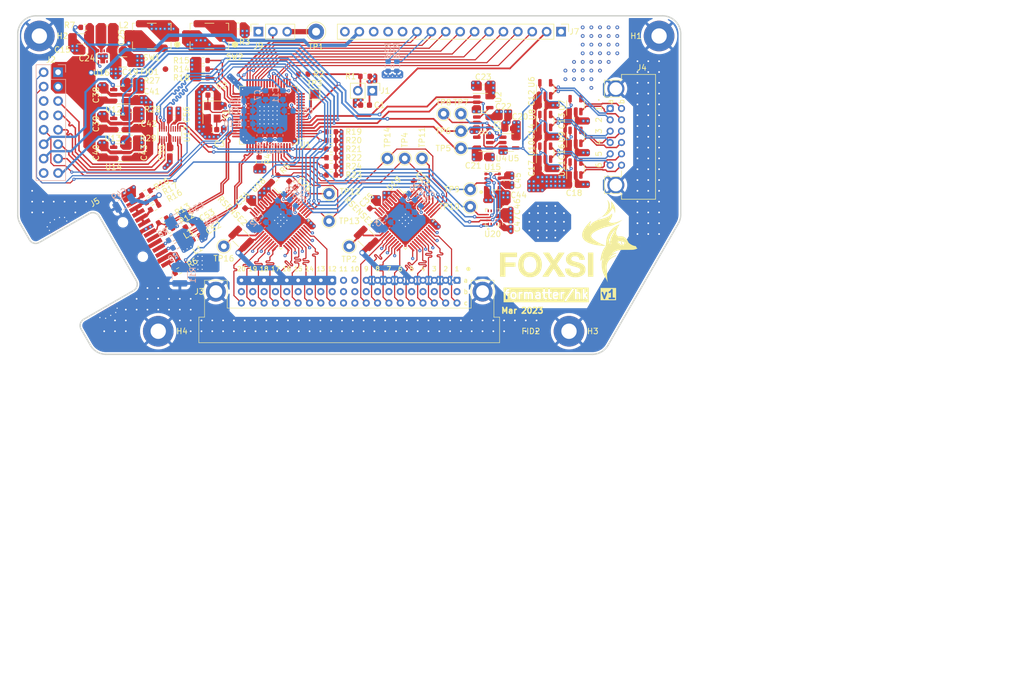
<source format=kicad_pcb>
(kicad_pcb (version 20221018) (generator pcbnew)
  (title_block (title "FOXSI-4 Formatter/Plenum board") (rev "1") (company "University of Minnesota") (comment 1 "Author: Thanasi Pantazides, panta013@umn.edu"))
  (layers (0 "F.Cu" signal) (1 "In1.Cu" signal) (2 "In2.Cu" signal) (31 "B.Cu" signal) (34 "B.Paste" user) (35 "F.Paste" user) (36 "B.SilkS" user "B.Silkscreen") (37 "F.SilkS" user "F.Silkscreen") (38 "B.Mask" user) (39 "F.Mask" user) (44 "Edge.Cuts" user))
  (net 0 "")
  (net 1 "Net-(J1-Pin_1)")
  (net 2 "GND")
  (net 3 "/microcontroller/OSC1")
  (net 4 "/microcontroller/OSC2")
  (net 5 "+3V3")
  (net 6 "/microcontroller/AVDD")
  (net 7 "Net-(U18-Q2)")
  (net 8 "Net-(U18-Q1)")
  (net 9 "Net-(U19-Q2)")
  (net 10 "+5V")
  (net 11 "Net-(U19-Q1)")
  (net 12 "Net-(U18-Q3)")
  (net 13 "Net-(U19-Q3)")
  (net 14 "Net-(J1-Pin_2)")
  (net 15 "/microcontroller/SPI.nCS3")
  (net 16 "/microcontroller/SPI.nCS4")
  (net 17 "/microcontroller/SPI.SCK")
  (net 18 "/microcontroller/SPI.SDI")
  (net 19 "/power/SHUTTER_in")
  (net 20 "/microcontroller/SPI.SDO")
  (net 21 "/power/PPS_in")
  (net 22 "/microcontroller/nMCLR")
  (net 23 "/microcontroller/UNLAUNCH")
  (net 24 "/power/PRELAUNCH_in")
  (net 25 "/power/3V3_EN")
  (net 26 "/power/3V3_PG")
  (net 27 "/microcontroller/TEMP_nRESET")
  (net 28 "/microcontroller/INTRPT2")
  (net 29 "/microcontroller/INTRPT0")
  (net 30 "/microcontroller/INTRPT1")
  (net 31 "/microcontroller/INTRPT3")
  (net 32 "Net-(U1-RBIAS)")
  (net 33 "Net-(U18-CH1)")
  (net 34 "Net-(U19-CH1)")
  (net 35 "/microcontroller/SPI.nCS2")
  (net 36 "/microcontroller/SPI.nCS1")
  (net 37 "/microcontroller/UART.TX")
  (net 38 "/microcontroller/UART.RX")
  (net 40 "/microcontroller/PGD")
  (net 41 "/microcontroller/PGC")
  (net 47 "/microcontroller/TEMP2_READY")
  (net 48 "/microcontroller/TEMP1_READY")
  (net 49 "/sync/nQ")
  (net 50 "/sync/Q")
  (net 51 "/sync/SYNC1-")
  (net 52 "/sync/SYNC1+")
  (net 53 "/sync/SYNC2-")
  (net 54 "/sync/SYNC2+")
  (net 55 "/sync/SYNC3-")
  (net 56 "/sync/SYNC3+")
  (net 57 "/sync/SYNC4-")
  (net 58 "/sync/SYNC4+")
  (net 59 "/sync/SYNC5-")
  (net 60 "/sync/SYNC5+")
  (net 61 "/sync/SYNC6-")
  (net 62 "/sync/SYNC6+")
  (net 66 "/microcontroller/SPI.nCS6")
  (net 67 "/microcontroller/SPI.nCS5")
  (net 74 "GNDPWR")
  (net 75 "Net-(J5-LED1+)")
  (net 76 "Net-(J5-LED2+)")
  (net 77 "Net-(C49-Pad1)")
  (net 78 "Net-(C50-Pad1)")
  (net 79 "/eth_phy/ETHTXJ_P")
  (net 80 "/rtd/LDO2")
  (net 81 "/rtd/LDO1")
  (net 82 "/rtd/VREF2")
  (net 83 "/rtd/VREF1")
  (net 84 "/rtd/VREFBYP2")
  (net 85 "/rtd/VREFBYP1")
  (net 86 "/eth_phy/ETHTXJ_N")
  (net 87 "Net-(J5-VC1_N)")
  (net 88 "Net-(J5-VC2_N)")
  (net 89 "/microcontroller/VDDCORE")
  (net 90 "/microcontroller/RA3")
  (net 91 "/microcontroller/RA2")
  (net 92 "/microcontroller/RA5")
  (net 93 "/microcontroller/RA4")
  (net 94 "/microcontroller/RC1")
  (net 95 "/microcontroller/RC0")
  (net 96 "/microcontroller/RC2")
  (net 97 "Net-(J9-Pin_3)")
  (net 98 "/eth_phy/ETH.TX_P")
  (net 99 "/eth_phy/ETH.TX_N")
  (net 100 "/eth_phy/ETH.RX_P")
  (net 101 "/eth_phy/ETH.RX_N")
  (net 102 "/rtd/TEMP2.RSENSE")
  (net 103 "/rtd/TEMP1.RSENSE")
  (net 104 "/eth_phy/ETH.LEDB")
  (net 105 "/eth_phy/ETH.LEDA")
  (net 106 "/rtd/TEMP2.CH3")
  (net 107 "/rtd/TEMP2.CH4")
  (net 108 "/rtd/TEMP2.CH5")
  (net 109 "/rtd/TEMP2.CH6")
  (net 110 "/rtd/TEMP2.CH7")
  (net 111 "/rtd/TEMP2.CH8")
  (net 112 "/rtd/TEMP2.CH9")
  (net 113 "/rtd/TEMP2.CH10")
  (net 114 "/rtd/TEMP2.CH11")
  (net 115 "/rtd/TEMP2.CH12")
  (net 116 "/rtd/TEMP2.CH13")
  (net 117 "/rtd/TEMP2.CH14")
  (net 118 "/rtd/TEMP2.CH15")
  (net 119 "/rtd/TEMP2.CH16")
  (net 120 "/rtd/TEMP2.CH17")
  (net 121 "/rtd/TEMP2.CH18")
  (net 122 "/rtd/TEMP2.CH19")
  (net 123 "/rtd/TEMP2.CH20")
  (net 124 "/rtd/TEMP1.CH3")
  (net 125 "/rtd/TEMP1.CH4")
  (net 126 "/rtd/TEMP1.CH5")
  (net 127 "/rtd/TEMP1.CH6")
  (net 128 "/rtd/TEMP1.CH7")
  (net 129 "/rtd/TEMP1.CH8")
  (net 130 "/rtd/TEMP1.CH9")
  (net 131 "/rtd/TEMP1.CH10")
  (net 132 "/rtd/TEMP1.CH11")
  (net 133 "/rtd/TEMP1.CH12")
  (net 134 "/rtd/TEMP1.CH13")
  (net 135 "/rtd/TEMP1.CH14")
  (net 136 "/rtd/TEMP1.CH15")
  (net 137 "/rtd/TEMP1.CH16")
  (net 138 "/rtd/TEMP1.CH17")
  (net 139 "/rtd/TEMP1.CH18")
  (net 140 "/rtd/TEMP1.CH19")
  (net 141 "/rtd/TEMP1.CH20")
  (net 142 "/power/PPS")
  (net 143 "/sync/R")
  (net 144 "/power/nCS4")
  (net 145 "/power/nCS3")
  (net 146 "/power/SDO")
  (net 147 "/power/SDI")
  (net 148 "/power/SCK")
  (net 158 "Net-(U16-SW)")
  (footprint "Resistor_SMD:R_0603_1608Metric" (layer "F.Cu") (at 109.728 80.772 -150)
    (fp_text reference "R17")
    (fp_text value "75Ω")
  )
  (footprint "TestPoint:TestPoint_THTPad_D2.0mm_Drill1.0mm" (layer "F.Cu") (at 141.224 84.455)
    (fp_text reference "TP13")
    (fp_text value "TestPoint")
  )
  (footprint "Resistor_SMD:R_0603_1608Metric" (layer "F.Cu") (at 118.999 59.182)
    (fp_text reference "R18")
    (fp_text value "4.7kΩ")
  )
  (footprint "MountingHole:MountingHole_0.112in_Pad" (layer "F.Cu") (at 111.125 103.886)
    (fp_text reference "H4")
    (fp_text value "MountingHole_Pad")
  )
  (footprint "Capacitor_SMD:C_0603_1608Metric" (layer "F.Cu") (at 107.188 62.23 -90)
    (fp_text reference "C41")
    (fp_text value "0.1µF")
  )
  (footprint "Package_TO_SOT_SMD:SOT-23-5" (layer "F.Cu") (at 184.658 69.596 90)
    (fp_text reference "U9")
    (fp_text value "NBA3N011S")
  )
  (footprint "TestPoint:TestPoint_THTPad_D2.0mm_Drill1.0mm" (layer "F.Cu") (at 122.682 88.9 45)
    (fp_text reference "TP16")
    (fp_text value "TestPoint")
  )
  (footprint "Resistor_SMD:R_0603_1608Metric" (layer "F.Cu") (at 98.298 50.292)
    (fp_text reference "R7")
    (fp_text value "200Ω")
  )
  (footprint "Resistor_SMD:R_0603_1608Metric" (layer "F.Cu") (at 106.426 64.770001 180)
    (fp_text reference "R28")
    (fp_text value "4.7kΩ")
  )
  (footprint "Resistor_SMD:R_0603_1608Metric" (layer "F.Cu") (at 108.966 79.502 30)
    (fp_text reference "R10")
    (fp_text value "180Ω")
  )
  (footprint "Capacitor_SMD:C_0603_1608Metric" (layer "F.Cu") (at 147.573999 64.008 180)
    (fp_text reference "C1")
    (fp_text value "0.1µF")
  )
  (footprint "TestPoint:TestPoint_THTPad_D2.0mm_Drill1.0mm" (layer "F.Cu") (at 154.559 73.406)
    (fp_text reference "TP4")
    (fp_text value "TestPoint")
  )
  (footprint "Capacitor_SMD:C_0603_1608Metric" (layer "F.Cu") (at 101.6 62.23 90)
    (fp_text reference "C38")
    (fp_text value "0.1µF")
  )
  (footprint "Capacitor_SMD:C_0603_1608Metric" (layer "F.Cu") (at 113.157 72.263 90)
    (fp_text reference "C55")
    (fp_text value "0.1µF")
  )
  (footprint "Capacitor_SMD:C_0603_1608Metric" (layer "F.Cu") (at 134.747 77.978 135)
    (fp_text reference "C26")
    (fp_text value "10 µF (X7R)")
  )
  (footprint "Package_TO_SOT_SMD:SOT-23-5" (layer "F.Cu") (at 168.402 70.612 180)
    (fp_text reference "U4")
    (fp_text value "74LVC1G02")
  )
  (footprint "Resistor_SMD:R_1210_3225Metric" (layer "F.Cu") (at 147.828 87.503 -45)
    (fp_text reference "RSENSE1")
    (fp_text value "? 1%")
  )
  (footprint "Resistor_SMD:R_0603_1608Metric" (layer "F.Cu") (at 112.903 86.133355 -150)
    (fp_text reference "R12")
    (fp_text value "49.9Ω 1%")
  )
  (footprint "MountingHole:MountingHole_0.112in_Pad" (layer "F.Cu") (at 183.515 103.886)
    (fp_text reference "H3")
    (fp_text value "MountingHole_Pad")
  )
  (footprint "Capacitor_SMD:C_0603_1608Metric" (layer "F.Cu") (at 107.188 67.31 -90)
    (fp_text reference "C42")
    (fp_text value "0.1µF")
  )
  (footprint "Resistor_SMD:R_0603_1608Metric" (layer "F.Cu") (at 147.573999 58.927999)
    (fp_text reference "R1")
    (fp_text value "10kΩ")
  )
  (footprint "MountingHole:MountingHole_0.112in_Pad" (layer "F.Cu") (at 90.17 51.816)
    (fp_text reference "H2")
    (fp_text value "MountingHole_Pad")
  )
  (footprint "Resistor_SMD:R_0603_1608Metric" (layer "F.Cu") (at 106.426002 69.85 180)
    (fp_text reference "R29")
    (fp_text value "4.7kΩ")
  )
  (footprint "Capacitor_SMD:C_0603_1608Metric" (layer "F.Cu") (at 117.870572 87.371441 30)
    (fp_text reference "C52")
    (fp_text value "56pF 5%")
  )
  (footprint "Capacitor_SMD:C_0603_1608Metric" (layer "F.Cu") (at 170.180001 79.883001 180)
    (fp_text reference "C44")
    (fp_text value "0.1µF")
  )
  (footprint "Capacitor_SMD:C_0603_1608Metric" (layer "F.Cu") (at 148.971 81.661 -135)
    (fp_text reference "C35")
    (fp_text value "0.1 µF")
  )
  (footprint "Capacitor_SMD:C_0603_1608Metric" (layer "F.Cu") (at 104.14 54.356 180)
    (fp_text reference "C25")
    (fp_text value "0.1µF")
  )
  (footprint "Resistor_SMD:R_0603_1608Metric" (layer "F.Cu") (at 113.665 87.453177 -150)
    (fp_text reference "L3")
    (fp_text value "120Ω")
  )
  (footprint "Resistor_SMD:R_0603_1608Metric" (layer "F.Cu") (at 128.905 74.041 -90)
    (fp_text reference "R4")
    (fp_text value "2.26kΩ 1%")
  )
  (footprint "Sensor_Motion:BMI270" (layer "F.Cu") (at 170.053001 83.819999 90)
    (fp_text reference "U20")
    (fp_text value "BMI270")
  )
  (footprint "TestPoint:TestPoint_THTPad_D2.0mm_Drill1.0mm" (layer "F.Cu") (at 144.78 88.9 45)
    (fp_text reference "TP2")
    (fp_text value "TestPoint")
  )
  (footprint "Capacitor_SMD:C_0603_1608Metric" (layer "F.Cu") (at 101.6 72.39 90)
    (fp_text reference "C40")
    (fp_text value "0.1µF")
  )
  (footprint "Capacitor_SMD:C_0603_1608Metric" (layer "F.Cu") (at 168.402 60.96 180)
    (fp_text reference "C23")
    (fp_text value "0.1µF")
  )
  (footprint "Package_TO_SOT_SMD:SOT-23-5" (layer "F.Cu") (at 168.402 67.056)
    (fp_text reference "U3")
    (fp_text value "74LVC1G02")
  )
  (footprint "Resistor_SMD:R_0603_1608Metric" (layer "F.Cu") (at 141.605 68.707)
    (fp_text reference "R19")
    (fp_text value "4.7kΩ")
  )
  (footprint "TestPoint:TestPoint_Loop_D2.60mm_Drill1.4mm_Beaded" (layer "F.Cu") (at 138.938 51.054)
    (fp_text reference "TP1")
    (fp_text value "TestPoint")
  )
  (footprint "Connector_PinHeader_2.54mm:PinHeader_1x16_P2.54mm_Vertical" (layer "F.Cu") (at 182.118 51.054 -90)
    (fp_text reference "J7")
    (fp_text value "Conn_01x16")
  )
  (footprint "Button_Switch_SMD:SW_Tactile_SPST_Wuerth_WS-TASL" (layer "F.Cu") (at 109.982 51.816 180)
    (fp_text reference "SW1")
    (fp_text value "SW_Push_LED_Wuerth_WS-TASL")
  )
  (footprint "Package_LGA:Bosch_LGA-8_3x3mm_P0.8mm_ClockwisePinNumbering" (layer "F.Cu") (at 170.053 77.342999 90)
    (fp_text reference "U15")
    (fp_text value "BME680")
  )
  (footprint "Connector_PinSocket_2.54mm:PinSocket_1x03_P2.54mm_Vertical" (layer "F.Cu") (at 128.778 51.054 90)
    (fp_text reference "J9")
    (fp_text value "Conn_01x03")
  )
  (footprint "Package_QFP:LQFP-48_7x7mm_P0.5mm" (layer "F.Cu") (at 154.686 84.328 -45)
    (fp_text reference "U19")
    (fp_text value "LTC2983")
  )
  (footprint "Connector_RJ:RJ45_Wuerth_7498210220A_Horizontal" (layer "F.Cu") (at 97.8154 92.8116 120)
    (fp_text reference "J5")
    (fp_text value "RJ45_Wuerth_7498210220A")
  )
  (footprint "Capacitor_SMD:C_0603_1608Metric" (layer "F.Cu") (at 171.958 66.04)
    (fp_text reference "C22")
    (fp_text value "0.1µF")
  )
  (footprint "Resistor_SMD:R_0603_1608Metric" (layer "F.Cu") (at 141.605 76.327)
    (fp_text reference "R23")
    (fp_text value "4.7kΩ")
  )
  (footprint "Package_SON:USON-20_2x4mm_P0.4mm" (layer "F.Cu") (at 113.157 69.088 90)
    (fp_text reference "U17")
    (fp_text value "TXB0108DQSR")
  )
  (footprint "Package_TO_SOT_SMD:SOT-23-5" (layer "F.Cu") (at 179.324 61.214 90)
    (fp_text reference "U6")
    (fp_text value "NBA3N011S")
  )
  (footprint "MountingHole:MountingHole_0.112in_Pad" (layer "F.Cu") (at 199.39 51.816)
    (fp_text reference "H1")
    (fp_text value "MountingHole_Pad")
  )
  (footprint "Capacitor_SMD:C_0603_1608Metric" (layer "F.Cu") (at 172.593001 77.342999 90)
    (fp_text reference "C45")
    (fp_text value "0.1µF")
  )
  (footprint "Resistor_SMD:R_0603_1608Metric" (layer "F.Cu") (at 111.887 84.37359 30)
    (fp_text reference "R13")
    (fp_text value "49.9Ω 1%")
  )
  (footprint "TestPoint:TestPoint_THTPad_D2.0mm_Drill1.0mm" (layer "F.Cu") (at 164.465 71.628)
    (fp_text reference "TP5")
    (fp_text value "TestPoint")
  )
  (footprint "Capacitor_SMD:C_0603_1608Metric" (layer "F.Cu") (at 120.65 62.23 180)
    (fp_text reference "C2")
    (fp_text value "10pF 1%")
  )
  (footprint "Capacitor_SMD:C_0603_1608Metric" (layer "F.Cu") (at 127 81.661 -135)
    (fp_text reference "C34")
    (fp_text value "0.1 µF")
  )
  (footprint "Capacitor_SMD:C_0603_1608Metric" (layer "F.Cu") (at 113.919 66.294)
    (fp_text reference "C56")
    (fp_text value "0.1µF")
  )
  (footprint "Package_QFP:TQFP-64_10x10mm_P0.5mm" (layer "F.Cu") (at 130.556 65.786 180)
    (fp_text reference "U1")
    (fp_text value "PIC18F66J60-IPT")
  )
  (footprint "Capacitor_SMD:C_0603_1608Metric" (layer "F.Cu") (at 107.188 72.39 -90)
    (fp_text reference "C43")
    (fp_text value "0.1µF")
  )
  (footprint "Package_TO_SOT_SMD:SOT-23-6" (layer "F.Cu") (at 104.394 67.31 180)
    (fp_text reference "U13")
    (fp_text value "SN74LVC1T45DBV")
  )
  (footprint "Resistor_SMD:R_0603_1608Metric" (layer "F.Cu") (at 114.808 93.218 30)
    (fp_text reference "R6")
    (fp_text value "180Ω")
  )
  (footprint "Capacitor_SMD:C_0603_1608Metric" (layer "F.Cu") (at 179.07 64.008)
    (fp_text reference "C12")
    (fp_text value "0.1µF")
  )
  (footprint "Capacitor_SMD:C_0603_1608Metric" (layer "F.Cu") (at 101.6 67.31 90)
    (fp_text reference "C39")
    (fp_text value "0.1µF")
  )
  (footprint "Resistor_SMD:R_1210_3225Metric" (layer "F.Cu") (at 125.73 87.503 -45)
    (fp_text reference "RSENSE2")
    (fp_text value "? 1%")
  )
  (footprint "Resistor_SMD:R_0603_1608Metric" (layer "F.Cu") (at 141.605 73.279001)
    (fp_text reference "R22")
    (fp_text value "4.7kΩ")
  )
  (footprint "Resistor_SMD:R_0603_1608Metric" (layer "F.Cu") (at 110.49 82.042 -150)
    (fp_text reference "R16")
    (fp_text value "75Ω")
  )
  (footprint "Capacitor_SMD:C_1206_3216Metric" (layer "F.Cu") (at 104.902 56.388 180)
    (fp_text reference "C19")
    (fp_text value "22µF")
  )
  (footprint "TestPoint:TestPoint_THTPad_D2.0mm_Drill1.0mm" (layer "F.Cu") (at 151.511 73.406)
    (fp_text reference "TP14")
    (fp_text value "TestPoint")
  )
  (footprint "Capacitor_SMD:C_0603_1608Metric" (layer "F.Cu") (at 179.07 75.184)
    (fp_text reference "C17")
    (fp_text value "0.1µF")
  )
  (footprint "Package_TO_SOT_SMD:SOT-23-5" (layer "F.Cu") (at 179.324 72.39 90)
    (fp_text reference "U10")
    (fp_text value "NBA3N011S")
  )
  (footprint "Capacitor_SMD:C_0603_1608Metric" (layer "F.Cu") (at 184.404 66.802)
    (fp_text reference "C13")
    (fp_text value "0.1µF")
  )
  (footprint "TestPoint:TestPoint_THTPad_D2.0mm_Drill1.0mm" (layer "F.Cu") (at 164.465 68.58)
    (fp_text reference "TP6")
    (fp_text value "TestPoint")
  )
  (footprint "Capacitor_SMD:C_0603_1608Metric" (layer "F.Cu") (at 172.961 68.072 180)
    (fp_text reference "C20")
    (fp_text value "0.1µF")
  )
  (footprint "Resistor_SMD:R_0603_1608Metric" (layer "F.Cu") (at 136.652 58.547 180)
    (fp_text reference "R2")
    (fp_text value "470Ω")
  )
  (footprint "Package_QFP:LQFP-48_7x7mm_P0.5mm" (layer "F.Cu") (at 132.715 84.328 -45)
    (fp_text reference "U18")
    (fp_text value "LTC2983")
  )
  (footprint "Resistor_SMD:R_0603_1608Metric" (layer "F.Cu") (at 131.699 76.962 -135)
    (fp_text reference "R5")
    (fp_text value "4.7kΩ")
  )
  (footprint "Capacitor_SMD:C_0603_1608Metric" (layer "F.Cu") (at 184.404 77.978)
    (fp_text reference "C18")
    (fp_text value "0.1µF")
  )
  (footprint "TestPoint:TestPoint_Pad_1.5x1.5mm" (layer "F.Cu") (at 138.684 62.103)
    (fp_text reference "TP3")
    (fp_text value "TestPoint")
  )
  (footprint "Package_TO_SOT_SMD:SOT-23-6" (layer "F.Cu") (at 104.394 62.23 180)
    (fp_text reference "U12")
    (fp_text value "SN74LVC1T45DBV")
  )
  (footprint "TestPoint:TestPoint_THTPad_D2.0mm_Drill1.0mm" (layer "F.Cu") (at 141.224 79.629)
    (fp_text reference "TP12")
    (fp_text value "TestPoint")
  )
  (footprint "Resistor_SMD:R_0603_1608Metric" (layer "F.Cu") (at 141.605 71.755)
    (fp_text reference "R21")
    (fp_text value "4.7kΩ")
  )
  (footprint "Capacitor_SMD:C_0603_1608Metric" (layer "F.Cu") (at 172.339 81.915001 90)
    (fp_text reference "C46")
    (fp_text value "0.1µF")
  )
  (footprint "Fiducial:Fiducial_1mm_Mask2mm" (layer "F.Cu") (at 112.395 57.658)
    (fp_text reference "FID1")
    (fp_text value "Fiducial")
  )
  (footprint "Resistor_SMD:R_0603_1608Metric" (layer "F.Cu") (at 106.426002 59.69 180)
    (fp_text reference "R27")
    (fp_text value "4.7kΩ")
  )
  (footprint "Capacitor_SMD:C_0603_1608Metric" (layer "F.Cu") (at 179.07 69.596)
    (fp_text reference "C14")
    (fp_text value "0.1µF")
  )
  (footprint "Resistor_SMD:R_0603_1608Metric" (layer "F.Cu") (at 141.605 74.803)
    (fp_text reference "R24")
    (fp_text value "4.7kΩ")
  )
  (footprint "Crystal:Crystal_SMD_3225-4Pin_3.2x2.5mm" (layer "F.Cu") (at 120.65 65.278 -90)
    (fp_text reference "Y1")
    (fp_text value "25 MHz")
  )
  (footprint "Resistor_SMD:R_0603_1608Metric" (layer "F.Cu") (at 125.222 50.038 180)
    (fp_text reference "R3")
    (fp_text value "150Ω")
  )
  (footprint "TestPoint:TestPoint_THTPad_D2.0mm_Drill1.0mm" (layer "F.Cu") (at 157.607 73.406)
    (fp_text reference "TP11")
    (fp_text value "TestPoint")
  )
  (footprint "Capacitor_SMD:C_0603_1608Metric" (layer "F.Cu") (at 98.552 54.356)
    (fp_text reference "C24")
    (fp_text value "0.1µF")
  )
  (footprint "Capacitor_SMD:C_0603_1608Metric" (layer "F.Cu") (at 172.339001 84.963001 90)
    (fp_text reference "C47")
    (fp_text value "0.1µF")
  )
  (footprint "Fiducial:Fiducial_1mm_Mask2mm" (layer "F.Cu") (at 173.99 103.886 180)
    (fp_text reference "FID2")
    (fp_text value "Fiducial")
  )
  (footprint "Package_TO_SOT_SMD:SOT-23-5" (layer "F.Cu") (at 172.974 70.612)
    (fp_text reference "U5")
    (fp_text value "74LVC1G08")
  )
  (footprint "LOGO" (layer "F.Cu") (at 183.388 88.138)
    (fp_text reference "G***" hide)
    (fp_text value "LOGO" hide)
  )
  (footprint "Inductor_SMD:L_Wuerth_MAPI-3020" (layer "F.Cu") (at 102.108 51.562)
    (fp_text reference "L2")
    (fp_text value "1 µH")
  )
  (footprint "Package_TO_SOT_SMD:SOT-23-5" (layer "F.Cu") (at 184.658 75.184 90)
    (fp_text reference "U11")
    (fp_text value "NBA3N011S")
  )
  (footprint "Package_TO_SOT_SMD:SOT-23-5" (layer "F.Cu") (at 179.324 66.802 90)
    (fp_text reference "U8")
    (fp_text value "NBA3N011S")
  )
  (footprint "Connector_Harwin:Harwin_JTek-Male_2x6_P2.00mm_Horizontal" (layer "F.Cu") (at 191.77 69.596 90)
    (fp_text reference "J4")
    (fp_text value "Conn_02x06_Row_Letter_First")
  )
  (footprint "Resistor_SMD:R_0603_1608Metric" (layer "F.Cu") (at 118.999 56.134)
    (fp_text reference "R15")
    (fp_text value "4.7kΩ")
  )
  (footprint "Package_SON:WSON-8-1EP_2x2mm_P0.5mm_EP0.9x1.6mm" (layer "F.Cu") (at 101.342 55.372 90)
    (fp_text reference "U16")
    (fp_text value "TPS62082")
  )
  (footprint "Connector_PinHeader_2.54mm:PinHeader_1x02_P2.54mm_Vertical" (layer "F.Cu") (at 148.849 61.468 -90)
    (fp_text reference "J1")
    (fp_text value "Conn_02x01")
  )
  (footprint "Capacitor_SMD:C_0603_1608Metric" (layer "F.Cu") (at 168.402 73.152)
    (fp_text reference "C21")
    (fp_text value "0.1µF")
  )
  (footprint "Capacitor_SMD:C_0603_1608Metric" (layer "F.Cu") (at 120.65 68.326)
    (fp_text reference "C3")
    (fp_text value "10pF 1%")
  )
  (footprint "Resistor_SMD:R_0603_1608Metric" (layer "F.Cu") (at 141.605 70.231)
    (fp_text reference "R20")
    (fp_text value "4.7kΩ")
  )
  (footprint "TestPoint:TestPoint_THTPad_D2.0mm_Drill1.0mm" (layer "F.Cu") (at 166.116 78.867 90)
    (fp_text reference "TP9")
    (fp_text value "TestPoint")
  )
  (footprint "Package_TO_SOT_SMD:SOT-23-6" (layer "F.Cu") (at 104.394 72.39 180)
    (fp_text reference "U14")
    (fp_text value "SN74LVC1T45DBV")
  )
  (footprint "Resistor_SMD:R_0603_1608Metric" (layer "F.Cu") (at 118.999 57.658)
    (fp_text reference "R14")
    (fp_text value "4.7kΩ")
  )
  (footprint "TestPoint:TestPoint_THTPad_D2.0mm_Drill1.0mm" (layer "F.Cu") (at 161.417 65.532)
    (fp_text reference "TP8")
    (fp_text value "TestPoint")
  )
  (footprint "Package_TO_SOT_SMD:SOT-23-5" (layer "F.Cu") (at 184.658 64.008 90)
    (fp_text reference "U7")
    (fp_text value "NBA3N011S")
  )
  (footprint "Package_TO_SOT_SMD:SOT-23-5" (layer "F.Cu") (at 168.402 63.5)
    (fp_text reference "U2")
    (fp_text value "74LVC1G86")
  )
  (footprint "Capacitor_SMD:C_0603_1608Metric" (layer "F.Cu") (at 156.718 77.978 135)
    (fp_text reference "C27")
    (fp_text value "10 µF (X7R)")
  )
  (footprint "Capacitor_SMD:C_1206_3216Metric" (layer "F.Cu") (at 97.536 52.324)
    (fp_text reference "C15")
    (fp_text value "10µF")
  )
  (footprint "TestPoint:TestPoint_THTPad_D2.0mm_Drill1.0mm" (layer "F.Cu") (at 166.116 81.915 90)
    (fp_text reference "TP10")
    (fp_text value "TestPoint")
  )
  (footprint "Resistor_SMD:R_0603_1608Metric" (layer "F.Cu") (at 114.427 88.773 -150)
    (fp_text reference "L1")
    (fp_text value "120Ω")
  )
  (footprint "Capacitor_SMD:C_0603_1608Metric" (layer "F.Cu") (at 184.404 72.39)
    (fp_text reference "C16")
    (fp_text value "0.1µF")
  )
  (footprint "Capacitor_SMD:C_0603_1608Metric" (layer "F.Cu") (at 116.600571 85.171736 -150)
    (fp_text reference "C53")
    (fp_text value "56pF 5%")
  )
  (footprint "Connector_Harwin:Harwin_JTek-Male_3x20_P2.00mm_Horizontal" (layer "F.Cu") (at 144.78 96.901)
    (fp_text reference "J3")
    (fp_text value "Conn_03x20_MountingPin")
  )
  (footprint "TestPoint:TestPoint_THTPad_D2.0mm_Drill1.0mm" (layer "F.Cu") (at 164.465 65.532)
    (fp_text reference "TP7")
    (fp_text value "TestPoint")
  )
  (footprint "Button_Switch_SMD:SW_Tactile_SPST_Wuerth_WS-TASL" (layer "F.Cu") (at 120.142 51.816 180)
    (fp_text reference "SW2")
    (fp_text value "SW_Push_LED_Wuerth_WS-TASL")
  )
  (footprint "Resistor_SMD:R_1210_3225Metric" (layer "B.Cu") (at 114.935 93.98 90)
    (fp_text reference "R11")
    (fp_text value "47Ω")
  )
  (footprint "Capacitor_SMD:C_0603_1608Metric" (layer "B.Cu") (at 129.54 85.217 -135)
    (fp_text reference "C32")
    (fp_text value "1 µF")
  )
  (footprint "Capacitor_SMD:C_1206_3216Metric" (layer "B.Cu") (at 114.374733 84.110473 30)
    (fp_text reference "C50")
    (fp_text value "0.1µF")
  )
  (footprint "Capacitor_SMD:C_0603_1608Metric" (layer "B.Cu") (at 134.789651 82.320266 45)
    (fp_text reference "C30")
    (fp_text value "10 µF")
  )
  (footprint "Capacitor_SMD:C_0603_1608Metric" (layer "B.Cu") (at 151.511 85.217 -135)
    (fp_text reference "C33")
    (fp_text value "1 µF")
  )
  (footprint "Capacitor_SMD:C_0603_1608Metric" (layer "B.Cu") (at 132.588 69.342 90)
    (fp_text reference "C6")
    (fp_text value "0.1µF")
  )
  (footprint "Capacitor_SMD:C_0603_1608Metric" (layer "B.Cu") (at 127 67.31)
    (fp_text reference "C10")
    (fp_text value "0.1µF")
  )
  (footprint "Capacitor_SMD:C_0603_1608Metric" (layer "B.Cu") (at 133.71202 81.242636 45)
    (fp_text reference "C36")
    (fp_text value "0.1 µF")
  )
  (footprint "Capacitor_SMD:C_0603_1608Metric" (layer "B.Cu") (at 129.032 69.342 90)
    (fp_text reference "C9")
    (fp_text value "0.1µF")
  )
  (footprint "Capacitor_SMD:C_1206_3216Metric" (layer "B.Cu") (at 105.156 81.28 -150)
    (fp_text reference "C49")
    (fp_text value "0.1µF")
  )
  (footprint "Resistor_SMD:R_0603_1608Metric" (layer "B.Cu") (at 114.427 88.773 -150)
    (fp_text reference "R8")
    (fp_text value "49.9Ω 1%")
  )
  (footprint "Capacitor_SMD:C_0603_1608Metric" (layer "B.Cu") (at 155.777773 81.26057 45)
    (fp_text reference "C37")
    (fp_text value "0.1 µF")
  )
  (footprint "Capacitor_SMD:C_0603_1608Metric" (layer "B.Cu") (at 132.715 80.264 45)
    (fp_text reference "C28")
    (fp_text value "10 µF (X5R)")
  )
  (footprint "Connector_PinHeader_2.54mm:PinHeader_2x08_P2.54mm_Vertical" (layer "B.Cu") (at 93.472 58.20283 180)
    (fp_text reference "J2")
    (fp_text value "Conn_02x08_Odd_Even")
  )
  (footprint "Capacitor_SMD:C_0603_1608Metric" (layer "B.Cu") (at 127 63.246)
    (fp_text reference "C4")
    (fp_text value "10µF")
  )
  (footprint "Capacitor_SMD:C_0603_1608Metric" (layer "B.Cu") (at 134.112 65.024 180)
    (fp_text reference "C54")
    (fp_text value "10µF, 16V")
  )
  (footprint "Capacitor_SMD:C_0603_1608Metric" (layer "B.Cu") (at 127 65.024)
    (fp_text reference "C8")
    (fp_text value "0.1µF")
  )
  (footprint "Capacitor_SMD:C_0603_1608Metric" (layer "B.Cu") (at 154.709335 80.173747 45)
    (fp_text reference "C29")
    (fp_text value "10 µF (X5R)")
  )
  (footprint "Resistor_SMD:R_0603_1608Metric" (layer "B.Cu") (at 151.638 57.15 -90)
    (fp_text reference "R26")
    (fp_text value "4.7kΩ")
  )
  (footprint "Capacitor_SMD:C_0603_1608Metric" (layer "B.Cu") (at 130.81 69.342 90)
    (fp_text reference "C5")
    (fp_text value "0.1µF")
  )
  (footprint "Capacitor_SMD:C_1206_3216Metric" (layer "B.Cu") (at 117.409057 86.318074 30)
    (fp_text reference "C51")
    (fp_text value "0.1µF")
  )
  (footprint "Resistor_SMD:R_0603_1608Metric" (layer "B.Cu") (at 113.665 87.453177 30)
    (fp_text reference "R9")
    (fp_text value "49.9Ω 1%")
  )
  (footprint "Capacitor_SMD:C_0603_1608Metric" (layer "B.Cu") (at 133.096 62.23 -90)
    (fp_text reference "C11")
    (fp_text value "0.1µF")
  )
  (footprint "Capacitor_SMD:C_0603_1608Metric" (layer "B.Cu") (at 130.048 62.23 -90)
    (fp_text reference "C7")
    (fp_text value "0.1µF")
  )
  (footprint "Resistor_SMD:R_0603_1608Metric" (layer "B.Cu") (at 153.162 57.15 -90)
    (fp_text reference "R25")
    (fp_text value "4.7kΩ")
  )
  (footprint "Capacitor_SMD:C_0603_1608Metric" (layer "B.Cu") (at 156.855404 82.338201 45)
    (fp_text reference "C31")
    (fp_text value "10 µF")
  )
  (gr_line (start 98.964553 83.144237) (end 90.165735 88.224237) (stroke (width 0.254)) (layer "Edge.Cuts"))
  (gr_line (start 103.976905 89.285886) (end 107.254405 94.962683) (stroke (width 0.254)) (layer "Edge.Cuts"))
  (gr_arc (start 98.964553 83.144237) (mid 99.928254 83.017361) (end 100.699405 83.609089) (stroke (width 0.254)) (layer "Edge.Cuts"))
  (gr_line (start 190.388604 106.3625) (end 202.77463 84.909272) (stroke (width 0.254)) (layer "Edge.Cuts"))
  (gr_line (start 106.789553 96.697535) (end 97.990735 101.777535) (stroke (width 0.254)) (layer "Edge.Cuts"))
  (gr_line (start 86.785369 84.909272) (end 88.430882 87.759385) (stroke (width 0.254)) (layer "Edge.Cuts"))
  (gr_line (start 101.921026 107.95) (end 187.638973 107.95) (stroke (width 0.254)) (layer "Edge.Cuts"))
  (gr_arc (start 86.36 51.435) (mid 87.289935 49.189935) (end 89.535 48.26) (stroke (width 0.254)) (layer "Edge.Cuts"))
  (gr_line (start 200.025 48.26) (end 89.535 48.26) (stroke (width 0.254)) (layer "Edge.Cuts"))
  (gr_arc (start 86.785369 84.909272) (mid 86.468182 84.143523) (end 86.36 83.321772) (stroke (width 0.254)) (layer "Edge.Cuts"))
  (gr_arc (start 107.254405 94.962683) (mid 107.381274 95.926382) (end 106.789553 96.697535) (stroke (width 0.254)) (layer "Edge.Cuts"))
  (gr_line (start 103.976905 89.285886) (end 100.699405 83.609089) (stroke (width 0.254)) (layer "Edge.Cuts"))
  (gr_arc (start 200.025 48.26) (mid 202.270064 49.189936) (end 203.2 51.435) (stroke (width 0.254)) (layer "Edge.Cuts"))
  (gr_arc (start 97.525882 103.512387) (mid 97.399004 102.548686) (end 97.990735 101.777535) (stroke (width 0.254)) (layer "Edge.Cuts"))
  (gr_arc (start 203.2 83.321772) (mid 203.091814 84.143522) (end 202.77463 84.909272) (stroke (width 0.254)) (layer "Edge.Cuts"))
  (gr_line (start 203.2 83.321772) (end 203.2 51.435) (stroke (width 0.254)) (layer "Edge.Cuts"))
  (gr_arc (start 190.388604 106.3625) (mid 189.226473 107.52463) (end 187.638973 107.95) (stroke (width 0.254)) (layer "Edge.Cuts"))
  (gr_line (start 86.36 51.435) (end 86.36 83.321772) (stroke (width 0.254)) (layer "Edge.Cuts"))
  (gr_line (start 97.525882 103.512387) (end 99.171396 106.3625) (stroke (width 0.254)) (layer "Edge.Cuts"))
  (gr_arc (start 90.165735 88.224237) (mid 89.202038 88.351096) (end 88.430882 87.759385) (stroke (width 0.254)) (layer "Edge.Cuts"))
  (gr_arc (start 101.921026 107.95) (mid 100.333532 107.524621) (end 99.171396 106.3625) (stroke (width 0.254)) (layer "Edge.Cuts"))
  (gr_text "formatter/hk" (at 171.958 98.298) (layer "F.SilkS" knockout) (effects (font (size 1.524 1.524) (thickness 0.3048) bold) (justify left bottom)))
  (gr_text "v1" (at 188.976 98.298) (layer "F.SilkS" knockout) (effects (font (size 1.524 1.524) (thickness 0.3048) bold) (justify left bottom)))
  (gr_text "Mar 2023" (at 171.45 100.838) (layer "F.SilkS") (effects (font (size 1.016 1.016) (thickness 0.254) bold) (justify left bottom)))
  (segment (start 148.348999 64.008) (end 148.348999 61.968001) (width 0.3048) (layer "F.Cu") (net 1))
  (segment (start 148.348999 61.968001) (end 148.849 61.468) (width 0.3048) (layer "F.Cu") (net 1))
  (segment (start 129.806 71.4485) (end 130.306 71.4485) (width 0.2032) (layer "F.Cu") (net 2))
  (segment (start 130.306 70.481) (end 130.556 70.231) (width 0.2032) (layer "F.Cu") (net 2))
  (segment (start 156.464 81.48934) (end 156.464 82.677) (width 0.2032) (layer "F.Cu") (net 2))
  (segment (start 157.099002 80.854338) (end 156.464 81.48934) (width 0.2032) (layer "F.Cu") (net 2))
  (segment (start 130.306 71.4485) (end 130.306 70.481) (width 0.2032) (layer "F.Cu") (net 2))
  (segment (start 135.128002 80.854338) (end 134.493 81.48934) (width 0.2032) (layer "F.Cu") (net 2))
  (segment (start 134.493 81.48934) (end 134.493 82.931) (width 0.2032) (layer "F.Cu") (net 2))
  (via (at 184.404 57.912) (size 0.6604) (drill 0.3048) (layers "F.Cu" "B.Cu") (net 2))
  (via (at 122.936 64.516) (size 0.5588) (drill 0.2032) (layers "F.Cu" "B.Cu") (net 2))
  (via (at 113.792 50.546) (size 0.5588) (drill 0.2032) (layers "F.Cu" "B.Cu") (net 2))
  (via (at 185.928 56.388) (size 0.6604) (drill 0.3048) (layers "F.Cu" "B.Cu") (net 2))
  (via (at 185.928 51.816) (size 0.6604) (drill 0.3048) (layers "F.Cu" "B.Cu") (net 2))
  (via (at 155.224816 83.789185) (size 0.5588) (drill 0.2032) (layers "F.Cu" "B.Cu") (net 2))
  (via (at 113.03 50.546) (size 0.5588) (drill 0.2032) (layers "F.Cu" "B.Cu") (net 2))
  (via (at 108.204 64.77) (size 0.5588) (drill 0.2032) (layers "F.Cu" "B.Cu") (net 2))
  (via (at 120.396 60.706) (size 0.5588) (drill 0.2032) (layers "F.Cu" "B.Cu") (net 2))
  (via (at 181.102 81.788) (size 0.6604) (drill 0.3048) (layers "F.Cu" "B.Cu") (net 2))
  (via (at 106.807 78.486) (size 0.5588) (drill 0.2032) (layers "F.Cu" "B.Cu") (net 2))
  (via (at 154.686 84.328) (size 0.5588) (drill 0.2032) (layers "F.Cu" "B.Cu") (net 2))
  (via (at 182.88 57.912) (size 0.6604) (drill 0.3048) (layers "F.Cu" "B.Cu") (net 2))
  (via (at 110.744 50.546) (size 0.5588) (drill 0.2032) (layers "F.Cu" "B.Cu") (net 2))
  (via (at 107.442 56.134) (size 0.5588) (drill 0.2032) (layers "F.Cu" "B.Cu") (net 2))
  (via (at 117.348 92.202) (size 0.5588) (drill 0.2032) (layers "F.Cu" "B.Cu") (net 2))
  (via (at 129.794 64.262) (size 0.5588) (drill 0.2032) (layers "F.Cu" "B.Cu") (net 2))
  (via (at 129.794 75.692) (size 0.5588) (drill 0.2032) (layers "F.Cu" "B.Cu") (net 2))
  (via (at 107.442 56.896) (size 0.5588) (drill 0.2032) (layers "F.Cu" "B.Cu") (net 2))
  (via (at 187.452 59.436) (size 0.6604) (drill 0.3048) (layers "F.Cu" "B.Cu") (net 2))
  (via (at 153.60837 84.328) (size 0.5588) (drill 0.2032) (layers "F.Cu" "B.Cu") (net 2))
  (via (at 185.928 54.864) (size 0.6604) (drill 0.3048) (layers "F.Cu" "B.Cu") (net 2))
  (via (at 192.024 53.34) (size 0.6604) (drill 0.3048) (layers "F.Cu" "B.Cu") (net 2))
  (via (at 109.982 49.784) (size 0.5588) (drill 0.2032) (layers "F.Cu" "B.Cu") (net 2))
  (via (at 173.228001 83.819999) (size 0.5588) (drill 0.2032) (layers "F.Cu" "B.Cu") (net 2))
  (via (at 131.318 67.31) (size 0.5588) (drill 0.2032) (layers "F.Cu" "B.Cu") (net 2))
  (via (at 118.11 90.678) (size 0.5588) (drill 0.2032) (layers "F.Cu" "B.Cu") (net 2))
  (via (at 154.147185 84.866816) (size 0.5588) (drill 0.2032) (layers "F.Cu" "B.Cu") (net 2))
  (via (at 180.721 64.008) (size 0.5588) (drill 0.2032) (layers "F.Cu" "B.Cu") (net 2))
  (via (at 132.08 67.31) (size 0.5588) (drill 0.2032) (layers "F.Cu" "B.Cu") (net 2))
  (via (at 128.27 75.692) (size 0.5588) (drill 0.2032) (layers "F.Cu" "B.Cu") (net 2))
  (via (at 176.53 84.582) (size 0.6604) (drill 0.3048) (layers "F.Cu" "B.Cu") (net 2))
  (via (at 188.976 57.912) (size 0.6604) (drill 0.3048) (layers "F.Cu" "B.Cu") (net 2))
  (via (at 179.578 86.106) (size 0.6604) (drill 0.3048) (layers "F.Cu" "B.Cu") (net 2))
  (via (at 118.364 67.056) (size 0.5588) (drill 0.2032) (layers "F.Cu" "B.Cu") (net 2))
  (via (at 132.08 65.786) (size 0.5588) (drill 0.2032) (layers "F.Cu" "B.Cu") (net 2))
  (via (at 118.364 64.77) (size 0.5588) (drill 0.2032) (layers "F.Cu" "B.Cu") (net 2))
  (via (at 100.838 60.452) (size 0.5588) (drill 0.2032) (layers "F.Cu" "B.Cu") (net 2))
  (via (at 129.794 67.31) (size 0.5588) (drill 0.2032) (layers "F.Cu" "B.Cu") (net 2))
  (via (at 190.5 54.864) (size 0.6604) (drill 0.3048) (layers "F.Cu" "B.Cu") (net 2))
  (via (at 132.715 84.328) (size 0.5588) (drill 0.2032) (layers "F.Cu" "B.Cu") (net 2))
  (via (at 108.204 60.452) (size 0.5588) (drill 0.2032) (layers "F.Cu" "B.Cu") (net 2))
  (via (at 173.101 65.151) (size 0.5588) (drill 0.2032) (layers "F.Cu" "B.Cu") (net 2))
  (via (at 132.715 83.25037) (size 0.5588) (drill 0.2032) (layers "F.Cu" "B.Cu") (net 2))
  (via (at 122.682 67.818) (size 0.5588) (drill 0.2032) (layers "F.Cu" "B.Cu") (net 2))
  (via (at 129.032 64.262) (size 0.5588) (drill 0.2032) (layers "F.Cu" "B.Cu") (net 2))
  (via (at 130.556 65.786) (size 0.5588) (drill 0.2032) (layers "F.Cu" "B.Cu") (net 2))
  (via (at 170.053 73.533) (size 0.5588) (drill 0.2032) (layers "F.Cu" "B.Cu") (net 2))
  (via (at 112.268 50.546) (size 0.5588) (drill 0.2032) (layers "F.Cu" "B.Cu") (net 2))
  (via (at 112.776 74.549) (size 0.5588) (drill 0.2032) (layers "F.Cu" "B.Cu") (net 2))
  (via (at 180.721 75.184) (size 0.5588) (drill 0.2032) (layers "F.Cu" "B.Cu") (net 2))
  (via (at 114.935 91.567) (size 0.5588) (drill 0.2032) (layers "F.Cu" "B.Cu") (net 2))
  (via (at 190.5 53.34) (size 0.6604) (drill 0.3048) (layers "F.Cu" "B.Cu") (net 2))
  (via (at 173.482 78.485999) (size 0.5588) (drill 0.2032) (layers "F.Cu" "B.Cu") (net 2))
  (via (at 181.102 86.106) (size 0.6604) (drill 0.3048) (layers "F.Cu" "B.Cu") (net 2))
  (via (at 132.176185 84.866816) (size 0.5588) (drill 0.2032) (layers "F.Cu" "B.Cu") (net 2))
  (via (at 137.541 84.328) (size 0.5588) (drill 0.2032) (layers "F.Cu" "B.Cu") (net 2))
  (via (at 188.976 56.388) (size 0.6604) (drill 0.3048) (layers "F.Cu" "B.Cu") (net 2))
  (via (at 108.204 65.532) (size 0.5588) (drill 0.2032) (layers "F.Cu" "B.Cu") (net 2))
  (via (at 132.08 64.262) (size 0.5588) (drill 0.2032) (layers "F.Cu" "B.Cu") (net 2))
  (via (at 185.928 53.34) (size 0.6604) (drill 0.3048) (layers "F.Cu" "B.Cu") (net 2))
  (via (at 121.666 69.596) (size 0.5588) (drill 0.2032) (layers "F.Cu" "B.Cu") (net 2))
  (via (at 181.483 64.008) (size 0.5588) (drill 0.2032) (layers "F.Cu" "B.Cu") (net 2))
  (via (at 149.987 80.264) (size 0.5588) (drill 0.2032) (layers "F.Cu" "B.Cu") (net 2))
  (via (at 118.872 69.088) (size 0.5588) (drill 0.2032) (layers "F.Cu" "B.Cu") (net 2))
  (via (at 108.204 69.85) (size 0.5588) (drill 0.2032) (layers "F.Cu" "B.Cu") (net 2))
  (via (at 187.452 51.816) (size 0.6604) (drill 0.3048) (layers "F.Cu" "B.Cu") (net 2))
  (via (at 186.817 72.39) (size 0.5588) (drill 0.2032) (layers "F.Cu" "B.Cu") (net 2))
  (via (at 169.672001 80.772) (size 0.5588) (drill 0.2032) (layers "F.Cu" "B.Cu") (net 2))
  (via (at 118.872 91.44) (size 0.5588) (drill 0.2032) (layers "F.Cu" "B.Cu") (net 2))
  (via (at 118.364 66.294) (size 0.5588) (drill 0.2032) (layers "F.Cu" "B.Cu") (net 2))
  (via (at 180.721 69.596) (size 0.5588) (drill 0.2032) (layers "F.Cu" "B.Cu") (net 2))
  (via (at 155.763631 84.328) (size 0.5588) (drill 0.2032) (layers "F.Cu" "B.Cu") (net 2))
  (via (at 117.094 56.134) (size 0.5588) (drill 0.2032) (layers "F.Cu" "B.Cu") (net 2))
  (via (at 108.204 61.214) (size 0.5588) (drill 0.2032) (layers "F.Cu" "B.Cu") (net 2))
  (via (at 186.817 66.802) (size 0.5588) (drill 0.2032) (layers "F.Cu" "B.Cu") (net 2))
  (via (at 186.055 77.978) (size 0.5588) (drill 0.2032) (layers "F.Cu" "B.Cu") (net 2))
  (via (at 135.128 70.358) (size 0.5588) (drill 0.2032) (layers "F.Cu" "B.Cu") (net 2))
  (via (at 101.6 65.532) (size 0.5588) (drill 0.2032) (layers "F.Cu" "B.Cu") (net 2))
  (via (at 166.624 60.96) (size 0.5588) (drill 0.2032) (layers "F.Cu" "B.Cu") (net 2))
  (via (at 112.268 75.057) (size 0.5588) (drill 0.2032) (layers "F.Cu" "B.Cu") (net 2))
  (via (at 118.364 67.818) (size 0.5588) (drill 0.2032) (layers "F.Cu" "B.Cu") (net 2))
  (via (at 129.032 66.548) (size 0.5588) (drill 0.2032) (layers "F.Cu" "B.Cu") (net 2))
  (via (at 118.11 92.964) (size 0.5588) (drill 0.2032) (layers "F.Cu" "B.Cu") (net 2))
  (via (at 172.339 65.151) (size 0.5588) (drill 0.2032) (layers "F.Cu" "B.Cu") (net 2))
  (via (at 108.204 66.294) (size 0.5588) (drill 0.2032) (layers "F.Cu" "B.Cu") (net 2))
  (via (at 118.364 62.484) (size 0.5588) (drill 0.2032) (layers "F.Cu" "B.Cu") (net 2))
  (via (at 108.204 71.374) (size 0.5588) (drill 0.2032) (layers "F.Cu" "B.Cu") (net 2))
  (via (at 118.872 92.202) (size 0.5588) (drill 0.2032) (layers "F.Cu" "B.Cu") (net 2))
  (via (at 96.774 54.356) (size 0.5588) (drill 0.2032) (layers "F.Cu" "B.Cu") (net 2))
  (via (at 187.452 54.864) (size 0.6604) (drill 0.3048) (layers "F.Cu" "B.Cu") (net 2))
  (via (at 178.054 84.582) (size 0.6604) (drill 0.3048) (layers "F.Cu" "B.Cu") (net 2))
  (via (at 129.032 65.024) (size 0.5588) (drill 0.2032) (layers "F.Cu" "B.Cu") (net 2))
  (via (at 126.745999 50.927) (size 0.5588) (drill 0.2032) (layers "F.Cu" "B.Cu") (net 2))
  (via (at 133.792631 84.328) (size 0.5588) (drill 0.2032) (layers "F.Cu" "B.Cu") (net 2))
  (via (at 118.364 61.722) (size 0.5588) (drill 0.2032) (layers "F.Cu" "B.Cu") (net 2))
  (via (at 118.872 92.964) (size 0.5588) (drill 0.2032) (layers "F.Cu" "B.Cu") (net 2))
  (via (at 182.626 83.058) (size 0.6604) (drill 0.3048) (layers "F.Cu" "B.Cu") (net 2))
  (via (at 167.259 68.707) (size 0.5588) (drill 0.2032) (layers "F.Cu" "B.Cu") (net 2))
  (via (at 119.126 67.818) (size 0.5588) (drill 0.2032) (layers "F.Cu" "B.Cu") (net 2))
  (via (at 188.976 51.816) (size 0.6604) (drill 0.3048) (layers "F.Cu" "B.Cu") (net 2))
  (via (at 166.37 68.707) (size 0.5588) (drill 0.2032) (layers "F.Cu" "B.Cu") (net 2))
  (via (at 101.342 55.372) (size 0.5588) (drill 0.2032) (layers "F.Cu" "B.Cu") (net 2))
  (via (at 187.452 57.912) (size 0.6604) (drill 0.3048) (layers "F.Cu" "B.Cu") (net 2))
  (via (at 138.557 85.344) (size 0.5588) (drill 0.2032) (layers "F.Cu" "B.Cu") (net 2))
  (via (at 188.976 53.34) (size 0.6604) (drill 0.3048) (layers "F.Cu" "B.Cu") (net 2))
  (via (at 114.681 64.643) (size 0.5588) (drill 0.2032) (layers "F.Cu" "B.Cu") (net 2))
  (via (at 120.904 61.214) (size 0.5588) (drill 0.2032) (layers "F.Cu" "B.Cu") (net 2))
  (via (at 96.012 54.356) (size 0.5588) (drill 0.2032) (layers "F.Cu" "B.Cu") (net 2))
  (via (at 172.085 67.056) (size 0.5588) (drill 0.2032) (layers "F.Cu" "B.Cu") (net 2))
  (via (at 133.253816 83.789185) (size 0.5588) (drill 0.2032) (layers "F.Cu" "B.Cu") (net 2))
  (via (at 178.054 87.376) (size 0.6604) (drill 0.3048) (layers "F.Cu" "B.Cu") (net 2))
  (via (at 166.751 65.151) (size 0.5588) (drill 0.2032) (layers "F.Cu" "B.Cu") (net 2))
  (via (at 184.404 56.388) (size 0.6604) (drill 0.3048) (layers "F.Cu" "B.Cu") (net 2))
  (via (at 179.578 84.582) (size 0.6604) (drill 0.3048) (layers "F.Cu" "B.Cu") (net 2))
  (via (at 182.626 84.582) (size 0.6604) (drill 0.3048) (layers "F.Cu" "B.Cu") (net 2))
  (via (at 179.578 83.058) (size 0.6604) (drill 0.3048) (layers "F.Cu" "B.Cu") (net 2))
  (via (at 181.483 75.184) (size 0.5588) (drill 0.2032) (layers "F.Cu" "B.Cu") (net 2))
  (via (at 132.08 66.548) (size 0.5588) (drill 0.2032) (layers "F.Cu" "B.Cu") (net 2))
  (via (at 100.711 55.372) (size 0.5588) (drill 0.2032) (layers "F.Cu" "B.Cu") (net 2))
  (via (at 173.228001 84.582) (size 0.5588) (drill 0.2032) (layers "F.Cu" "B.Cu") (net 2))
  (via (at 113.919 90.297) (size 0.5588) (drill 0.2032) (layers "F.Cu" "B.Cu") (net 2))
  (via (at 125.983999 51.689) (size 0.5588) (drill 0.2032) (layers "F.Cu" "B.Cu") (net 2))
  (via (at 145.923 64.008) (size 0.5588) (drill 0.2032) (layers "F.Cu" "B.Cu") (net 2))
  (via (at 101.981 55.372) (size 0.5588) (drill 0.2032) (layers "F.Cu" "B.Cu") (net 2))
  (via (at 130.556 67.31) (size 0.5588) (drill 0.2032) (layers "F.Cu" "B.Cu") (net 2))
  (via (at 186.817 77.978) (size 0.5588) (drill 0.2032) (layers "F.Cu" "B.Cu") (net 2))
  (via (at 117.348 91.44) (size 0.5588) (drill 0.2032) (layers "F.Cu" "B.Cu") (net 2))
  (via (at 167.513 60.071) (size 0.5588) (drill 0.2032) (layers "F.Cu" "B.Cu") (net 2))
  (via (at 187.452 60.96) (size 0.6604) (drill 0.3048) (layers "F.Cu" "B.Cu") (net 2))
  (via (at 118.872 61.214) (size 0.5588) (drill 0.2032) (layers "F.Cu" "B.Cu") (net 2))
  (via (at 182.626 86.106) (size 0.6604) (drill 0.3048) (layers "F.Cu" "B.Cu") (net 2))
  (via (at 130.556 66.548) (size 0.5588) (drill 0.2032) (layers "F.Cu" "B.Cu") (net 2))
  (via (at 127 80.264) (size 0.5588) (drill 0.2032) (layers "F.Cu" "B.Cu") (net 2))
  (via (at 160.528 85.471) (size 0.5588) (drill 0.2032) (layers "F.Cu" "B.Cu") (net 2))
  (via (at 131.63737 84.328) (size 0.5588) (drill 0.2032) (layers "F.Cu" "B.Cu") (net 2))
  (via (at 105.156 79.502) (size 0.5588) (drill 0.2032) (layers "F.Cu" "B.Cu") (net 2))
  (via (at 176.53 83.058) (size 0.6604) (drill 0.3048) (layers "F.Cu" "B.Cu") (net 2))
  (via (at 108.204 70.612) (size 0.5588) (drill 0.2032) (layers "F.Cu" "B.Cu") (net 2))
  (via (at 129.794 65.024) (size 0.5588) (drill 0.2032) (layers "F.Cu" "B.Cu") (net 2))
  (via (at 111.506 50.546) (size 0.5588) (drill 0.2032) (layers "F.Cu" "B.Cu") (net 2))
  (via (at 192.024 50.292) (size 0.6604) (drill 0.3048) (layers "F.Cu" "B.Cu") (net 2))
  (via (at 173.228001 82.296) (size 0.5588) (drill 0.2032) (layers "F.Cu" "B.Cu") (net 2))
  (via (at 130.556 65.024) (size 0.5588) (drill 0.2032) (layers "F.Cu" "B.Cu") (net 2))
  (via (at 101.6 60.452) (size 0.5588) (drill 0.2032) (layers "F.Cu" "B.Cu") (net 2))
  (via (at 118.755012 87.887338) (size 0.5588) (drill 0.2032) (layers "F.Cu" "B.Cu") (net 2))
  (via (at 186.055 66.802) (size 0.5588) (drill 0.2032) (layers "F.Cu" "B.Cu") (net 2))
  (via (at 146.812 63.119) (size 0.5588) (drill 0.2032) (layers "F.Cu" "B.Cu") (net 2))
  (via (at 182.88 59.436) (size 0.6604) (drill 0.3048) (layers "F.Cu" "B.Cu") (net 2))
  (via (at 125.983999 50.927) (size 0.5588) (drill 0.2032) (layers "F.Cu" "B.Cu") (net 2))
  (via (at 113.03 49.784) (size 0.5588) (drill 0.2032) (layers "F.Cu" "B.Cu") (net 2))
  (via (at 130.556 64.262) (size 0.5588) (drill 0.2032) (layers "F.Cu" "B.Cu") (net 2))
  (via (at 132.176185 83.789185) (size 0.5588) (drill 0.2032) (layers "F.Cu" "B.Cu") (net 2))
  (via (at 187.452 56.388) (size 0.6604) (drill 0.3048) (layers "F.Cu" "B.Cu") (net 2))
  (via (at 117.90338 84.126266) (size 0.5588) (drill 0.2032) (layers "F.Cu" "B.Cu") (net 2))
  (via (at 190.5 56.388) (size 0.6604) (drill 0.3048) (layers "F.Cu" "B.Cu") (net 2))
  (via (at 113.157 73.914) (size 0.5588) (drill 0.2032) (layers "F.Cu" "B.Cu") (net 2))
  (via (at 188.976 50.292) (size 0.6604) (drill 0.3048) (layers "F.Cu" "B.Cu") (net 2))
  (via (at 119.414923 87.506337) (size 0.5588) (drill 0.2032) (layers "F.Cu" "B.Cu") (net 2))
  (via (at 185.928 59.436) (size 0.6604) (drill 0.3048) (layers "F.Cu" "B.Cu") (net 2))
  (via (at 167.64 65.151) (size 0.5588) (drill 0.2032) (layers "F.Cu" "B.Cu") (net 2))
  (via (at 148.971 80.264) (size 0.5588) (drill 0.2032) (layers "F.Cu" "B.Cu") (net 2))
  (via (at 117.094 56.896) (size 0.5588) (drill 0.2032) (layers "F.Cu" "B.Cu") (net 2))
  (via (at 168.910001 80.772001) (size 0.5588) (drill 0.2032) (layers "F.Cu" "B.Cu") (net 2))
  (via (at 178.054 83.058) (size 0.6604) (drill 0.3048) (layers "F.Cu" "B.Cu") (net 2))
  (via (at 118.364 65.532) (size 0.5588) (drill 0.2032) (layers "F.Cu" "B.Cu") (net 2))
  (via (at 100.838 65.532) (size 0.5588) (drill 0.2032) (layers "F.Cu" "B.Cu") (net 2))
  (via (at 166.624 60.071) (size 0.5588) (drill 0.2032) (layers "F.Cu" "B.Cu") (net 2))
  (via (at 145.923 63.119) (size 0.5588) (drill 0.2032) (layers "F.Cu" "B.Cu") (net 2))
  (via (at 154.686 83.25037) (size 0.5588) (drill 0.2032) (layers "F.Cu" "B.Cu") (net 2))
  (via (at 109.982 50.546) (size 0.5588) (drill 0.2032) (layers "F.Cu" "B.Cu") (net 2))
  (via (at 192.024 54.864) (size 0.6604) (drill 0.3048) (layers "F.Cu" "B.Cu") (net 2))
  (via (at 178.054 81.788) (size 0.6604) (drill 0.3048) (layers "F.Cu" "B.Cu") (net 2))
  (via (at 179.578 87.376) (size 0.6604) (drill 0.3048) (layers "F.Cu" "B.Cu") (net 2))
  (via (at 119.38 60.706) (size 0.5588) (drill 0.2032) (layers "F.Cu" "B.Cu") (net 2))
  (via (at 118.872 90.678) (size 0.5588) (drill 0.2032) (layers "F.Cu" "B.Cu") (net 2))
  (via (at 96.774 53.594) (size 0.5588) (drill 0.2032) (layers "F.Cu" "B.Cu") (net 2))
  (via (at 181.102 84.582) (size 0.6604) (drill 0.3048) (layers "F.Cu" "B.Cu") (net 2))
  (via (at 181.102 87.376) (size 0.6604) (drill 0.3048) (layers "F.Cu" "B.Cu") (net 2))
  (via (at 119.38 69.596) (size 0.5588) (drill 0.2032) (layers "F.Cu" "B.Cu") (net 2))
  (via (at 181.102 83.058) (size 0.6604) (drill 0.3048) (layers "F.Cu" "B.Cu") (net 2))
  (via (at 185.928 50.292) (size 0.6604) (drill 0.3048) (layers "F.Cu" "B.Cu") (net 2))
  (via (at 100.838 70.612) (size 0.5588) (drill 0.2032) (layers "F.Cu" "B.Cu") (net 2))
  (via (at 122.174 69.088) (size 0.5588) (drill 0.2032) (layers "F.Cu" "B.Cu") (net 2))
  (via (at 172.339 72.39) (size 0.5588) (drill 0.2032) (layers "F.Cu" "B.Cu") (net 2))
  (via (at 118.364 68.58) (size 0.5588) (drill 0.2032) (layers "F.Cu" "B.Cu") (net 2))
  (via (at 133.253816 84.866816) (size 0.5588) (drill 0.2032) (layers "F.Cu" "B.Cu") (net 2))
  (via (at 117.094 57.658) (size 0.5588) (drill 0.2032) (layers "F.Cu" "B.Cu") (net 2))
  (via (at 132.715 85.405631) (size 0.5588) (drill 0.2032) (layers "F.Cu" "B.Cu") (net 2))
  (via (at 108.204 59.69) (size 0.5588) (drill 0.2032) (layers "F.Cu" "B.Cu") (net 2))
  (via (at 179.578 81.788) (size 0.6604) (drill 0.3048) (layers "F.Cu" "B.Cu") (net 2))
  (via (at 122.682 68.58) (size 0.5588) (drill 0.2032) (layers "F.Cu" "B.Cu") (net 2))
  (via (at 178.054 86.106) (size 0.6604) (drill 0.3048) (layers "F.Cu" "B.Cu") (net 2))
  (via (at 159.512 84.455) (size 0.5588) (drill 0.2032) (layers "F.Cu" "B.Cu") (net 2))
  (via (at 128.016 80.264) (size 0.5588) (drill 0.2032) (layers "F.Cu" "B.Cu") (net 2))
  (via (at 173.482001 77.724001) (size 0.5588) (drill 0.2032) (layers "F.Cu" "B.Cu") (net 2))
  (via (at 171.577 72.39) (size 0.5588) (drill 0.2032) (layers "F.Cu" "B.Cu") (net 2))
  (via (at 188.976 54.864) (size 0.6604) (drill 0.3048) (layers "F.Cu" "B.Cu") (net 2))
  (via (at 184.404 59.436) (size 0.6604) (drill 0.3048) (layers "F.Cu" "B.Cu") (net 2))
  (via (at 129.794 74.93) (size 0.5588) (drill 0.2032) (layers "F.Cu" "B.Cu") (net 2))
  (via (at 129.794 66.548) (size 0.5588) (drill 0.2032) (layers "F.Cu" "B.Cu") (net 2))
  (via (at 187.452 50.292) (size 0.6604) (drill 0.3048) (layers "F.Cu" "B.Cu") (net 2))
  (via (at 122.428 63.754) (size 0.5588) (drill 0.2032) (layers "F.Cu" "B.Cu") (net 2))
  (via (at 131.318 64.262) (size 0.5588) (drill 0.2032) (layers "F.Cu" "B.Cu") (net 2))
  (via (at 119.888 61.214) (size 0.5588) (drill 0.2032) (layers "F.Cu" "B.Cu") (net 2))
  (via (at 108.204 56.896) (size 0.5588) (drill 0.2032) (layers "F.Cu" "B.Cu") (net 2))
  (via (at 187.452 53.34) (size 0.6604) (drill 0.3048) (layers "F.Cu" "B.Cu") (net 2))
  (via (at 169.545 68.961) (size 0.5588) (drill 0.2032) (layers "F.Cu" "B.Cu") (net 2))
  (via (at 160.02 84.963) (size 0.5588) (drill 0.2032) (layers "F.Cu" "B.Cu") (net 2))
  (via (at 190.5 50.292) (size 0.6604) (drill 0.3048) (layers "F.Cu" "B.Cu") (net 2))
  (via (at 172.847 67.056) (size 0.5588) (drill 0.2032) (layers "F.Cu" "B.Cu") (net 2))
  (via (at 117.348 92.964) (size 0.5588) (drill 0.2032) (layers "F.Cu" "B.Cu") (net 2))
  (via (at 108.204 56.134) (size 0.5588) (drill 0.2032) (layers "F.Cu" "B.Cu") (net 2))
  (via (at 107.442 55.372) (size 0.5588) (drill 0.2032) (layers "F.Cu" "B.Cu") (net 2))
  (via (at 129.032 75.692) (size 0.5588) (drill 0.2032) (layers "F.Cu" "B.Cu") (net 2))
  (via (at 120.142 69.596) (size 0.5588) (drill 0.2032) (layers "F.Cu" "B.Cu") (net 2))
  (via (at 105.918 78.994) (size 0.5588) (drill 0.2032) (layers "F.Cu" "B.Cu") (net 2))
  (via (at 131.318 65.024) (size 0.5588) (drill 0.2032) (layers "F.Cu" "B.Cu") (net 2))
  (via (at 176.53 86.106) (size 0.6604) (drill 0.3048) (layers "F.Cu" "B.Cu") (net 2))
  (via (at 185.928 57.912) (size 0.6604) (drill 0.3048) (layers "F.Cu" "B.Cu") (net 2))
  (via (at 173.228 83.058) (size 0.5588) (drill 0.2032) (layers "F.Cu" "B.Cu") (net 2))
  (via (at 170.053 72.771) (size 0.5588) (drill 0.2032) (layers "F.Cu" "B.Cu") (net 2))
  (via (at 114.3 90.932) (size 0.5588) (drill 0.2032) (layers "F.Cu" "B.Cu") (net 2))
  (via (at 96.012 53.594) (size 0.5588) (drill 0.2032) (layers "F.Cu" "B.Cu") (net 2))
  (via (at 131.318 66.548) (size 0.5588) (drill 0.2032) (layers "F.Cu" "B.Cu") (net 2))
  (via (at 120.904 69.596) (size 0.5588) (drill 0.2032) (layers "F.Cu" "B.Cu") (net 2))
  (via (at 108.204 55.372) (size 0.5588) (drill 0.2032) (layers "F.Cu" "B.Cu") (net 2))
  (via (at 126.746 51.689) (size 0.5588) (drill 0.2032) (layers "F.Cu" "B.Cu") (net 2))
  (via (at 192.024 51.816) (size 0.6604) (drill 0.3048) (layers "F.Cu" "B.Cu") (net 2))
  (via (at 155.224816 84.866816) (size 0.5588) (drill 0.2032) (layers "F.Cu" "B.Cu") (net 2))
  (via (at 118.364 64.008) (size 0.5588) (drill 0.2032) (layers "F.Cu" "B.Cu") (net 2))
  (via (at 138.049 84.836) (size 0.5588) (drill 0.2032) (layers "F.Cu" "B.Cu") (net 2))
  (via (at 118.11 91.44) (size 0.5588) (drill 0.2032) (layers "F.Cu" "B.Cu") (net 2))
  (via (at 154.147185 83.789185) (size 0.5588) (drill 0.2032) (layers "F.Cu" "B.Cu") (net 2))
  (via (at 129.794 65.786) (size 0.5588) (drill 0.2032) (layers "F.Cu" "B.Cu") (net 2))
  (via (at 132.08 65.024) (size 0.5588) (drill 0.2032) (layers "F.Cu" "B.Cu") (net 2))
  (via (at 118.11 92.202) (size 0.5588) (drill 0.2032) (layers "F.Cu" "B.Cu") (net 2))
  (via (at 186.055 72.39) (size 0.5588) (drill 0.2032) (layers "F.Cu" "B.Cu") (net 2))
  (via (at 114.681 65.405) (size 0.5588) (drill 0.2032) (layers "F.Cu" "B.Cu") (net 2))
  (via (at 129.032 67.31) (size 0.5588) (drill 0.2032) (layers "F.Cu" "B.Cu") (net 2))
  (via (at 131.318 65.786) (size 0.5588) (drill 0.2032) (layers "F.Cu" "B.Cu") (net 2))
  (via (at 181.483 69.596) (size 0.5588) (drill 0.2032) (layers "F.Cu" "B.Cu") (net 2))
  (via (at 101.6 70.612) (size 0.5588) (drill 0.2032) (layers "F.Cu" "B.Cu") (net 2))
  (via (at 118.364 63.246) (size 0.5588) (drill 0.2032) (layers "F.Cu" "B.Cu") (net 2))
  (via (at 129.032 65.786) (size 0.5588) (drill 0.2032) (layers "F.Cu" "B.Cu") (net 2))
  (via (at 190.5 51.816) (size 0.6604) (drill 0.3048) (layers "F.Cu" "B.Cu") (net 2))
  (via (at 154.686 85.405631) (size 0.5588) (drill 0.2032) (layers "F.Cu" "B.Cu") (net 2))
  (segment (start 124.8935 65.036) (end 122.543 65.036) (width 0.2032) (layer "F.Cu") (net 3))
  (segment (start 120.646 65.278) (end 119.546 64.178) (width 0.2032) (layer "F.Cu") (net 3))
  (segment (start 122.543 65.036) (end 122.301 65.278) (width 0.2032) (layer "F.Cu") (net 3))
  (segment (start 122.301 65.278) (end 120.646 65.278) (width 0.2032) (layer "F.Cu") (net 3))
  (segment (start 119.875 64.103) (end 119.8 64.178) (width 0.2032) (layer "F.Cu") (net 3))
  (segment (start 119.875 62.23) (end 119.875 64.103) (width 0.2032) (layer "F.Cu") (net 3))
  (segment (start 122.455993 65.772964) (end 122.455992 65.772964) (width 0.2032) (layer "F.Cu") (net 4))
  (segment (start 122.736072 66.753503) (end 122.59603 66.613458) (width 0.2032) (layer "F.Cu") (net 4))
  (segment (start 122.829513 65.912999) (end 122.829514 65.913) (width 0.2032) (layer "F.Cu") (net 4))
  (segment (start 122.736071 66.753502) (end 122.736072 66.753503) (width 0.2032) (layer "F.Cu") (net 4))
  (segment (start 121.67 66.802) (end 121.246 66.378) (width 0.2032) (layer "F.Cu") (net 4))
  (segment (start 122.829514 65.913) (end 122.689479 65.772964) (width 0.2032) (layer "F.Cu") (net 4))
  (segment (start 122.362543 66.613457) (end 122.362542 66.613459) (width 0.2032) (layer "F.Cu") (net 4))
  (segment (start 122.969557 66.753504) (end 122.969558 66.753503) (width 0.2032) (layer "F.Cu") (net 4))
  (segment (start 122.455992 66.00645) (end 122.96956 66.520015) (width 0.2032) (layer "F.Cu") (net 4))
  (segment (start 122.362542 66.613459) (end 122.174 66.802) (width 0.2032) (layer "F.Cu") (net 4))
  (segment (start 123.44 65.536) (end 123.063 65.913) (width 0.2032) (layer "F.Cu") (net 4))
  (segment (start 124.8935 65.536) (end 123.44 65.536) (width 0.2032) (layer "F.Cu") (net 4))
  (segment (start 121.425 66.453) (end 121.5 66.378) (width 0.2032) (layer "F.Cu") (net 4))
  (segment (start 122.174 66.802) (end 121.67 66.802) (width 0.2032) (layer "F.Cu") (net 4))
  (segment (start 121.425 68.326) (end 121.425 66.453) (width 0.2032) (layer "F.Cu") (net 4))
  (segment (start 121.412 66.466) (end 121.5 66.378) (width 0.254) (layer "F.Cu") (net 4))
  (segment (start 122.455993 66.006451) (end 122.455992 66.00645) (width 0.2032) (layer "F.Cu") (net 4))
  (arc (start 122.59603 66.613458) (mid 122.479287 66.565101) (end 122.362543 66.613457) (width 0.2032) (layer "F.Cu") (net 4))
  (arc (start 122.969558 66.753503) (mid 122.852814 66.801859) (end 122.736071 66.753502) (width 0.2032) (layer "F.Cu") (net 4))
  (arc (start 122.96956 66.520015) (mid 123.017914 66.636761) (end 122.969557 66.753504) (width 0.2032) (layer "F.Cu") (net 4))
  (arc (start 122.689479 65.772964) (mid 122.572736 65.724607) (end 122.455993 65.772964) (width 0.2032) (layer "F.Cu") (net 4))
  (arc (start 123.063 65.913) (mid 122.946256 65.961356) (end 122.829513 65.912999) (width 0.2032) (layer "F.Cu") (net 4))
  (arc (start 122.455992 65.772964) (mid 122.407636 65.889708) (end 122.455993 66.006451) (width 0.2032) (layer "F.Cu") (net 4))
  (segment (start 129.806 60.1235) (end 129.806 60.948) (width 0.254) (layer "F.Cu") (net 5))
  (segment (start 124.8935 69.536) (end 126.051 69.536) (width 0.254) (layer "F.Cu") (net 5))
  (segment (start 129.806 60.948) (end 129.286 61.468) (width 0.254) (layer "F.Cu") (net 5))
  (segment (start 129.667 70.104) (end 129.921 70.104) (width 0.254) (layer "F.Cu") (net 5))
  (segment (start 126.806 71.4485) (end 126.806 70.291) (width 0.254) (layer "F.Cu") (net 5))
  (segment (start 124.8935 64.536) (end 125.837 64.536) (width 0.254) (layer "F.Cu") (net 5))
  (segment (start 130.806 71.4485) (end 130.806 70.743) (width 0.254) (layer "F.Cu") (net 5))
  (segment (start 125.837 64.536) (end 126.238 64.135) (width 0.254) (layer "F.Cu") (net 5))
  (segment (start 129.306 70.465) (end 129.667 70.104) (width 0.254) (layer "F.Cu") (net 5))
  (segment (start 133.731 58.674) (end 133.806 58.749) (width 0.254) (layer "F.Cu") (net 5))
  (segment (start 126.051 69.536) (end 126.111 69.596) (width 0.254) (layer "F.Cu") (net 5))
  (segment (start 133.806 58.749) (end 133.806 60.1235) (width 0.254) (layer "F.Cu") (net 5))
  (segment (start 129.306 71.4485) (end 129.306 70.465) (width 0.254) (layer "F.Cu") (net 5))
  (segment (start 131.445 70.104) (end 131.699 70.104) (width 0.254) (layer "F.Cu") (net 5))
  (segment (start 134.774449 80.500785) (end 134.774449 80.490551) (width 0.254) (layer "F.Cu") (net 5))
  (segment (start 156.745449 80.500785) (end 156.735215 80.500785) (width 0.254) (layer "F.Cu") (net 5))
  (segment (start 126.806 70.291) (end 126.746 70.231) (width 0.254) (layer "F.Cu") (net 5))
  (segment (start 130.806 70.743) (end 131.445 70.104) (width 0.254) (layer "F.Cu") (net 5))
  (segment (start 157.48 79.766234) (end 157.48 79.629) (width 0.254) (layer "F.Cu") (net 5))
  (segment (start 129.286 61.468) (end 129.032 61.468) (width 0.254) (layer "F.Cu") (net 5))
  (segment (start 134.774449 80.490551) (end 135.636 79.629) (width 0.254) (layer "F.Cu") (net 5))
  (segment (start 156.745449 80.500785) (end 157.48 79.766234) (width 0.254) (layer "F.Cu") (net 5))
  (via (at 179.578 76.708) (size 0.5588) (drill 0.2032) (layers "F.Cu" "B.Cu") (net 5))
  (via (at 108.204 62.738) (size 0.5588) (drill 0.2032) (layers "F.Cu" "B.Cu") (net 5))
  (via (at 149.225001 58.927999) (size 0.5588) (drill 0.2032) (layers "F.Cu" "B.Cu") (net 5))
  (via (at 173.228 86.233) (size 0.5588) (drill 0.2032) (layers "F.Cu" "B.Cu") (net 5))
  (via (at 102.87 58.42) (size 0.5588) (drill 0.2032) (layers "F.Cu" "B.Cu") (net 5))
  (via (at 143.383 70.993) (size 0.5588) (drill 0.2032) (layers "F.Cu" "B.Cu") (net 5))
  (via (at 108.966 63.5) (size 0.5588) (drill 0.2032) (layers "F.Cu" "B.Cu") (net 5))
  (via (at 133.731 58.674) (size 0.5588) (drill 0.2032) (layers "F.Cu" "B.Cu") (net 5))
  (via (at 178.054 76.708) (size 0.5588) (drill 0.2032) (layers "F.Cu" "B.Cu") (net 5))
  (via (at 172.720001 79.501999) (size 0.5588) (drill 0.2032) (layers "F.Cu" "B.Cu") (net 5))
  (via (at 179.578 77.47) (size 0.5588) (drill 0.2032) (layers "F.Cu" "B.Cu") (net 5))
  (via (at 180.34 76.708) (size 0.5588) (drill 0.2032) (layers "F.Cu" "B.Cu") (net 5))
  (via (at 170.815 65.151) (size 0.5588) (drill 0.2032) (layers "F.Cu" "B.Cu") (net 5))
  (via (at 143.383 76.327) (size 0.5588) (drill 0.2032) (layers "F.Cu" "B.Cu") (net 5))
  (via (at 174.625 68.58) (size 0.5588) (drill 0.2032) (layers "F.Cu" "B.Cu") (net 5))
  (via (at 143.383 71.755) (size 0.5588) (drill 0.2032) (layers "F.Cu" "B.Cu") (net 5))
  (via (at 180.34 77.47) (size 0.5588) (drill 0.2032) (layers "F.Cu" "B.Cu") (net 5))
  (via (at 171.577 65.151) (size 0.5588) (drill 0.2032) (layers "F.Cu" "B.Cu") (net 5))
  (via (at 150.876 58.928) (size 0.5588) (drill 0.2032) (layers "F.Cu" "B.Cu") (net 5))
  (via (at 178.816 77.47) (size 0.5588) (drill 0.2032) (layers "F.Cu" "B.Cu") (net 5))
  (via (at 129.032 79.502) (size 0.5588) (drill 0.2032) (layers "F.Cu" "B.Cu") (net 5))
  (via (at 153.162 58.928) (size 0.5588) (drill 0.2032) (layers "F.Cu" "B.Cu") (net 5))
  (via (at 116.332 53.34) (size 0.5588) (drill 0.2032) (layers "F.Cu" "B.Cu") (net 5))
  (via (at 126.111 69.596) (size 0.5588) (drill 0.2032) (layers "F.Cu" "B.Cu") (net 5))
  (via (at 151.638 58.928) (size 0.5588) (drill 0.2032) (layers "F.Cu" "B.Cu") (net 5))
  (via (at 130.556 78.74) (size 0.5588) (drill 0.2032) (layers "F.Cu" "B.Cu") (net 5))
  (via (at 180.34 78.232) (size 0.5588) (drill 0.2032) (layers "F.Cu" "B.Cu") (net 5))
  (via (at 143.383 75.565) (size 0.5588) (drill 0.2032) (layers "F.Cu" "B.Cu") (net 5))
  (via (at 103.632 57.658) (size 0.5588) (drill 0.2032) (layers "F.Cu" "B.Cu") (net 5))
  (via (at 151.003 79.502) (size 0.5588) (drill 0.2032) (layers "F.Cu" "B.Cu") (net 5))
  (via (at 104.394 57.658) (size 0.5588) (drill 0.2032) (layers "F.Cu" "B.Cu") (net 5))
  (via (at 143.383 74.803) (size 0.5588) (drill 0.2032) (layers "F.Cu" "B.Cu") (net 5))
  (via (at 176.53 78.232) (size 0.5588) (drill 0.2032) (layers "F.Cu" "B.Cu") (net 5))
  (via (at 116.885263 88.966837) (size 0.5588) (drill 0.2032) (layers "F.Cu" "B.Cu") (net 5))
  (via (at 181.102 78.232) (size 0.5588) (drill 0.2032) (layers "F.Cu" "B.Cu") (net 5))
  (via (at 115.565441 89.728837) (size 0.5588) (drill 0.2032) (layers "F.Cu" "B.Cu") (net 5))
  (via (at 125.222 60.452) (size 0.5588) (drill 0.2032) (layers "F.Cu" "B.Cu") (net 5))
  (via (at 170.18 60.071) (size 0.5588) (drill 0.2032) (layers "F.Cu" "B.Cu") (net 5))
  (via (at 182.626 77.47) (size 0.5588) (drill 0.2032) (layers "F.Cu" "B.Cu") (net 5))
  (via (at 173.482001 76.835) (size 0.5588) (drill 0.2032) (layers "F.Cu" "B.Cu") (net 5))
  (via (at 173.228001 85.471) (size 0.5588) (drill 0.2032) (layers "F.Cu" "B.Cu") (net 5))
  (via (at 171.958002 80.264) (size 0.5588) (drill 0.2032) (layers "F.Cu" "B.Cu") (net 5))
  (via (at 118.618 52.578) (size 0.5588) (drill 0.2032) (layers "F.Cu" "B.Cu") (net 5))
  (via (at 125.984 61.214) (size 0.5588) (drill 0.2032) (layers "F.Cu" "B.Cu") (net 5))
  (via (at 109.728 64.262) (size 0.5588) (drill 0.2032) (layers "F.Cu" "B.Cu") (net 5))
  (via (at 173.863 67.056) (size 0.5588) (drill 0.2032) (layers "F.Cu" "B.Cu") (net 5))
  (via (at 116.225352 89.347837) (size 0.5588) (drill 0.2032) (layers "F.Cu" "B.Cu") (net 5))
  (via (at 126.238 64.135) (size 0.5588) (drill 0.2032) (layers "F.Cu" "B.Cu") (net 5))
  (via (at 181.102 77.47) (size 0.5588) (drill 0.2032) (layers "F.Cu" "B.Cu") (net 5))
  (via (at 178.054 78.994) (size 0.5588) (drill 0.2032) (layers "F.Cu" "B.Cu") (net 5))
  (via (at 177.292 78.994) (size 0.5588) (drill 0.2032) (layers "F.Cu" "B.Cu") (net 5))
  (via (at 166.751 73.533) (size 0.5588) (drill 0.2032) (layers "F.Cu" "B.Cu") (net 5))
  (via (at 143.383 69.469) (size 0.5588) (drill 0.2032) (layers "F.Cu" "B.Cu") (net 5))
  (via (at 170.18 61.849) (size 0.5588) (drill 0.2032) (layers "F.Cu" "B.Cu") (net 5))
  (via (at 181.102 76.708) (size 0.5588) (drill 0.2032) (layers "F.Cu" "B.Cu") (net 5))
  (via (at 177.292 78.232) (size 0.5588) (drill 0.2032) (layers "F.Cu" "B.Cu") (net 5))
  (via (at 143.383 70.231) (size 0.5588) (drill 0.2032) (layers "F.Cu" "B.Cu") (net 5))
  (via (at 126.746 70.231) (size 0.5588) (drill 0.2032) (layers "F.Cu" "B.Cu") (net 5))
  (via (at 148.336 59.817) (size 0.5588) (drill 0.2032) (layers "F.Cu" "B.Cu") (net 5))
  (via (at 181.864 76.708) (size 0.5588) (drill 0.2032) (layers "F.Cu" "B.Cu") (net 5))
  (via (at 143.383 68.707) (size 0.5588) (drill 0.2032) (layers "F.Cu" "B.Cu") (net 5))
  (via (at 182.626 78.232) (size 0.5588) (drill 0.2032) (layers "F.Cu" "B.Cu") (net 5))
  (via (at 108.966 85.852) (size 0.5588) (drill 0.2032) (layers "F.Cu" "B.Cu") (net 5))
  (via (at 181.864 78.232) (size 0.5588) (drill 0.2032) (layers "F.Cu" "B.Cu") (net 5))
  (via (at 102.87 57.658) (size 0.5588) (drill 0.2032) (layers "F.Cu" "B.Cu") (net 5))
  (via (at 129.921 70.104) (size 0.5588) (drill 0.2032) (layers "F.Cu" "B.Cu") (net 5))
  (via (at 108.966 62.738) (size 0.5588) (drill 0.2032) (layers "F.Cu" "B.Cu") (net 5))
  (via (at 178.054 78.232) (size 0.5588) (drill 0.2032) (layers "F.Cu" "B.Cu") (net 5))
  (via (at 149.224999 59.816998) (size 0.5588) (drill 0.2032) (layers "F.Cu" "B.Cu") (net 5))
  (via (at 153.924 58.928) (size 0.5588) (drill 0.2032) (layers "F.Cu" "B.Cu") (net 5))
  (via (at 129.794 79.502) (size 0.5588) (drill 0.2032) (layers "F.Cu" "B.Cu") (net 5))
  (via (at 109.728 63.5) (size 0.5588) (drill 0.2032) (layers "F.Cu" "B.Cu") (net 5))
  (via (at 143.383 74.041) (size 0.5588) (drill 0.2032) (layers "F.Cu" "B.Cu") (net 5))
  (via (at 172.72 80.264) (size 0.5588) (drill 0.2032) (layers "F.Cu" "B.Cu") (net 5))
  (via (at 113.157 64.643) (size 0.5588) (drill 0.2032) (layers "F.Cu" "B.Cu") (net 5))
  (via (at 119.38 52.578) (size 0.5588) (drill 0.2032) (layers "F.Cu" "B.Cu") (net 5))
  (via (at 177.292 77.47) (size 0.5588) (drill 0.2032) (layers "F.Cu" "B.Cu") (net 5))
  (via (at 117.856 52.578) (size 0.5588) (drill 0.2032) (layers "F.Cu" "B.Cu") (net 5))
  (via (at 123.698 58.928) (size 0.5588) (drill 0.2032) (layers "F.Cu" "B.Cu") (net 5))
  (via (at 169.291 60.071) (size 0.5588) (drill 0.2032) (layers "F.Cu" "B.Cu") (net 5))
  (via (at 170.18 60.96) (size 0.5588) (drill 0.2032) (layers "F.Cu" "B.Cu") (net 5))
  (via (at 129.032 61.468) (size 0.5588) (drill 0.2032) (layers "F.Cu" "B.Cu") (net 5))
  (via (at 182.626 76.708) (size 0.5588) (drill 0.2032) (layers "F.Cu" "B.Cu") (net 5))
  (via (at 181.864 77.47) (size 0.5588) (drill 0.2032) (layers "F.Cu" "B.Cu") (net 5))
  (via (at 178.816 78.994) (size 0.5588) (drill 0.2032) (layers "F.Cu" "B.Cu") (net 5))
  (via (at 174.625 67.056) (size 0.5588) (drill 0.2032) (layers "F.Cu" "B.Cu") (net 5))
  (via (at 103.632 58.42) (size 0.5588) (drill 0.2032) (layers "F.Cu" "B.Cu") (net 5))
  (via (at 151.765 79.502) (size 0.5588) (drill 0.2032) (layers "F.Cu" "B.Cu") (net 5))
  (via (at 179.578 78.232) (size 0.5588) (drill 0.2032) (layers "F.Cu" "B.Cu") (net 5))
  (via (at 104.394 58.42) (size 0.5588) (drill 0.2032) (layers "F.Cu" "B.Cu") (net 5))
  (via (at 151.003 80.264) (size 0.5588) (drill 0.2032) (layers "F.Cu" "B.Cu") (net 5))
  (via (at 124.46 59.69) (size 0.5588) (drill 0.2032) (layers "F.Cu" "B.Cu") (net 5))
  (via (at 166.751 72.771) (size 0.5588) (drill 0.2032) (layers "F.Cu" "B.Cu") (net 5))
  (via (at 117.094 53.34) (size 0.5588) (drill 0.2032) (layers "F.Cu" "B.Cu") (net 5))
  (via (at 176.53 77.47) (size 0.5588) (drill 0.2032) (layers "F.Cu" "B.Cu") (net 5))
  (via (at 129.794 78.74) (size 0.5588) (drill 0.2032) (layers "F.Cu" "B.Cu") (net 5))
  (via (at 157.48 79.629) (size 0.5588) (drill 0.2032) (layers "F.Cu" "B.Cu") (net 5))
  (via (at 108.204 63.5) (size 0.5588) (drill 0.2032) (layers "F.Cu" "B.Cu") (net 5))
  (via (at 120.142 53.34) (size 0.5588) (drill 0.2032) (layers "F.Cu" "B.Cu") (net 5))
  (via (at 135.636 79.629) (size 0.5588) (drill 0.2032) (layers "F.Cu" "B.Cu") (net 5))
  (via (at 173.482 76.073) (size 0.5588) (drill 0.2032) (layers "F.Cu" "B.Cu") (net 5))
  (via (at 131.699 70.104) (size 0.5588) (drill 0.2032) (layers "F.Cu" "B.Cu") (net 5))
  (via (at 113.157 65.405) (size 0.5588) (drill 0.2032) (layers "F.Cu" "B.Cu") (net 5))
  (via (at 103.632 59.182) (size 0.5588) (drill 0.2032) (layers "F.Cu" "B.Cu") (net 5))
  (via (at 109.728 65.024) (size 0.5588) (drill 0.2032) (layers "F.Cu" "B.Cu") (net 5))
  (via (at 171.958001 79.502001) (size 0.5588) (drill 0.2032) (layers "F.Cu" "B.Cu") (net 5))
  (via (at 143.383 72.517) (size 0.5588) (drill 0.2032) (layers "F.Cu" "B.Cu") (net 5))
  (via (at 109.728 85.471) (size 0.5588) (drill 0.2032) (layers "F.Cu" "B.Cu") (net 5))
  (via (at 178.816 76.708) (size 0.5588) (drill 0.2032) (layers "F.Cu" "B.Cu") (net 5))
  (via (at 176.53 78.994) (size 0.5588) (drill 0.2032) (layers "F.Cu" "B.Cu") (net 5))
  (via (at 129.032 80.264) (size 0.5588) (drill 0.2032) (layers "F.Cu" "B.Cu") (net 5))
  (via (at 174.625 67.818) (size 0.5588) (drill 0.2032) (layers "F.Cu" "B.Cu") (net 5))
  (via (at 152.4 58.928) (size 0.5588) (drill 0.2032) (layers "F.Cu" "B.Cu") (net 5))
  (via (at 143.383 73.279) (size 0.5588) (drill 0.2032) (layers "F.Cu" "B.Cu") (net 5))
  (segment (start 135.636 79.629) (end 135.325656 79.629) (width 0.254) (layer "B.Cu") (net 5))
  (segment (start 135.325656 79.629) (end 134.260028 80.694628) (width 0.254) (layer "B.Cu") (net 5))
  (segment (start 157.409343 79.629) (end 156.325781 80.712562) (width 0.254) (layer "B.Cu") (net 5))
  (segment (start 157.48 79.629) (end 157.409343 79.629) (width 0.254) (layer "B.Cu") (net 5))
  (segment (start 131.318 52.324) (end 125.222 58.42) (width 0.3048) (layer "F.Cu") (net 6))
  (segment (start 125.222 58.42) (end 125.222 58.674) (width 0.3048) (layer "F.Cu") (net 6))
  (segment (start 134.112 61.468) (end 133.604 61.468) (width 0.254) (layer "F.Cu") (net 6))
  (segment (start 133.604 61.468) (end 133.306 61.17) (width 0.254) (layer "F.Cu") (net 6))
  (segment (start 133.306 61.17) (end 133.306 60.1235) (width 0.254) (layer "F.Cu") (net 6))
  (segment (start 131.318 51.054) (end 131.318 52.324) (width 0.3048) (layer "F.Cu") (net 6))
  (via (at 134.112 61.468) (size 0.5588) (drill 0.2032) (layers "F.Cu" "B.Cu") (net 6))
  (via (at 125.222 58.674) (size 0.5588) (drill 0.2032) (layers "F.Cu" "B.Cu") (net 6))
  (segment (start 134.112 61.468) (end 133.109 61.468) (width 0.254) (layer "B.Cu") (net 6))
  (segment (start 125.222 58.674) (end 126.136577 59.588577) (width 0.3048) (layer "B.Cu") (net 6))
  (segment (start 126.136577 59.588577) (end 131.229577 59.588577) (width 0.3048) (layer "B.Cu") (net 6))
  (segment (start 133.109 61.468) (end 133.096 61.455) (width 0.254) (layer "B.Cu") (net 6))
  (segment (start 131.229577 59.588577) (end 133.096 61.455) (width 0.3048) (layer "B.Cu") (net 6))
  (segment (start 135.295008 78.566012) (end 134.067342 79.793678) (width 0.2032) (layer "F.Cu") (net 7))
  (segment (start 135.295008 78.526008) (end 135.295008 78.566012) (width 0.2032) (layer "F.Cu") (net 7))
  (segment (start 134.198992 78.95492) (end 134.198992 77.429992) (width 0.2032) (layer "F.Cu") (net 8))
  (segment (start 133.713788 79.440124) (end 134.198992 78.95492) (width 0.2032) (layer "F.Cu") (net 8))
  (segment (start 156.038342 79.753674) (end 157.266008 78.526008) (width 0.2032) (layer "F.Cu") (net 9))
  (segment (start 156.038342 79.793678) (end 156.038342 79.753674) (width 0.2032) (layer "F.Cu") (net 9))
  (via (at 99.314 58.293) (size 0.9652) (drill 0.6096) (layers "F.Cu" "B.Cu") (net 10))
  (segment (start 105.293211 54.229) (end 110.363 54.229) (width 0.6096) (layer "B.Cu") (net 10))
  (segment (start 124.079 51.689) (end 124.968 52.578) (width 0.6096) (layer "B.Cu") (net 10))
  (segment (start 110.363 54.229) (end 112.903 51.689) (width 0.6096) (layer "B.Cu") (net 10))
  (segment (start 101.229211 58.293) (end 105.293211 54.229) (width 0.6096) (layer "B.Cu") (net 10))
  (segment (start 137.668 53.467) (end 144.145 53.467) (width 0.6096) (layer "B.Cu") (net 10))
  (segment (start 136.779 52.578) (end 137.668 53.467) (width 0.6096) (layer "B.Cu") (net 10))
  (segment (start 99.314 58.293) (end 101.229211 58.293) (width 0.6096) (layer "B.Cu") (net 10))
  (segment (start 124.968 52.578) (end 136.779 52.578) (width 0.6096) (layer "B.Cu") (net 10))
  (segment (start 112.903 51.689) (end 124.079 51.689) (width 0.6096) (layer "B.Cu") (net 10))
  (segment (start 144.145 53.467) (end 146.558 51.054) (width 0.6096) (layer "B.Cu") (net 10))
  (segment (start 155.684788 79.440124) (end 156.169992 78.95492) (width 0.2032) (layer "F.Cu") (net 11))
  (segment (start 156.169992 78.95492) (end 156.169992 77.429992) (width 0.2032) (layer "F.Cu") (net 11))
  (segment (start 133.35 80.772) (end 133.796126 80.772) (width 0.2032) (layer "F.Cu") (net 12))
  (segment (start 133.796126 80.772) (end 134.420895 80.147231) (width 0.2032) (layer "F.Cu") (net 12))
  (segment (start 133.223 80.645) (end 133.35 80.772) (width 0.2032) (layer "F.Cu") (net 12))
  (via (at 133.223 80.645) (size 0.5588) (drill 0.2032) (layers "F.Cu" "B.Cu") (net 12))
  (segment (start 133.263008 79.715992) (end 133.263008 80.604992) (width 0.2032) (layer "B.Cu") (net 12))
  (segment (start 133.263008 80.604992) (end 133.223 80.645) (width 0.2032) (layer "B.Cu") (net 12))
  (segment (start 155.894126 80.645) (end 156.391895 80.147231) (width 0.2032) (layer "F.Cu") (net 13))
  (segment (start 155.194 80.645) (end 155.894126 80.645) (width 0.2032) (layer "F.Cu") (net 13))
  (via (at 155.194 80.645) (size 0.5588) (drill 0.2032) (layers "F.Cu" "B.Cu") (net 13))
  (segment (start 155.194 79.689082) (end 155.257343 79.625739) (width 0.2032) (layer "B.Cu") (net 13))
  (segment (start 155.194 80.645) (end 155.194 79.689082) (width 0.2032) (layer "B.Cu") (net 13))
  (segment (start 146.368 58.547) (end 146.748999 58.927999) (width 0.3048) (layer "F.Cu") (net 14))
  (segment (start 137.477 58.547) (end 146.368 58.547) (width 0.3048) (layer "F.Cu") (net 14))
  (segment (start 146.748999 61.028001) (end 146.309 61.468) (width 0.3048) (layer "F.Cu") (net 14))
  (segment (start 146.748999 58.927999) (end 146.748999 61.028001) (width 0.3048) (layer "F.Cu") (net 14))
  (segment (start 119.9515 71.374) (end 115.7605 67.183) (width 0.254) (layer "F.Cu") (net 15))
  (segment (start 115.7605 67.183) (end 114.808 67.183) (width 0.254) (layer "F.Cu") (net 15))
  (segment (start 134.306 71.4485) (end 134.6125 71.755) (width 0.254) (layer "F.Cu") (net 15))
  (segment (start 134.6125 71.755) (end 140.78 71.755) (width 0.254) (layer "F.Cu") (net 15))
  (segment (start 114.557 67.434) (end 114.557 68.188) (width 0.254) (layer "F.Cu") (net 15))
  (segment (start 120.904 71.374) (end 119.9515 71.374) (width 0.254) (layer "F.Cu") (net 15))
  (segment (start 114.808 67.183) (end 114.557 67.434) (width 0.254) (layer "F.Cu") (net 15))
  (via (at 134.874 71.755) (size 0.6096) (drill 0.254) (layers "F.Cu" "B.Cu") (net 15))
  (via (at 120.904 71.374) (size 0.6096) (drill 0.254) (layers "F.Cu" "B.Cu") (net 15))
  (segment (start 121.666 71.755) (end 134.874 71.755) (width 0.254) (layer "B.Cu") (net 15))
  (segment (start 120.904 71.374) (end 121.285 71.374) (width 0.254) (layer "B.Cu") (net 15))
  (segment (start 121.285 71.374) (end 121.666 71.755) (width 0.254) (layer "B.Cu") (net 15))
  (segment (start 115.443 67.691) (end 115.062 67.691) (width 0.254) (layer "F.Cu") (net 16))
  (segment (start 114.957 67.796) (end 114.957 68.188) (width 0.254) (layer "F.Cu") (net 16))
  (segment (start 115.062 67.691) (end 114.957 67.796) (width 0.254) (layer "F.Cu") (net 16))
  (segment (start 133.806 72.151276) (end 133.858 72.203276) (width 0.254) (layer "F.Cu") (net 16))
  (segment (start 133.858 72.644) (end 134.493001 73.279001) (width 0.254) (layer "F.Cu") (net 16))
  (segment (start 134.493001 73.279001) (end 140.78 73.279001) (width 0.254) (layer "F.Cu") (net 16))
  (segment (start 120.015 72.263) (end 115.443 67.691) (width 0.254) (layer "F.Cu") (net 16))
  (segment (start 120.904 72.263) (end 120.015 72.263) (width 0.254) (layer "F.Cu") (net 16))
  (segment (start 133.858 72.203276) (end 133.858 72.644) (width 0.254) (layer "F.Cu") (net 16))
  (segment (start 133.806 71.4485) (end 133.806 72.151276) (width 0.254) (layer "F.Cu") (net 16))
  (via (at 134.747 73.279001) (size 0.6096) (drill 0.254) (layers "F.Cu" "B.Cu") (net 16))
  (via (at 120.904 72.263) (size 0.6096) (drill 0.254) (layers "F.Cu" "B.Cu") (net 16))
  (segment (start 133.730999 72.263) (end 134.747 73.279001) (width 0.254) (layer "B.Cu") (net 16))
  (segment (start 120.904 72.263) (end 133.730999 72.263) (width 0.254) (layer "B.Cu") (net 16))
  (segment (start 161.29 79.756) (end 161.29 80.90598) (width 0.254) (layer "F.Cu") (net 17))
  (segment (start 169.545001 83.819999) (end 169.926 83.439) (width 0.254) (layer "F.Cu") (net 17))
  (segment (start 139.446 81.407) (end 138.557 82.296) (width 0.254) (layer "F.Cu") (net 17))
  (segment (start 122.428 58.928) (end 123.825 60.325) (width 0.254) (layer "F.Cu") (net 17))
  (segment (start 138.557 82.296) (end 137.92898 82.296) (width 0.254) (layer "F.Cu") (net 17))
  (segment (start 123.825 62.23) (end 124.131 62.536) (width 0.254) (layer "F.Cu") (net 17))
  (segment (start 111.357 67.3515) (end 111.357 68.188) (width 0.254) (layer "F.Cu") (net 17))
  (segment (start 161.29 80.90598) (end 159.220322 82.975658) (width 0.254) (layer "F.Cu") (net 17))
  (segment (start 124.131 62.536) (end 124.8935 62.536) (width 0.254) (layer "F.Cu") (net 17))
  (segment (start 122.428 56.261) (end 122.301 56.134) (width 0.254) (layer "F.Cu") (net 17))
  (segment (start 169.140501 83.819999) (end 169.545001 83.819999) (width 0.254) (layer "F.Cu") (net 17))
  (segment (start 167.004999 83.819999) (end 169.140501 83.819999) (width 0.254) (layer "F.Cu") (net 17))
  (segment (start 168.8655 76.142999) (end 169.672 76.142999) (width 0.254) (layer "F.Cu") (net 17))
  (segment (start 110.871 65.532) (end 110.871 66.8655) (width 0.254) (layer "F.Cu") (net 17))
  (segment (start 139.446 80.899) (end 139.446 81.407) (width 0.254) (layer "F.Cu") (net 17))
  (segment (start 122.428 56.261) (end 122.428 58.928) (width 0.254) (layer "F.Cu") (net 17))
  (segment (start 122.301 56.134) (end 119.824 56.134) (width 0.254) (layer "F.Cu") (net 17))
  (segment (start 166.878 83.693) (end 167.004999 83.819999) (width 0.254) (layer "F.Cu") (net 17))
  (segment (start 110.871 66.8655) (end 111.357 67.3515) (width 0.254) (layer "F.Cu") (net 17))
  (segment (start 123.825 60.325) (end 123.825 62.23) (width 0.254) (layer "F.Cu") (net 17))
  (segment (start 137.92898 82.296) (end 137.249322 82.975658) (width 0.254) (layer "F.Cu") (net 17))
  (via (at 139.446 80.899) (size 0.6096) (drill 0.254) (layers "F.Cu" "B.Cu") (net 17))
  (via (at 122.428 56.261) (size 0.6096) (drill 0.254) (layers "F.Cu" "B.Cu") (net 17))
  (via (at 169.926 83.439) (size 0.6096) (drill 0.254) (layers "F.Cu" "B.Cu") (net 17))
  (via (at 166.878 83.693) (size 0.6096) (drill 0.254) (layers "F.Cu" "B.Cu") (net 17))
  (via (at 161.29 79.756) (size 0.6096) (drill 0.254) (layers "F.Cu" "B.Cu") (net 17))
  (via (at 169.672 76.142999) (size 0.6096) (drill 0.254) (layers "F.Cu" "B.Cu") (net 17))
  (via (at 110.871 65.532) (size 0.6096) (drill 0.254) (layers "F.Cu" "B.Cu") (net 17))
  (segment (start 161.29 79.756) (end 165.227 83.693) (width 0.254) (layer "B.Cu") (net 17))
  (segment (start 116.332 58.42) (end 120.269 58.42) (width 0.254) (layer "B.Cu") (net 17))
  (segment (start 139.1412 73.7108) (end 139.1412 77.851) (width 0.254) (layer "B.Cu") (net 17))
  (segment (start 139.446 80.899) (end 139.573 81.026) (width 0.254) (layer "B.Cu") (net 17))
  (segment (start 122.428 56.261) (end 122.936 55.753) (width 0.254) (layer "B.Cu") (net 17))
  (segment (start 158.496 76.581) (end 161.29 79.375) (width 0.254) (layer "B.Cu") (net 17))
  (segment (start 169.672 76.142999) (end 169.672 76.835) (width 0.254) (layer "B.Cu") (net 17))
  (segment (start 169.120782 78.2574) (end 169.4688 78.2574) (width 0.254) (layer "B.Cu") (net 17))
  (segment (start 133.985 55.753) (end 141.478 63.246) (width 0.254) (layer "B.Cu") (net 17))
  (segment (start 161.29 79.375) (end 161.29 79.756) (width 0.254) (layer "B.Cu") (net 17))
  (segment (start 139.3444 78.0542) (end 139.473671 78.0542) (width 0.254) (layer "B.Cu") (net 17))
  (segment (start 122.936 55.753) (end 133.985 55.753) (width 0.254) (layer "B.Cu") (net 17))
  (segment (start 146.558 76.581) (end 158.496 76.581) (width 0.254) (layer "B.Cu") (net 17))
  (segment (start 170.307 80.264) (end 170.307 83.058) (width 0.254) (layer "B.Cu") (net 17))
  (segment (start 139.473671 78.4606) (end 139.3444 78.4606) (width 0.254) (layer "B.Cu") (net 17))
  (segment (start 169.4688 77.0382) (end 169.120782 77.0382) (width 0.254) (layer "B.Cu") (net 17))
  (segment (start 169.120782 77.4446) (end 169.4688 77.4446) (width 0.254) (layer "B.Cu") (net 17))
  (segment (start 120.269 58.42) (end 122.428 56.261) (width 0.254) (layer "B.Cu") (net 17))
  (segment (start 142.113 81.026) (end 146.558 76.581) (width 0.254) (layer "B.Cu") (net 17))
  (segment (start 169.672 79.629) (end 170.307 80.264) (width 0.254) (layer "B.Cu") (net 17))
  (segment (start 169.672 78.4606) (end 169.672 79.629) (width 0.254) (layer "B.Cu") (net 17))
  (segment (start 170.307 83.058) (end 169.926 83.439) (width 0.254) (layer "B.Cu") (net 17))
  (segment (start 139.1412 80.5942) (end 139.446 80.899) (width 0.254) (layer "B.Cu") (net 17))
  (segment (start 141.478 71.374) (end 139.1412 73.7108) (width 0.254) (layer "B.Cu") (net 17))
  (segment (start 139.573 81.026) (end 142.113 81.026) (width 0.254) (layer "B.Cu") (net 17))
  (segment (start 110.871 63.881) (end 116.332 58.42) (width 0.254) (layer "B.Cu") (net 17))
  (segment (start 141.478 63.246) (end 141.478 71.374) (width 0.254) (layer "B.Cu") (net 17))
  (segment (start 110.871 65.532) (end 110.871 63.881) (width 0.254) (layer "B.Cu") (net 17))
  (segment (start 169.4688 77.851) (end 169.120782 77.851) (width 0.254) (layer "B.Cu") (net 17))
  (segment (start 139.1412 78.6638) (end 139.1412 80.5942) (width 0.254) (layer "B.Cu") (net 17))
  (segment (start 165.227 83.693) (end 166.878 83.693) (width 0.254) (layer "B.Cu") (net 17))
  (arc (start 169.4688 78.2574) (mid 169.612484 78.316916) (end 169.672 78.4606) (width 0.254) (layer "B.Cu") (net 17))
  (arc (start 139.1412 77.851) (mid 139.200716 77.994684) (end 139.3444 78.0542) (width 0.254) (layer "B.Cu") (net 17))
  (arc (start 168.917582 78.0542) (mid 168.977098 78.197884) (end 169.120782 78.2574) (width 0.254) (layer "B.Cu") (net 17))
  (arc (start 168.917582 77.2414) (mid 168.977098 77.385084) (end 169.120782 77.4446) (width 0.254) (layer "B.Cu") (net 17))
  (arc (start 169.120782 77.851) (mid 168.977098 77.910516) (end 168.917582 78.0542) (width 0.254) (layer "B.Cu") (net 17))
  (arc (start 139.676871 78.2574) (mid 139.617355 78.401084) (end 139.473671 78.4606) (width 0.254) (layer "B.Cu") (net 17))
  (arc (start 169.120782 77.0382) (mid 168.977098 77.097716) (end 168.917582 77.2414) (width 0.254) (layer "B.Cu") (net 17))
  (arc (start 169.4688 77.4446) (mid 169.612484 77.504116) (end 169.672 77.6478) (width 0.254) (layer "B.Cu") (net 17))
  (arc (start 169.672 76.835) (mid 169.612484 76.978684) (end 169.4688 77.0382) (width 0.254) (layer "B.Cu") (net 17))
  (arc (start 169.672 77.6478) (mid 169.612484 77.791484) (end 169.4688 77.851) (width 0.254) (layer "B.Cu") (net 17))
  (arc (start 139.473671 78.0542) (mid 139.617355 78.113716) (end 139.676871 78.2574) (width 0.254) (layer "B.Cu") (net 17))
  (arc (start 139.3444 78.4606) (mid 139.200716 78.520116) (end 139.1412 78.6638) (width 0.254) (layer "B.Cu") (net 17))
  (segment (start 138.557 80.899) (end 138.557 81.28) (width 0.254) (layer "F.Cu") (net 18))
  (segment (start 111.506 66.167) (end 111.506 66.830264) (width 0.254) (layer "F.Cu") (net 18))
  (segment (start 169.934001 84.319999) (end 170.053 84.201) (width 0.254) (layer "F.Cu") (net 18))
  (segment (start 137.729874 81.788) (end 138.049 81.788) (width 0.254) (layer "F.Cu") (net 18))
  (segment (start 123.869 63.036) (end 124.8935 63.036) (width 0.254) (layer "F.Cu") (net 18))
  (segment (start 121.779222 58.025222) (end 121.412 57.658) (width 0.254) (layer "F.Cu") (net 18))
  (segment (start 111.757 67.081264) (end 111.757 68.188) (width 0.254) (layer "F.Cu") (net 18))
  (segment (start 136.895769 82.622105) (end 137.729874 81.788) (width 0.254) (layer "F.Cu") (net 18))
  (segment (start 121.412 57.658) (end 119.824 57.658) (width 0.254) (layer "F.Cu") (net 18))
  (segment (start 169.140501 84.319999) (end 169.934001 84.319999) (width 0.254) (layer "F.Cu") (net 18))
  (segment (start 121.779222 59.358722) (end 123.317 60.8965) (width 0.254) (layer "F.Cu") (net 18))
  (segment (start 111.506 66.830264) (end 111.757 67.081264) (width 0.254) (layer "F.Cu") (net 18))
  (segment (start 160.401 79.756) (end 160.401 81.087874) (width 0.254) (layer "F.Cu") (net 18))
  (segment (start 165.989 84.582) (end 167.64 84.582) (width 0.254) (layer "F.Cu") (net 18))
  (segment (start 121.779222 58.039) (end 121.779222 59.358722) (width 0.254) (layer "F.Cu") (net 18))
  (segment (start 123.317 62.484) (end 123.869 63.036) (width 0.254) (layer "F.Cu") (net 18))
  (segment (start 170.307 77.724) (end 169.525999 76.942999) (width 0.254) (layer "F.Cu") (net 18))
  (segment (start 121.779222 58.039) (end 121.779222 58.025222) (width 0.254) (layer "F.Cu") (net 18))
  (segment (start 138.557 81.28) (end 138.049 81.788) (width 0.254) (layer "F.Cu") (net 18))
  (segment (start 169.525999 76.942999) (end 168.8655 76.942999) (width 0.254) (layer "F.Cu") (net 18))
  (segment (start 123.317 60.8965) (end 123.317 62.484) (width 0.254) (layer "F.Cu") (net 18))
  (segment (start 160.401 81.087874) (end 158.866769 82.622105) (width 0.254) (layer "F.Cu") (net 18))
  (segment (start 167.64 84.582) (end 167.902001 84.319999) (width 0.254) (layer "F.Cu") (net 18))
  (segment (start 167.902001 84.319999) (end 169.140501 84.319999) (width 0.254) (layer "F.Cu") (net 18))
  (via (at 160.401 79.756) (size 0.6096) (drill 0.254) (layers "F.Cu" "B.Cu") (net 18))
  (via (at 111.506 66.167) (size 0.6096) (drill 0.254) (layers "F.Cu" "B.Cu") (net 18))
  (via (at 165.989 84.582) (size 0.6096) (drill 0.254) (layers "F.Cu" "B.Cu") (net 18))
  (via (at 170.307 77.724) (size 0.6096) (drill 0.254) (layers "F.Cu" "B.Cu") (net 18))
  (via (at 121.779222 58.039) (size 0.6096) (drill 0.254) (layers "F.Cu" "B.Cu") (net 18))
  (via (at 170.053 84.201) (size 0.6096) (drill 0.254) (layers "F.Cu" "B.Cu") (net 18))
  (via (at 138.557 80.899) (size 0.6096) (drill 0.254) (layers "F.Cu" "B.Cu") (net 18))
  (segment (start 115.320591 60.597535) (end 115.32059 60.597535) (width 0.254) (layer "B.Cu") (net 18))
  (segment (start 170.307 79.375) (end 170.815 79.883) (width 0.254) (layer "B.Cu") (net 18))
  (segment (start 114.974843 60.826525) (end 114.974843 60.826526) (width 0.254) (layer "B.Cu") (net 18))
  (segment (start 114.745843 61.172262) (end 114.687475 61.113893) (width 0.254) (layer "B.Cu") (net 18))
  (segment (start 140.97 63.5) (end 133.731 56.261) (width 0.254) (layer "B.Cu") (net 18))
  (segment (start 114.171106 61.746999) (end 114.112738 61.68863) (width 0.254) (layer "B.Cu") (net 18))
  (segment (start 138.557 80.899) (end 138.557 73.152) (width 0.254) (layer "B.Cu") (net 18))
  (segment (start 115.32059 60.597535) (end 115.262212 60.539156) (width 0.254) (layer "B.Cu") (net 18))
  (segment (start 111.506 64.008) (end 113.538 61.976) (width 0.254) (layer "B.Cu") (net 18))
  (segment (start 114.171107 61.746999) (end 114.171106 61.746999) (width 0.254) (layer "B.Cu") (net 18))
  (segment (start 160.401 79.502) (end 160.401 79.756) (width 0.254) (layer "B.Cu") (net 18))
  (segment (start 114.112738 61.401262) (end 114.112737 61.401263) (width 0.254) (layer "B.Cu") (net 18))
  (segment (start 121.539 58.039) (end 121.779222 58.039) (width 0.254) (layer "B.Cu") (net 18))
  (segment (start 115.836948 59.677052) (end 116.586 58.928) (width 0.254) (layer "B.Cu") (net 18))
  (segment (start 123.571 56.261) (end 121.793 58.039) (width 0.254) (layer "B.Cu") (net 18))
  (segment (start 138.557 80.899) (end 138.557 81.153) (width 0.254) (layer "B.Cu") (net 18))
  (segment (start 165.989 84.582) (end 165.227 84.582) (width 0.254) (layer "B.Cu") (net 18))
  (segment (start 116.586 58.928) (end 120.65 58.928) (width 0.254) (layer "B.Cu") (net 18))
  (segment (start 139.065 81.661) (end 142.367 81.661) (width 0.254) (layer "B.Cu") (net 18))
  (segment (start 115.262212 60.251788) (end 115.262211 60.251789) (width 0.254) (layer "B.Cu") (net 18))
  (segment (start 113.825369 61.976) (end 113.883738 62.034368) (width 0.254) (layer "B.Cu") (net 18))
  (segment (start 158.115 77.216) (end 160.401 79.502) (width 0.254) (layer "B.Cu") (net 18))
  (segment (start 170.307 77.724) (end 170.307 79.375) (width 0.254) (layer "B.Cu") (net 18))
  (segment (start 142.367 81.661) (end 146.812 77.216) (width 0.254) (layer "B.Cu") (net 18))
  (segment (start 133.731 56.261) (end 123.571 56.261) (width 0.254) (layer "B.Cu") (net 18))
  (segment (start 121.793 58.039) (end 121.779222 58.039) (width 0.254) (layer "B.Cu") (net 18))
  (segment (start 114.400106 61.401263) (end 114.458475 61.459631) (width 0.254) (layer "B.Cu") (net 18))
  (segment (start 138.557 81.153) (end 139.065 81.661) (width 0.254) (layer "B.Cu") (net 18))
  (segment (start 165.227 84.582) (end 160.401 79.756) (width 0.254) (layer "B.Cu") (net 18))
  (segment (start 120.65 58.928) (end 121.539 58.039) (width 0.254) (layer "B.Cu") (net 18))
  (segment (start 170.815 79.883) (end 170.815 83.439) (width 0.254) (layer "B.Cu") (net 18))
  (segment (start 115.836949 59.677051) (end 115.836948 59.677052) (width 0.254) (layer "B.Cu") (net 18))
  (segment (start 114.745844 61.172262) (end 114.745843 61.172262) (width 0.254) (layer "B.Cu") (net 18))
  (segment (start 138.557 73.152) (end 139.446 72.263) (width 0.254) (layer "B.Cu") (net 18))
  (segment (start 139.827 72.263) (end 140.208 71.882) (width 0.254) (layer "B.Cu") (net 18))
  (segment (start 115.895328 60.022798) (end 115.895327 60.022798) (width 0.254) (layer "B.Cu") (net 18))
  (segment (start 114.687475 60.826525) (end 114.687474 60.826526) (width 0.254) (layer "B.Cu") (net 18))
  (segment (start 113.825369 61.975999) (end 113.825369 61.976) (width 0.254) (layer "B.Cu") (net 18))
  (segment (start 146.812 77.216) (end 158.115 77.216) (width 0.254) (layer "B.Cu") (net 18))
  (segment (start 114.400106 61.401262) (end 114.400106 61.401263) (width 0.254) (layer "B.Cu") (net 18))
  (segment (start 170.815 83.439) (end 170.053 84.201) (width 0.254) (layer "B.Cu") (net 18))
  (segment (start 140.208 71.882) (end 140.208 71.501) (width 0.254) (layer "B.Cu") (net 18))
  (segment (start 140.208 71.501) (end 140.97 70.739) (width 0.254) (layer "B.Cu") (net 18))
  (segment (start 115.54958 60.251789) (end 115.607959 60.310167) (width 0.254) (layer "B.Cu") (net 18))
  (segment (start 140.97 70.739) (end 140.97 63.5) (width 0.254) (layer "B.Cu") (net 18))
  (segment (start 139.446 72.263) (end 139.827 72.263) (width 0.254) (layer "B.Cu") (net 18))
  (segment (start 115.895327 60.022798) (end 115.836949 59.964419) (width 0.254) (layer "B.Cu") (net 18))
  (segment (start 111.506 66.167) (end 111.506 64.008) (width 0.254) (layer "B.Cu") (net 18))
  (segment (start 114.974843 60.826526) (end 115.033222 60.884904) (width 0.254) (layer "B.Cu") (net 18))
  (segment (start 115.54958 60.251788) (end 115.54958 60.251789) (width 0.254) (layer "B.Cu") (net 18))
  (arc (start 114.112738 61.68863) (mid 114.053222 61.544946) (end 114.112738 61.401262) (width 0.254) (layer "B.Cu") (net 18))
  (arc (start 113.883738 62.034368) (mid 114.027422 62.093884) (end 114.171106 62.034368) (width 0.254) (layer "B.Cu") (net 18))
  (arc (start 115.262212 60.539156) (mid 115.202696 60.395472) (end 115.262212 60.251788) (width 0.254) (layer "B.Cu") (net 18))
  (arc (start 115.895327 60.310167) (mid 115.954844 60.166483) (end 115.895328 60.022798) (width 0.254) (layer "B.Cu") (net 18))
  (arc (start 114.687474 60.826526) (mid 114.831158 60.767009) (end 114.974843 60.826525) (width 0.254) (layer "B.Cu") (net 18))
  (arc (start 114.745843 61.459631) (mid 114.80536 61.315947) (end 114.745844 61.172262) (width 0.254) (layer "B.Cu") (net 18))
  (arc (start 114.687475 61.113893) (mid 114.627959 60.970209) (end 114.687475 60.826525) (width 0.254) (layer "B.Cu") (net 18))
  (arc (start 114.458475 61.459631) (mid 114.602159 61.519147) (end 114.745843 61.459631) (width 0.254) (layer "B.Cu") (net 18))
  (arc (start 114.112737 61.401263) (mid 114.256421 61.341746) (end 114.400106 61.401262) (width 0.254) (layer "B.Cu") (net 18))
  (arc (start 115.033222 60.884904) (mid 115.176906 60.94442) (end 115.32059 60.884904) (width 0.254) (layer "B.Cu") (net 18))
  (arc (start 114.171106 62.034368) (mid 114.230623 61.890684) (end 114.171107 61.746999) (width 0.254) (layer "B.Cu") (net 18))
  (arc (start 115.262211 60.251789) (mid 115.405895 60.192272) (end 115.54958 60.251788) (width 0.254) (layer "B.Cu") (net 18))
  (arc (start 115.607959 60.310167) (mid 115.751643 60.369683) (end 115.895327 60.310167) (width 0.254) (layer "B.Cu") (net 18))
  (arc (start 115.32059 60.884904) (mid 115.380107 60.74122) (end 115.320591 60.597535) (width 0.254) (layer "B.Cu") (net 18))
  (arc (start 113.538 61.976) (mid 113.681684 61.916483) (end 113.825369 61.975999) (width 0.254) (layer "B.Cu") (net 18))
  (arc (start 115.836949 59.964419) (mid 115.777433 59.820735) (end 115.836949 59.677051) (width 0.254) (layer "B.Cu") (net 18))
  (segment (start 103.2565 66.36) (end 103.2565 65.6645) (width 0.4064) (layer "F.Cu") (net 19))
  (segment (start 103.2565 65.6645) (end 103.124 65.532) (width 0.4064) (layer "F.Cu") (net 19))
  (via (at 103.124 65.532) (size 0.762) (drill 0.3048) (layers "F.Cu" "B.Cu") (net 19))
  (segment (start 103.124 65.532) (end 102.108 64.516) (width 0.4064) (layer "B.Cu") (net 19))
  (segment (start 92.23883 72.136) (end 90.932 73.44283) (width 0.4064) (layer "B.Cu") (net 19))
  (segment (start 100.584 64.516) (end 99.314 65.786) (width 0.4064) (layer "B.Cu") (net 19))
  (segment (start 99.314 68.58) (end 95.758 72.136) (width 0.4064) (layer "B.Cu") (net 19))
  (segment (start 95.758 72.136) (end 92.23883 72.136) (width 0.4064) (layer "B.Cu") (net 19))
  (segment (start 99.314 65.786) (end 99.314 68.58) (width 0.4064) (layer "B.Cu") (net 19))
  (segment (start 102.108 64.516) (end 100.584 64.516) (width 0.4064) (layer "B.Cu") (net 19))
  (segment (start 121.158 59.436) (end 121.158 59.944) (width 0.254) (layer "F.Cu") (net 20))
  (segment (start 121.158 59.436) (end 120.904 59.182) (width 0.254) (layer "F.Cu") (net 20))
  (segment (start 122.809 62.738) (end 123.607 63.536) (width 0.254) (layer "F.Cu") (net 20))
  (segment (start 112.141 68.172) (end 112.157 68.188) (width 0.254) (layer "F.Cu") (net 20))
  (segment (start 170.561 76.2) (end 171.183499 76.2) (width 0.254) (layer "F.Cu") (net 20))
  (segment (start 120.904 59.182) (end 119.824 59.182) (width 0.254) (layer "F.Cu") (net 20))
  (segment (start 168.382501 84.982499) (end 169.303001 84.982499) (width 0.254) (layer "F.Cu") (net 20))
  (segment (start 159.512 81.269766) (end 158.513215 82.268551) (width 0.254) (layer "F.Cu") (net 20))
  (segment (start 159.512 79.756) (end 159.512 81.269766) (width 0.254) (layer "F.Cu") (net 20))
  (segment (start 112.141 66.675) (end 112.141 68.172) (width 0.254) (layer "F.Cu") (net 20))
  (segment (start 122.809 61.595) (end 122.809 62.738) (width 0.254) (layer "F.Cu") (net 20))
  (segment (start 137.668 80.899) (end 137.668 81.142766) (width 0.254) (layer "F.Cu") (net 20))
  (segment (start 170.307 76.454) (end 170.561 76.2) (width 0.254) (layer "F.Cu") (net 20))
  (segment (start 137.668 81.142766) (end 136.542215 82.268551) (width 0.254) (layer "F.Cu") (net 20))
  (segment (start 170.307 76.708) (end 170.307 76.454) (width 0.254) (layer "F.Cu") (net 20))
  (segment (start 171.183499 76.2) (end 171.2405 76.142999) (width 0.254) (layer "F.Cu") (net 20))
  (segment (start 168.021 85.344) (end 168.382501 84.982499) (width 0.254) (layer "F.Cu") (net 20))
  (segment (start 123.607 63.536) (end 124.8935 63.536) (width 0.254) (layer "F.Cu") (net 20))
  (segment (start 121.158 59.944) (end 122.809 61.595) (width 0.254) (layer "F.Cu") (net 20))
  (via (at 137.668 80.899) (size 0.6096) (drill 0.254) (layers "F.Cu" "B.Cu") (net 20))
  (via (at 121.158 59.436) (size 0.6096) (drill 0.254) (layers "F.Cu" "B.Cu") (net 20))
  (via (at 159.512 79.756) (size 0.6096) (drill 0.254) (layers "F.Cu" "B.Cu") (net 20))
  (via (at 170.307 76.708) (size 0.6096) (drill 0.254) (layers "F.Cu" "B.Cu") (net 20))
  (via (at 112.141 66.675) (size 0.6096) (drill 0.254) (layers "F.Cu" "B.Cu") (net 20))
  (via (at 168.021 85.344) (size 0.6096) (drill 0.254) (layers "F.Cu" "B.Cu") (net 20))
  (segment (start 115.16858 61.902789) (end 115.345856 62.080064) (width 0.254) (layer "B.Cu") (net 20))
  (segment (start 114.593843 62.477526) (end 114.771119 62.654801) (width 0.254) (layer "B.Cu") (net 20))
  (segment (start 112.141 66.675) (end 112.141 64.643) (width 0.254) (layer "B.Cu") (net 20))
  (segment (start 114.019106 63.052263) (end 114.196382 63.229538) (width 0.254) (layer "B.Cu") (net 20))
  (segment (start 114.881212 61.902787) (end 114.881213 61.902787) (width 0.254) (layer "B.Cu") (net 20))
  (segment (start 116.207951 61.217947) (end 116.20795 61.217947) (width 0.254) (layer "B.Cu") (net 20))
  (segment (start 137.668 80.645) (end 137.668 80.899) (width 0.254) (layer "B.Cu") (net 20))
  (segment (start 133.477 56.769) (end 140.462 63.754) (width 0.254) (layer "B.Cu") (net 20))
  (segment (start 142.621 82.296) (end 147.066 77.851) (width 0.254) (layer "B.Cu") (net 20))
  (segment (start 138.7475 82.296) (end 142.621 82.296) (width 0.254) (layer "B.Cu") (net 20))
  (segment (start 147.066 77.851) (end 157.861 77.851) (width 0.254) (layer "B.Cu") (net 20))
  (segment (start 115.45595 61.32805) (end 115.455948 61.328052) (width 0.254) (layer "B.Cu") (net 20))
  (segment (start 121.158 59.436) (end 121.285 59.436) (width 0.254) (layer "B.Cu") (net 20))
  (segment (start 115.633225 61.792695) (end 115.45595 61.615419) (width 0.254) (layer "B.Cu") (net 20))
  (segment (start 140.462 63.754) (end 140.462 70.485) (width 0.254) (layer "B.Cu") (net 20))
  (segment (start 171.323 77.724) (end 170.307 76.708) (width 0.254) (layer "B.Cu") (net 20))
  (segment (start 123.952 56.769) (end 133.477 56.769) (width 0.254) (layer "B.Cu") (net 20))
  (segment (start 113.909015 63.516906) (end 113.909014 63.516906) (width 0.254) (layer "B.Cu") (net 20))
  (segment (start 113.909014 63.804276) (end 113.909014 63.804275) (width 0.254) (layer "B.Cu") (net 20))
  (segment (start 137.922 73.025) (end 137.922 80.391) (width 0.254) (layer "B.Cu") (net 20))
  (segment (start 114.483752 62.942169) (end 114.483751 62.942169) (width 0.254) (layer "B.Cu") (net 20))
  (segment (start 159.512 79.502) (end 159.512 79.756) (width 0.254) (layer "B.Cu") (net 20))
  (segment (start 137.922 80.391) (end 137.668 80.645) (width 0.254) (layer "B.Cu") (net 20))
  (segment (start 169.926 85.344) (end 171.323 83.947) (width 0.254) (layer "B.Cu") (net 20))
  (segment (start 115.743317 61.328052) (end 115.920582 61.505316) (width 0.254) (layer "B.Cu") (net 20))
  (segment (start 115.058488 62.654802) (end 115.058488 62.654801) (width 0.254) (layer "B.Cu") (net 20))
  (segment (start 116.030685 60.753315) (end 117.348 59.436) (width 0.254) (layer "B.Cu") (net 20))
  (segment (start 116.20795 61.217947) (end 116.030686 61.040682) (width 0.254) (layer "B.Cu") (net 20))
  (segment (start 113.731738 63.052261) (end 113.731739 63.052261) (width 0.254) (layer "B.Cu") (net 20))
  (segment (start 112.141 64.643) (end 113.157 63.627) (width 0.254) (layer "B.Cu") (net 20))
  (segment (start 137.668 81.2165) (end 138.7475 82.296) (width 0.254) (layer "B.Cu") (net 20))
  (segment (start 171.323 83.947) (end 171.323 77.724) (width 0.254) (layer "B.Cu") (net 20))
  (segment (start 115.633225 62.080065) (end 115.633225 62.080064) (width 0.254) (layer "B.Cu") (net 20))
  (segment (start 137.668 80.899) (end 137.668 81.2165) (width 0.254) (layer "B.Cu") (net 20))
  (segment (start 117.348 59.436) (end 121.158 59.436) (width 0.254) (layer "B.Cu") (net 20))
  (segment (start 114.306476 62.477524) (end 114.306474 62.477526) (width 0.254) (layer "B.Cu") (net 20))
  (segment (start 113.731739 63.052261) (end 113.731737 63.052263) (width 0.254) (layer "B.Cu") (net 20))
  (segment (start 113.444369 63.627) (end 113.621645 63.804275) (width 0.254) (layer "B.Cu") (net 20))
  (segment (start 115.455949 61.32805) (end 115.45595 61.32805) (width 0.254) (layer "B.Cu") (net 20))
  (segment (start 165.1 85.344) (end 159.512 79.756) (width 0.254) (layer "B.Cu") (net 20))
  (segment (start 115.058489 62.367432) (end 115.058488 62.367432) (width 0.254) (layer "B.Cu") (net 20))
  (segment (start 116.030686 60.753314) (end 116.030685 60.753315) (width 0.254) (layer "B.Cu") (net 20))
  (segment (start 114.593843 62.477525) (end 114.593843 62.477526) (width 0.254) (layer "B.Cu") (net 20))
  (segment (start 121.285 59.436) (end 123.952 56.769) (width 0.254) (layer "B.Cu") (net 20))
  (segment (start 114.483751 63.229539) (end 114.483751 63.229538) (width 0.254) (layer "B.Cu") (net 20))
  (segment (start 168.021 85.344) (end 169.926 85.344) (width 0.254) (layer "B.Cu") (net 20))
  (segment (start 140.462 70.485) (end 137.922 73.025) (width 0.254) (layer "B.Cu") (net 20))
  (segment (start 114.306475 62.477524) (end 114.306476 62.477524) (width 0.254) (layer "B.Cu") (net 20))
  (segment (start 168.021 85.344) (end 165.1 85.344) (width 0.254) (layer "B.Cu") (net 20))
  (segment (start 115.058488 62.367432) (end 114.881213 62.190156) (width 0.254) (layer "B.Cu") (net 20))
  (segment (start 115.743317 61.328051) (end 115.743317 61.328052) (width 0.254) (layer "B.Cu") (net 20))
  (segment (start 113.909014 63.516906) (end 113.731739 63.33963) (width 0.254) (layer "B.Cu") (net 20))
  (segment (start 114.019106 63.052262) (end 114.019106 63.052263) (width 0.254) (layer "B.Cu") (net 20))
  (segment (start 113.444369 63.626999) (end 113.444369 63.627) (width 0.254) (layer "B.Cu") (net 20))
  (segment (start 115.633226 61.792695) (end 115.633225 61.792695) (width 0.254) (layer "B.Cu") (net 20))
  (segment (start 157.861 77.851) (end 159.512 79.502) (width 0.254) (layer "B.Cu") (net 20))
  (segment (start 115.16858 61.902788) (end 115.16858 61.902789) (width 0.254) (layer "B.Cu") (net 20))
  (segment (start 114.483751 62.942169) (end 114.306476 62.764893) (width 0.254) (layer "B.Cu") (net 20))
  (segment (start 114.881213 61.902787) (end 114.881211 61.902789) (width 0.254) (layer "B.Cu") (net 20))
  (arc (start 116.030686 61.040682) (mid 115.97117 60.896998) (end 116.030686 60.753314) (width 0.254) (layer "B.Cu") (net 20))
  (arc (start 113.621645 63.804275) (mid 113.765329 63.863792) (end 113.909014 63.804276) (width 0.254) (layer "B.Cu") (net 20))
  (arc (start 115.455948 61.328052) (mid 115.599632 61.268535) (end 115.743317 61.328051) (width 0.254) (layer "B.Cu") (net 20))
  (arc (start 114.771119 62.654801) (mid 114.914803 62.714318) (end 115.058488 62.654802) (width 0.254) (layer "B.Cu") (net 20))
  (arc (start 113.731737 63.052263) (mid 113.875421 62.992746) (end 114.019106 63.052262) (width 0.254) (layer "B.Cu") (net 20))
  (arc (start 114.881211 61.902789) (mid 115.024895 61.843272) (end 115.16858 61.902788) (width 0.254) (layer "B.Cu") (net 20))
  (arc (start 114.881213 62.190156) (mid 114.821696 62.046472) (end 114.881212 61.902787) (width 0.254) (layer "B.Cu") (net 20))
  (arc (start 114.306476 62.764893) (mid 114.246959 62.621209) (end 114.306475 62.477524) (width 0.254) (layer "B.Cu") (net 20))
  (arc (start 114.483751 63.229538) (mid 114.543268 63.085854) (end 114.483752 62.942169) (width 0.254) (layer "B.Cu") (net 20))
  (arc (start 113.909014 63.804275) (mid 113.968531 63.660591) (end 113.909015 63.516906) (width 0.254) (layer "B.Cu") (net 20))
  (arc (start 115.345856 62.080064) (mid 115.48954 62.139581) (end 115.633225 62.080065) (width 0.254) (layer "B.Cu") (net 20))
  (arc (start 114.306474 62.477526) (mid 114.450158 62.418009) (end 114.593843 62.477525) (width 0.254) (layer "B.Cu") (net 20))
  (arc (start 113.731739 63.33963) (mid 113.672222 63.195946) (end 113.731738 63.052261) (width 0.254) (layer "B.Cu") (net 20))
  (arc (start 114.196382 63.229538) (mid 114.340066 63.289055) (end 114.483751 63.229539) (width 0.254) (layer "B.Cu") (net 20))
  (arc (start 113.157 63.627) (mid 113.300684 63.567483) (end 113.444369 63.626999) (width 0.254) (layer "B.Cu") (net 20))
  (arc (start 115.45595 61.615419) (mid 115.396433 61.471735) (end 115.455949 61.32805) (width 0.254) (layer "B.Cu") (net 20))
  (arc (start 115.920582 61.505316) (mid 116.064266 61.564832) (end 116.20795 61.505316) (width 0.254) (layer "B.Cu") (net 20))
  (arc (start 116.20795 61.505316) (mid 116.267467 61.361632) (end 116.207951 61.217947) (width 0.254) (layer "B.Cu") (net 20))
  (arc (start 115.058488 62.654801) (mid 115.118005 62.511117) (end 115.058489 62.367432) (width 0.254) (layer "B.Cu") (net 20))
  (arc (start 115.633225 62.080064) (mid 115.692742 61.93638) (end 115.633226 61.792695) (width 0.254) (layer "B.Cu") (net 20))
  (segment (start 103.2565 61.28) (end 103.2565 60.5845) (width 0.4064) (layer "F.Cu") (net 21))
  (segment (start 103.2565 60.5845) (end 103.124 60.452) (width 0.4064) (layer "F.Cu") (net 21))
  (via (at 103.124 60.452) (size 0.762) (drill 0.3048) (layers "F.Cu" "B.Cu") (net 21))
  (segment (start 96.52 69.596) (end 92.23883 69.596) (width 0.4064) (layer "B.Cu") (net 21))
  (segment (start 100.584 59.436) (end 98.298 61.722) (width 0.4064) (layer "B.Cu") (net 21))
  (segment (start 98.298 61.722) (end 98.298 67.818) (width 0.4064) (layer "B.Cu") (net 21))
  (segment (start 102.108 59.436) (end 100.584 59.436) (width 0.4064) (layer "B.Cu") (net 21))
  (segment (start 98.298 67.818) (end 96.52 69.596) (width 0.4064) (layer "B.Cu") (net 21))
  (segment (start 103.124 60.452) (end 102.108 59.436) (width 0.4064) (layer "B.Cu") (net 21))
  (segment (start 92.23883 69.596) (end 90.932 70.90283) (width 0.4064) (layer "B.Cu") (net 21))
  (segment (start 95.885 75.819) (end 94.742 74.676) (width 0.2032) (layer "F.Cu") (net 22))
  (segment (start 135.1915 59.4995) (end 135.827 58.864) (width 0.2032) (layer "F.Cu") (net 22))
  (segment (start 92.71 74.676) (end 92.202 74.168) (width 0.2032) (layer "F.Cu") (net 22))
  (segment (start 135.827 58.864) (end 135.827 58.547) (width 0.2032) (layer "F.Cu") (net 22))
  (segment (start 137.426 66.536) (end 136.2185 66.536) (width 0.2032) (layer "F.Cu") (net 22))
  (segment (start 94.742 74.676) (end 92.71 74.676) (width 0.2032) (layer "F.Cu") (net 22))
  (segment (start 137.795 66.167) (end 137.426 66.536) (width 0.2032) (layer "F.Cu") (net 22))
  (segment (start 92.202 69.63283) (end 90.932 68.36283) (width 0.2032) (layer "F.Cu") (net 22))
  (segment (start 92.202 74.168) (end 92.202 69.63283) (width 0.2032) (layer "F.Cu") (net 22))
  (via (at 137.795 66.167) (size 0.5588) (drill 0.2032) (layers "F.Cu" "B.Cu") (net 22))
  (via (at 95.885 75.819) (size 0.5588) (drill 0.2032) (layers "F.Cu" "B.Cu") (net 22))
  (via (at 135.1915 59.4995) (size 0.5588) (drill 0.2032) (layers "F.Cu" "B.Cu") (net 22))
  (segment (start 121.539 60.071) (end 124.333 57.277) (width 0.2032) (layer "B.Cu") (net 22))
  (segment (start 95.885 75.819) (end 112.776 75.819) (width 0.2032) (layer "B.Cu") (net 22))
  (segment (start 118.491 60.071) (end 121.539 60.071) (width 0.2032) (layer "B.Cu") (net 22))
  (segment (start 112.776 75.819) (end 116.205 72.39) (width 0.2032) (layer "B.Cu") (net 22))
  (segment (start 137.795 62.103) (end 135.1915 59.4995) (width 0.2032) (layer "B.Cu") (net 22))
  (segment (start 137.795 66.167) (end 137.795 62.103) (width 0.2032) (layer "B.Cu") (net 22))
  (segment (start 133.35 57.277) (end 134.62 58.547) (width 0.2032) (layer "B.Cu") (net 22))
  (segment (start 116.205 72.39) (end 116.205 62.357) (width 0.2032) (layer "B.Cu") (net 22))
  (segment (start 134.62 58.928) (end 135.1915 59.4995) (width 0.2032) (layer "B.Cu") (net 22))
  (segment (start 134.62 58.547) (end 134.62 58.928) (width 0.2032) (layer "B.Cu") (net 22))
  (segment (start 116.205 62.357) (end 118.491 60.071) (width 0.2032) (layer "B.Cu") (net 22))
  (segment (start 124.333 57.277) (end 133.35 57.277) (width 0.2032) (layer "B.Cu") (net 22))
  (segment (start 142.924369 60.247369) (end 137.135737 66.036) (width 0.3048) (layer "F.Cu") (net 23))
  (segment (start 167.2645 62.55) (end 167.2035 62.611) (width 0.3048) (layer "F.Cu") (net 23))
  (segment (start 151.511 64.262) (end 150.114 65.659) (width 0.3048) (layer "F.Cu") (net 23))
  (segment (start 158.496 64.262) (end 151.511 64.262) (width 0.3048) (layer "F.Cu") (net 23))
  (segment (start 160.147 62.611) (end 158.496 64.262) (width 0.3048) (layer "F.Cu") (net 23))
  (segment (start 137.135737 66.036) (end 136.2185 66.036) (width 0.3048) (layer "F.Cu") (net 23))
  (segment (start 167.2035 62.611) (end 160.147 62.611) (width 0.3048) (layer "F.Cu") (net 23))
  (via (at 122.682 52.578) (size 0.6604) (drill 0.3048) (layers "F.Cu" "B.Cu") (net 23))
  (via (at 142.924369 60.247369) (size 0.6604) (drill 0.3048) (layers "F.Cu" "B.Cu") (net 23))
  (via (at 150.114 65.659) (size 0.6604) (drill 0.3048) (layers "F.Cu" "B.Cu") (net 23))
  (segment (start 123.444 53.34) (end 136.017 53.34) (width 0.3048) (layer "B.Cu") (net 23))
  (segment (start 150.114 65.659) (end 146.431 65.659) (width 0.3048) (layer "B.Cu") (net 23))
  (segment (start 144.145 61.468) (end 142.924369 60.247369) (width 0.3048) (layer "B.Cu") (net 23))
  (segment (start 144.145 63.373) (end 144.145 61.468) (width 0.3048) (layer "B.Cu") (net 23))
  (segment (start 136.017 53.34) (end 142.924369 60.247369) (width 0.3048) (layer "B.Cu") (net 23))
  (segment (start 146.431 65.659) (end 144.145 63.373) (width 0.3048) (layer "B.Cu") (net 23))
  (segment (start 122.682 52.578) (end 123.444 53.34) (width 0.3048) (layer "B.Cu") (net 23))
  (segment (start 103.2565 71.44) (end 103.2565 70.7445) (width 0.4064) (layer "F.Cu") (net 24))
  (segment (start 103.2565 70.7445) (end 103.124 70.612) (width 0.4064) (layer "F.Cu") (net 24))
  (via (at 103.124 70.612) (size 0.762) (drill 0.3048) (layers "F.Cu" "B.Cu") (net 24))
  (segment (start 100.584 69.596) (end 94.19717 75.98283) (width 0.4064) (layer "B.Cu") (net 24))
  (segment (start 103.124 70.612) (end 102.108 69.596) (width 0.4064) (layer "B.Cu") (net 24))
  (segment (start 102.108 69.596) (end 100.584 69.596) (width 0.4064) (layer "B.Cu") (net 24))
  (segment (start 94.19717 75.98283) (end 93.472 75.98283) (width 0.4064) (layer "B.Cu") (net 24))
  (segment (start 100.838 57.15) (end 100.592 56.904) (width 0.2032) (layer "F.Cu") (net 25))
  (segment (start 100.592 56.904) (end 100.592 56.322) (width 0.2032) (layer "F.Cu") (net 25))
  (segment (start 97.473 50.292) (end 96.52 50.292) (width 0.4064) (layer "F.Cu") (net 25))
  (via (at 105.918 53.086) (size 0.762) (drill 0.4064) (layers "F.Cu" "B.Cu") (net 25))
  (via (at 100.838 57.15) (size 0.5588) (drill 0.2032) (layers "F.Cu" "B.Cu") (net 25))
  (via (at 96.52 50.292) (size 0.762) (drill 0.4064) (layers "F.Cu" "B.Cu") (net 25))
  (segment (start 96.266 50.8) (end 96.266 50.546) (width 0.4064) (layer "B.Cu") (net 25))
  (segment (start 105.664 53.34) (end 98.806 53.34) (width 0.4064) (layer "B.Cu") (net 25))
  (segment (start 99.949 56.261) (end 99.949 54.483) (width 0.2032) (layer "B.Cu") (net 25))
  (segment (start 105.918 53.086) (end 105.664 53.34) (width 0.4064) (layer "B.Cu") (net 25))
  (segment (start 96.266 50.546) (end 96.52 50.292) (width 0.4064) (layer "B.Cu") (net 25))
  (segment (start 100.838 57.15) (end 99.949 56.261) (width 0.2032) (layer "B.Cu") (net 25))
  (segment (start 98.806 53.34) (end 96.266 50.8) (width 0.4064) (layer "B.Cu") (net 25))
  (segment (start 99.949 54.483) (end 98.806 53.34) (width 0.2032) (layer "B.Cu") (net 25))
  (segment (start 134.977274 75.946) (end 137.16 75.946) (width 0.2032) (layer "F.Cu") (net 27))
  (segment (start 150.241 77.724) (end 154.559 73.406) (width 0.2032) (layer "F.Cu") (net 27))
  (segment (start 132.282363 76.378637) (end 134.544637 76.378637) (width 0.2032) (layer "F.Cu") (net 27))
  (segment (start 134.544637 76.378637) (end 134.977274 75.946) (width 0.2032) (layer "F.Cu") (net 27))
  (segment (start 158.242 77.089) (end 158.242 79.121) (width 0.2032) (layer "F.Cu") (net 27))
  (segment (start 157.988 79.375) (end 157.988 80.0735) (width 0.2032) (layer "F.Cu") (net 27))
  (segment (start 131.806 71.4485) (end 131.806 75.902274) (width 0.2032) (layer "F.Cu") (net 27))
  (segment (start 131.806 75.902274) (end 132.282363 76.378637) (width 0.2032) (layer "F.Cu") (net 27))
  (segment (start 158.369 80.998554) (end 157.806109 81.561445) (width 0.2032) (layer "F.Cu") (net 27))
  (segment (start 157.988 80.0735) (end 158.369 80.4545) (width 0.2032) (layer "F.Cu") (net 27))
  (segment (start 136.525 80.871554) (end 136.525 78.359) (width 0.2032) (layer "F.Cu") (net 27))
  (segment (start 137.16 75.946) (end 138.938 77.724) (width 0.2032) (layer "F.Cu") (net 27))
  (segment (start 138.938 77.724) (end 150.241 77.724) (width 0.2032) (layer "F.Cu") (net 27))
  (segment (start 154.559 73.406) (end 158.242 77.089) (width 0.2032) (layer "F.Cu") (net 27))
  (segment (start 158.369 80.4545) (end 158.369 80.998554) (width 0.2032) (layer "F.Cu") (net 27))
  (segment (start 135.835109 81.561445) (end 136.525 80.871554) (width 0.2032) (layer "F.Cu") (net 27))
  (segment (start 158.242 79.121) (end 157.988 79.375) (width 0.2032) (layer "F.Cu") (net 27))
  (segment (start 134.544637 76.378637) (end 136.525 78.359) (width 0.2032) (layer "F.Cu") (net 27))
  (segment (start 138.204 67.536) (end 136.2185 67.536) (width 0.3048) (layer "F.Cu") (net 28))
  (segment (start 139.192 66.548) (end 138.204 67.536) (width 0.3048) (layer "F.Cu") (net 28))
  (segment (start 142.748 66.548) (end 139.192 66.548) (width 0.3048) (layer "F.Cu") (net 28))
  (via (at 142.748 66.548) (size 0.5588) (drill 0.2032) (layers "F.Cu" "B.Cu") (net 28))
  (via (at 104.902 65.532) (size 0.762) (drill 0.3048) (layers "F.Cu" "B.Cu") (net 28))
  (segment (start 112.522 54.483) (end 108.712 58.293) (width 0.3048) (layer "B.Cu") (net 28))
  (segment (start 142.748 66.548) (end 142.748 61.976) (width 0.3048) (layer "B.Cu") (net 28))
  (segment (start 142.748 61.976) (end 135.255 54.483) (width 0.3048) (layer "B.Cu") (net 28))
  (segment (start 135.255 54.483) (end 112.522 54.483) (width 0.3048) (layer "B.Cu") (net 28))
  (segment (start 104.902 62.23) (end 104.902 65.532) (width 0.3048) (layer "B.Cu") (net 28))
  (segment (start 106.426 59.309) (end 106.426 60.706) (width 0.3048) (layer "B.Cu") (net 28))
  (segment (start 106.426 60.706) (end 104.902 62.23) (width 0.3048) (layer "B.Cu") (net 28))
  (segment (start 107.442 58.293) (end 106.426 59.309) (width 0.3048) (layer "B.Cu") (net 28))
  (segment (start 108.712 58.293) (end 107.442 58.293) (width 0.3048) (layer "B.Cu") (net 28))
  (segment (start 136.2185 68.536) (end 138.982 68.536) (width 0.3048) (layer "F.Cu") (net 29))
  (segment (start 178.374 66.614) (end 178.562 66.802) (width 0.2032) (layer "F.Cu") (net 29))
  (segment (start 178.374 72.202) (end 178.562 72.39) (width 0.2032) (layer "F.Cu") (net 29))
  (segment (start 174.1115 71.562) (end 174.432 71.562) (width 0.254) (layer "F.Cu") (net 29))
  (segment (start 183.708 69.408) (end 183.896 69.596) (width 0.2032) (layer "F.Cu") (net 29))
  (segment (start 138.982 68.536) (end 139.7 67.818) (width 0.3048) (layer "F.Cu") (net 29))
  (segment (start 183.708 74.996) (end 183.896 75.184) (width 0.2032) (layer "F.Cu") (net 29))
  (segment (start 183.708 63.82) (end 183.896 64.008) (width 0.2032) (layer "F.Cu") (net 29))
  (segment (start 178.374 60.0765) (end 178.374 60.899) (width 0.2032) (layer "F.Cu") (net 29))
  (segment (start 183.708 62.8705) (end 183.708 63.82) (width 0.2032) (layer "F.Cu") (net 29))
  (segment (start 183.708 68.4585) (end 183.708 69.408) (width 0.2032) (layer "F.Cu") (net 29))
  (segment (start 174.432 71.562) (end 174.498 71.628) (width 0.254) (layer "F.Cu") (net 29))
  (segment (start 178.374 60.899) (end 178.689 61.214) (width 0.2032) (layer "F.Cu") (net 29))
  (segment (start 139.7 67.818) (end 159.639 67.818) (width 0.3048) (layer "F.Cu") (net 29))
  (segment (start 163.449 71.628) (end 164.465 71.628) (width 0.3048) (layer "F.Cu") (net 29))
  (segment (start 183.708 74.0465) (end 183.708 74.996) (width 0.2032) (layer "F.Cu") (net 29))
  (segment (start 178.374 65.6645) (end 178.374 66.614) (width 0.2032) (layer "F.Cu") (net 29))
  (segment (start 159.639 67.818) (end 163.449 71.628) (width 0.3048) (layer "F.Cu") (net 29))
  (segment (start 178.374 71.2525) (end 178.374 72.202) (width 0.2032) (layer "F.Cu") (net 29))
  (segment (start 174.498 71.628) (end 175.387 71.628) (width 0.254) (layer "F.Cu") (net 29))
  (via (at 178.689 61.214) (size 0.5588) (drill 0.2032) (layers "F.Cu" "B.Cu") (net 29))
  (via (at 178.562 72.39) (size 0.5588) (drill 0.2032) (layers "F.Cu" "B.Cu") (net 29))
  (via (at 178.562 66.802) (size 0.5588) (drill 0.2032) (layers "F.Cu" "B.Cu") (net 29))
  (via (at 183.896 69.596) (size 0.5588) (drill 0.2032) (layers "F.Cu" "B.Cu") (net 29))
  (via (at 183.896 64.008) (size 0.5588) (drill 0.2032) (layers "F.Cu" "B.Cu") (net 29))
  (via (at 175.387 71.628) (size 0.5588) (drill 0.2032) (layers "F.Cu" "B.Cu") (net 29))
  (via (at 183.896 75.184) (size 0.5588) (drill 0.2032) (layers "F.Cu" "B.Cu") (net 29))
  (segment (start 182.88 75.565) (end 183.642 75.565) (width 0.2032) (layer "B.Cu") (net 29))
  (segment (start 183.642 64.516) (end 183.896 64.262) (width 0.2032) (layer "B.Cu") (net 29))
  (segment (start 179.578 74.168) (end 179.959 74.549) (width 0.2032) (layer "B.Cu") (net 29))
  (segment (start 179.07 61.214) (end 179.578 61.722) (width 0.2032) (layer "B.Cu") (net 29))
  (segment (start 179.578 67.183) (end 179.578 68.58) (width 0.2032) (layer "B.Cu") (net 29))
  (segment (start 175.387 70.358) (end 175.387 70.866) (width 0.254) (layer "B.Cu") (net 29))
  (segment (start 178.562 72.644) (end 178.562 72.39) (width 0.254) (layer "B.Cu") (net 29))
  (segment (start 183.896 64.262) (end 183.896 64.008) (width 0.2032) (layer "B.Cu") (net 29))
  (segment (start 178.689 61.9125) (end 178.689 61.214) (width 0.254) (layer "B.Cu") (net 29))
  (segment (start 176.53 72.771) (end 178.435 72.771) (width 0.254) (layer "B.Cu") (net 29))
  (segment (start 183.007 64.516) (end 183.642 64.516) (width 0.2032) (layer "B.Cu") (net 29))
  (segment (start 183.515 70.104) (end 183.896 69.723) (width 0.2032) (layer "B.Cu") (net 29))
  (segment (start 179.578 62.992) (end 179.959 63.373) (width 0.2032) (layer "B.Cu") (net 29))
  (segment (start 175.387 65.2145) (end 178.689 61.9125) (width 0.254) (layer "B.Cu") (net 29))
  (segment (start 178.562 66.802) (end 179.197 66.802) (width 0.2032) (layer "B.Cu") (net 29))
  (segment (start 181.864 74.549) (end 182.88 75.565) (width 0.2032) (layer "B.Cu") (net 29))
  (segment (start 178.435 72.771) (end 178.562 72.644) (width 0.254) (layer "B.Cu") (net 29))
  (segment (start 178.689 61.214) (end 179.07 61.214) (width 0.2032) (layer "B.Cu") (net 29))
  (segment (start 183.007 70.104) (end 183.515 70.104) (width 0.2032) (layer "B.Cu") (net 29))
  (segment (start 175.387 71.628) (end 175.387 70.866) (width 0.254) (layer "B.Cu") (net 29))
  (segment (start 175.387 71.628) (end 176.53 72.771) (width 0.254) (layer "B.Cu") (net 29))
  (segment (start 181.864 63.373) (end 183.007 64.516) (width 0.2032) (layer "B.Cu") (net 29))
  (segment (start 178.562 66.802) (end 178.562 67.183) (width 0.254) (layer "B.Cu") (net 29))
  (segment (start 175.387 70.866) (end 175.387 65.2145) (width 0.254) (layer "B.Cu") (net 29))
  (segment (start 179.959 74.549) (end 181.864 74.549) (width 0.2032) (layer "B.Cu") (net 29))
  (segment (start 183.642 75.565) (end 183.896 75.311) (width 0.2032) (layer "B.Cu") (net 29))
  (segment (start 179.959 68.961) (end 181.864 68.961) (width 0.2032) (layer "B.Cu") (net 29))
  (segment (start 179.07 72.39) (end 179.578 72.898) (width 0.2032) (layer "B.Cu") (net 29))
  (segment (start 183.896 75.311) (end 183.896 75.184) (width 0.2032) (layer "B.Cu") (net 29))
  (segment (start 179.578 72.898) (end 179.578 74.168) (width 0.2032) (layer "B.Cu") (net 29))
  (segment (start 179.578 68.58) (end 179.959 68.961) (width 0.2032) (layer "B.Cu") (net 29))
  (segment (start 164.465 71.628) (end 175.387 71.628) (width 0.3048) (layer "B.Cu") (net 29))
  (segment (start 181.864 68.961) (end 183.007 70.104) (width 0.2032) (layer "B.Cu") (net 29))
  (segment (start 178.562 72.39) (end 179.07 72.39) (width 0.2032) (layer "B.Cu") (net 29))
  (segment (start 179.578 61.722) (end 179.578 62.992) (width 0.2032) (layer "B.Cu") (net 29))
  (segment (start 179.959 63.373) (end 181.864 63.373) (width 0.2032) (layer "B.Cu") (net 29))
  (segment (start 179.197 66.802) (end 179.578 67.183) (width 0.2032) (layer "B.Cu") (net 29))
  (segment (start 183.896 69.723) (end 183.896 69.596) (width 0.2032) (layer "B.Cu") (net 29))
  (segment (start 178.562 67.183) (end 175.387 70.358) (width 0.254) (layer "B.Cu") (net 29))
  (segment (start 151.765 65.151) (end 158.877 65.151) (width 0.3048) (layer "F.Cu") (net 30))
  (segment (start 139.446 67.183) (end 138.593 68.036) (width 0.3048) (layer "F.Cu") (net 30))
  (segment (start 158.877 65.151) (end 160.528 63.5) (width 0.3048) (layer "F.Cu") (net 30))
  (segment (start 168.402 63.754) (end 168.148 63.5) (width 0.254) (layer "F.Cu") (net 30))
  (segment (start 149.733 67.183) (end 151.765 65.151) (width 0.3048) (layer "F.Cu") (net 30))
  (segment (start 142.113 67.183) (end 149.733 67.183) (width 0.3048) (layer "F.Cu") (net 30))
  (segment (start 170.18 70.612) (end 170.688 70.104) (width 0.254) (layer "F.Cu") (net 30))
  (segment (start 160.528 63.5) (end 167.2645 63.5) (width 0.3048) (layer "F.Cu") (net 30))
  (segment (start 168.148 63.5) (end 167.2645 63.5) (width 0.254) (layer "F.Cu") (net 30))
  (segment (start 142.113 67.183) (end 139.446 67.183) (width 0.3048) (layer "F.Cu") (net 30))
  (segment (start 138.593 68.036) (end 136.2185 68.036) (width 0.3048) (layer "F.Cu") (net 30))
  (segment (start 169.5395 70.612) (end 170.18 70.612) (width 0.254) (layer "F.Cu") (net 30))
  (via (at 142.113 67.183) (size 0.5588) (drill 0.2032) (layers "F.Cu" "B.Cu") (net 30))
  (via (at 104.902 70.612) (size 0.762) (drill 0.3048) (layers "F.Cu" "B.Cu") (net 30))
  (via (at 168.402 63.754) (size 0.5588) (drill 0.2032) (layers "F.Cu" "B.Cu") (net 30))
  (via (at 170.688 70.104) (size 0.5588) (drill 0.2032) (layers "F.Cu" "B.Cu") (net 30))
  (segment (start 171.577 69.215) (end 171.577 68.453) (width 0.254) (layer "B.Cu") (net 30))
  (segment (start 106.045 69.469) (end 106.045 62.738) (width 0.3048) (layer "B.Cu") (net 30))
  (segment (start 171.577 68.453) (end 168.402 65.278) (width 0.254) (layer "B.Cu") (net 30))
  (segment (start 134.62 54.991) (end 142.113 62.484) (width 0.3048) (layer "B.Cu") (net 30))
  (segment (start 104.902 70.612) (end 106.045 69.469) (width 0.3048) (layer "B.Cu") (net 30))
  (segment (start 170.688 70.104) (end 171.577 69.215) (width 0.254) (layer "B.Cu") (net 30))
  (segment (start 168.402 65.278) (end 168.402 63.754) (width 0.254) (layer "B.Cu") (net 30))
  (segment (start 107.315 59.563) (end 107.95 58.928) (width 0.3048) (layer "B.Cu") (net 30))
  (segment (start 106.045 62.738) (end 107.315 61.468) (width 0.3048) (layer "B.Cu") (net 30))
  (segment (start 108.966 58.928) (end 112.903 54.991) (width 0.3048) (layer "B.Cu") (net 30))
  (segment (start 112.903 54.991) (end 134.62 54.991) (width 0.3048) (layer "B.Cu") (net 30))
  (segment (start 107.315 61.468) (end 107.315 59.563) (width 0.3048) (layer "B.Cu") (net 30))
  (segment (start 142.113 62.484) (end 142.113 67.183) (width 0.3048) (layer "B.Cu") (net 30))
  (segment (start 107.95 58.928) (end 108.966 58.928) (width 0.3048) (layer "B.Cu") (net 30))
  (segment (start 137.815 67.036) (end 136.2185 67.036) (width 0.3048) (layer "F.Cu") (net 31))
  (segment (start 173.101 57.531) (end 156.845 57.531) (width 0.3048) (layer "F.Cu") (net 31))
  (segment (start 148.463 65.913) (end 138.938 65.913) (width 0.3048) (layer "F.Cu") (net 31))
  (segment (start 138.938 65.913) (end 137.815 67.036) (width 0.3048) (layer "F.Cu") (net 31))
  (segment (start 156.845 57.531) (end 148.463 65.913) (width 0.3048) (layer "F.Cu") (net 31))
  (segment (start 179.578 51.054) (end 173.101 57.531) (width 0.3048) (layer "F.Cu") (net 31))
  (segment (start 128.806 71.4485) (end 128.806 73.117) (width 0.2032) (layer "F.Cu") (net 32))
  (segment (start 128.806 73.117) (end 128.905 73.216) (width 0.2032) (layer "F.Cu") (net 32))
  (segment (start 122.936 88.773) (end 122.936 88.646) (width 0.3048) (layer "F.Cu") (net 33))
  (segment (start 125.222 86.995) (end 124.695856 86.468856) (width 0.3048) (layer "F.Cu") (net 33))
  (segment (start 124.695856 86.886144) (end 124.695856 86.468856) (width 0.2032) (layer "F.Cu") (net 33))
  (segment (start 128.887785 86.387449) (end 128.280234 86.995) (width 0.3048) (layer "F.Cu") (net 33))
  (segment (start 122.682 88.9) (end 124.695856 86.886144) (width 0.2032) (layer "F.Cu") (net 33))
  (segment (start 128.280234 86.995) (end 125.222 86.995) (width 0.3048) (layer "F.Cu") (net 33))
  (segment (start 146.793856 86.886144) (end 146.793856 86.468856) (width 0.3048) (layer "F.Cu") (net 34))
  (segment (start 150.858785 86.387449) (end 150.251234 86.995) (width 0.3048) (layer "F.Cu") (net 34))
  (segment (start 147.32 86.995) (end 146.793856 86.468856) (width 0.3048) (layer "F.Cu") (net 34))
  (segment (start 144.78 88.9) (end 146.793856 86.886144) (width 0.3048) (layer "F.Cu") (net 34))
  (segment (start 150.251234 86.995) (end 147.32 86.995) (width 0.3048) (layer "F.Cu") (net 34))
  (segment (start 139.7 70.231) (end 140.78 70.231) (width 0.254) (layer "F.Cu") (net 35))
  (segment (start 139.005 69.536) (end 139.7 70.231) (width 0.254) (layer "F.Cu") (net 35))
  (segment (start 137.287 79.883) (end 137.033 80.137) (width 0.254) (layer "F.Cu") (net 35))
  (segment (start 137.541 79.629) (end 141.224 79.629) (width 0.254) (layer "F.Cu") (net 35))
  (segment (start 137.033 80.137) (end 137.033 81.07066) (width 0.254) (layer "F.Cu") (net 35))
  (segment (start 137.287 79.883) (end 137.541 79.629) (width 0.254) (layer "F.Cu") (net 35))
  (segment (start 137.033 81.07066) (end 136.188662 81.914998) (width 0.254) (layer "F.Cu") (net 35))
  (segment (start 136.2185 69.536) (end 139.005 69.536) (width 0.254) (layer "F.Cu") (net 35))
  (via (at 139.7 70.231) (size 0.6096) (drill 0.254) (layers "F.Cu" "B.Cu") (net 35))
  (via (at 137.287 79.883) (size 0.6096) (drill 0.254) (layers "F.Cu" "B.Cu") (net 35))
  (segment (start 137.16 79.756) (end 137.16 72.771) (width 0.254) (layer "B.Cu") (net 35))
  (segment (start 137.16 72.771) (end 139.7 70.231) (width 0.254) (layer "B.Cu") (net 35))
  (segment (start 137.287 79.883) (end 137.16 79.756) (width 0.254) (layer "B.Cu") (net 35))
  (segment (start 139.7 68.707) (end 140.78 68.707) (width 0.254) (layer "F.Cu") (net 36))
  (segment (start 139.7 68.707) (end 139.371 69.036) (width 0.254) (layer "F.Cu") (net 36))
  (segment (start 158.623 79.756) (end 158.877 79.502) (width 0.254) (layer "F.Cu") (net 36))
  (segment (start 158.877 74.676) (end 157.607 73.406) (width 0.254) (layer "F.Cu") (net 36))
  (segment (start 139.371 69.036) (end 136.2185 69.036) (width 0.254) (layer "F.Cu") (net 36))
  (segment (start 158.877 80.01) (end 158.877 81.19766) (width 0.254) (layer "F.Cu") (net 36))
  (segment (start 158.877 79.502) (end 158.877 74.676) (width 0.254) (layer "F.Cu") (net 36))
  (segment (start 158.877 81.19766) (end 158.159662 81.914998) (width 0.254) (layer "F.Cu") (net 36))
  (segment (start 158.623 79.756) (end 158.877 80.01) (width 0.254) (layer "F.Cu") (net 36))
  (via (at 139.7 68.707) (size 0.6096) (drill 0.254) (layers "F.Cu" "B.Cu") (net 36))
  (via (at 158.623 79.756) (size 0.6096) (drill 0.254) (layers "F.Cu" "B.Cu") (net 36))
  (segment (start 157.607 78.486) (end 158.623 79.502) (width 0.254) (layer "B.Cu") (net 36))
  (segment (start 136.525 71.882) (end 136.525 81.026) (width 0.254) (layer "B.Cu") (net 36))
  (segment (start 142.875 82.931) (end 147.32 78.486) (width 0.254) (layer "B.Cu") (net 36))
  (segment (start 139.7 68.707) (end 136.525 71.882) (width 0.254) (layer "B.Cu") (net 36))
  (segment (start 147.32 78.486) (end 157.607 78.486) (width 0.254) (layer "B.Cu") (net 36))
  (segment (start 158.623 79.502) (end 158.623 79.756) (width 0.254) (layer "B.Cu") (net 36))
  (segment (start 136.525 81.026) (end 138.43 82.931) (width 0.254) (layer "B.Cu") (net 36))
  (segment (start 138.43 82.931) (end 142.875 82.931) (width 0.254) (layer "B.Cu") (net 36))
  (segment (start 131.572 53.467) (end 127.306 57.733) (width 0.2032) (layer "F.Cu") (net 37))
  (segment (start 159.258 51.816) (end 157.607 53.467) (width 0.2032) (layer "F.Cu") (net 37))
  (segment (start 157.607 53.467) (end 131.572 53.467) (width 0.2032) (layer "F.Cu") (net 37))
  (segment (start 127.306 57.733) (end 127.306 60.1235) (width 0.2032) (layer "F.Cu") (net 37))
  (segment (start 153.162 56.325) (end 153.987 56.325) (width 0.2032) (layer "B.Cu") (net 37))
  (segment (start 153.987 56.325) (end 159.258 51.054) (width 0.2032) (layer "B.Cu") (net 37))
  (segment (start 126.806 57.598) (end 126.806 60.1235) (width 0.2032) (layer "F.Cu") (net 38))
  (segment (start 155.575 52.959) (end 131.445 52.959) (width 0.2032) (layer "F.Cu") (net 38))
  (segment (start 156.718 51.816) (end 155.575 52.959) (width 0.2032) (layer "F.Cu") (net 38))
  (segment (start 131.445 52.959) (end 126.806 57.598) (width 0.2032) (layer "F.Cu") (net 38))
  (segment (start 151.638 56.134) (end 156.718 51.054) (width 0.2032) (layer "B.Cu") (net 38))
  (segment (start 151.638 56.325) (end 151.638 56.134) (width 0.2032) (layer "B.Cu") (net 38))
  (segment (start 89.662 76.708) (end 89.662 62.01283) (width 0.2032) (layer "F.Cu") (net 40))
  (segment (start 96.266 77.089) (end 95.631 77.724) (width 0.2032) (layer "F.Cu") (net 40))
  (segment (start 89.662 62.01283) (end 90.932 60.74283) (width 0.2032) (layer "F.Cu") (net 40))
  (segment (start 90.678 77.724) (end 89.662 76.708) (width 0.2032) (layer "F.Cu") (net 40))
  (segment (start 124.8935 64.036) (end 123.797 64.036) (width 0.2032) (layer "F.Cu") (net 40))
  (segment (start 123.797 64.036) (end 123.698 64.135) (width 0.2032) (layer "F.Cu") (net 40))
  (segment (start 95.631 77.724) (end 90.678 77.724) (width 0.2032) (layer "F.Cu") (net 40))
  (via (at 123.698 64.135) (size 0.5588) (drill 0.2032) (layers "F.Cu" "B.Cu") (net 40))
  (via (at 96.266 77.089) (size 0.5588) (drill 0.2032) (layers "F.Cu" "B.Cu") (net 40))
  (segment (start 122.047 70.739) (end 119.38 70.739) (width 0.2032) (layer "B.Cu") (net 40))
  (segment (start 119.38 70.739) (end 113.157 76.962) (width 0.2032) (layer "B.Cu") (net 40))
  (segment (start 113.157 76.962) (end 96.393 76.962) (width 0.2032) (layer "B.Cu") (net 40))
  (segment (start 124.206 68.58) (end 122.047 70.739) (width 0.2032) (layer "B.Cu") (net 40))
  (segment (start 123.698 65.405) (end 124.206 65.913) (width 0.2032) (layer "B.Cu") (net 40))
  (segment (start 96.393 76.962) (end 96.266 77.089) (width 0.2032) (layer "B.Cu") (net 40))
  (segment (start 123.698 64.135) (end 123.698 65.405) (width 0.2032) (layer "B.Cu") (net 40))
  (segment (start 124.206 65.913) (end 124.206 68.58) (width 0.2032) (layer "B.Cu") (net 40))
  (segment (start 124.8935 66.536) (end 123.813 66.536) (width 0.2032) (layer "F.Cu") (net 41))
  (segment (start 123.813 66.536) (end 123.698 66.421) (width 0.2032) (layer "F.Cu") (net 41))
  (via (at 123.698 66.421) (size 0.5588) (drill 0.2032) (layers "F.Cu" "B.Cu") (net 41))
  (segment (start 123.444 66.548) (end 123.444 68.707) (width 0.2032) (layer "B.Cu") (net 41))
  (segment (start 118.999 70.358) (end 112.903 76.454) (width 0.2032) (layer "B.Cu") (net 41))
  (segment (start 123.444 68.707) (end 121.793 70.358) (width 0.2032) (layer "B.Cu") (net 41))
  (segment (start 121.793 70.358) (end 118.999 70.358) (width 0.2032) (layer "B.Cu") (net 41))
  (segment (start 123.698 66.421) (end 123.571 66.421) (width 0.2032) (layer "B.Cu") (net 41))
  (segment (start 112.903 76.454) (end 96.012 76.454) (width 0.2032) (layer "B.Cu") (net 41))
  (segment (start 96.012 76.454) (end 94.742 77.724) (width 0.2032) (layer "B.Cu") (net 41))
  (segment (start 89.662 76.708) (end 89.662 59.47283) (width 0.2032) (layer "B.Cu") (net 41))
  (segment (start 94.742 77.724) (end 90.678 77.724) (width 0.2032) (layer "B.Cu") (net 41))
  (segment (start 123.571 66.421) (end 123.444 66.548) (width 0.2032) (layer "B.Cu") (net 41))
  (segment (start 89.662 59.47283) (end 90.932 58.20283) (width 0.2032) (layer "B.Cu") (net 41))
  (segment (start 90.678 77.724) (end 89.662 76.708) (width 0.2032) (layer "B.Cu") (net 41))
  (segment (start 142.748 78.994) (end 141.9352 78.1812) (width 0.2032) (layer "F.Cu") (net 47))
  (segment (start 142.748 82.931) (end 142.748 78.994) (width 0.2032) (layer "F.Cu") (net 47))
  (segment (start 139.7 82.931) (end 141.224 84.455) (width 0.2032) (layer "F.Cu") (net 47))
  (segment (start 138.001088 82.931) (end 139.7 82.931) (width 0.2032) (layer "F.Cu") (net 47))
  (segment (start 137.602876 83.329212) (end 138.001088 82.931) (width 0.2032) (layer "F.Cu") (net 47))
  (segment (start 131.306 76.569) (end 131.306 71.4485) (width 0.2032) (layer "F.Cu") (net 47))
  (segment (start 138.3792 78.1812) (end 136.779 76.581) (width 0.2032) (layer "F.Cu") (net 47))
  (segment (start 141.224 84.455) (end 142.748 82.931) (width 0.2032) (layer "F.Cu") (net 47))
  (segment (start 141.9352 78.1812) (end 138.3792 78.1812) (width 0.2032) (layer "F.Cu") (net 47))
  (segment (start 131.318 76.581) (end 131.306 76.569) (width 0.2032) (layer "F.Cu") (net 47))
  (segment (start 136.779 76.581) (end 135.763 76.581) (width 0.2032) (layer "F.Cu") (net 47))
  (via (at 135.763 76.581) (size 0.5588) (drill 0.2032) (layers "F.Cu" "B.Cu") (net 47))
  (via (at 131.318 76.581) (size 0.5588) (drill 0.2032) (layers "F.Cu" "B.Cu") (net 47))
  (segment (start 131.318 76.581) (end 135.763 76.581) (width 0.2032) (layer "B.Cu") (net 47))
  (segment (start 153.162 71.755) (end 158.242 71.755) (width 0.2032) (layer "F.Cu") (net 48))
  (segment (start 159.512 73.025) (end 159.512 76.962) (width 0.2032) (layer "F.Cu") (net 48))
  (segment (start 133.858 75.311) (end 137.795 75.311) (width 0.2032) (layer "F.Cu") (net 48))
  (segment (start 139.827 77.343) (end 147.574 77.343) (width 0.2032) (layer "F.Cu") (net 48))
  (segment (start 132.306 71.4485) (end 132.306 73.759) (width 0.2032) (layer "F.Cu") (net 48))
  (segment (start 161.925 80.978088) (end 159.573876 83.329212) (width 0.2032) (layer "F.Cu") (net 48))
  (segment (start 132.306 73.759) (end 133.858 75.311) (width 0.2032) (layer "F.Cu") (net 48))
  (segment (start 159.512 76.962) (end 161.925 79.375) (width 0.2032) (layer "F.Cu") (net 48))
  (segment (start 161.925 79.375) (end 161.925 80.978088) (width 0.2032) (layer "F.Cu") (net 48))
  (segment (start 137.795 75.311) (end 139.827 77.343) (width 0.2032) (layer "F.Cu") (net 48))
  (segment (start 158.242 71.755) (end 159.512 73.025) (width 0.2032) (layer "F.Cu") (net 48))
  (segment (start 151.511 73.406) (end 153.162 71.755) (width 0.2032) (layer "F.Cu") (net 48))
  (segment (start 147.574 77.343) (end 151.511 73.406) (width 0.2032) (layer "F.Cu") (net 48))
  (segment (start 167.2645 67.056) (end 162.941 67.056) (width 0.254) (layer "F.Cu") (net 49))
  (segment (start 167.2645 69.662) (end 168.275 68.6515) (width 0.254) (layer "F.Cu") (net 49))
  (segment (start 168.021 67.056) (end 167.2645 67.056) (width 0.254) (layer "F.Cu") (net 49))
  (segment (start 162.941 67.056) (end 161.417 65.532) (width 0.254) (layer "F.Cu") (net 49))
  (segment (start 168.275 68.6515) (end 168.275 67.31) (width 0.254) (layer "F.Cu") (net 49))
  (segment (start 168.275 67.31) (end 168.021 67.056) (width 0.254) (layer "F.Cu") (net 49))
  (segment (start 169.5395 68.0775) (end 168.529 69.088) (width 0.254) (layer "F.Cu") (net 50))
  (segment (start 170.246 71.562) (end 171.196 70.612) (width 0.254) (layer "F.Cu") (net 50))
  (segment (start 169.5395 67.6855) (end 169.037 67.183) (width 0.254) (layer "F.Cu") (net 50))
  (segment (start 168.529 71.12) (end 168.971 71.562) (width 0.254) (layer "F.Cu") (net 50))
  (segment (start 168.529 69.088) (end 168.529 71.12) (width 0.254) (layer "F.Cu") (net 50))
  (segment (start 171.196 70.612) (end 171.8365 70.612) (width 0.254) (layer "F.Cu") (net 50))
  (segment (start 168.971 71.562) (end 169.5395 71.562) (width 0.254) (layer "F.Cu") (net 50))
  (segment (start 169.5395 68.006) (end 169.5395 67.6855) (width 0.254) (layer "F.Cu") (net 50))
  (segment (start 169.5395 68.006) (end 169.5395 68.0775) (width 0.254) (layer "F.Cu") (net 50))
  (segment (start 169.5395 71.562) (end 170.246 71.562) (width 0.254) (layer "F.Cu") (net 50))
  (via (at 169.037 67.183) (size 0.5588) (drill 0.2032) (layers "F.Cu" "B.Cu") (net 50))
  (segment (start 166.116 67.183) (end 164.465 65.532) (width 0.254) (layer "B.Cu") (net 50))
  (segment (start 169.037 67.183) (end 166.116 67.183) (width 0.254) (layer "B.Cu") (net 50))
  (segment (start 181.442438 61.40577) (end 181.21973 61.40577) (width 0.254) (layer "F.Cu") (net 51))
  (segment (start 181.619738 61.58307) (end 181.442438 61.40577) (width 0.254) (layer "F.Cu") (net 51))
  (segment (start 181.21973 61.40577) (end 180.274 62.3515) (width 0.254) (layer "F.Cu") (net 51))
  (via (at 181.619738 61.58307) (size 0.6096) (drill 0.254) (layers "F.Cu" "B.Cu") (net 51))
  (segment (start 184.324566 61.40577) (end 188.706566 65.78777) (width 0.254) (layer "B.Cu") (net 51))
  (segment (start 181.797038 61.40577) (end 184.324566 61.40577) (width 0.254) (layer "B.Cu") (net 51))
  (segment (start 181.619738 61.58307) (end 181.797038 61.40577) (width 0.254) (layer "B.Cu") (net 51))
  (segment (start 189.96177 65.78777) (end 190.77 66.596) (width 0.254) (layer "B.Cu") (net 51))
  (segment (start 188.706566 65.78777) (end 189.96177 65.78777) (width 0.254) (layer "B.Cu") (net 51))
  (segment (start 181.627456 60.844468) (end 181.449694 61.02223) (width 0.254) (layer "F.Cu") (net 52))
  (segment (start 181.21973 61.02223) (end 180.274 60.0765) (width 0.254) (layer "F.Cu") (net 52))
  (segment (start 181.449694 61.02223) (end 181.21973 61.02223) (width 0.254) (layer "F.Cu") (net 52))
  (via (at 181.627456 60.844468) (size 0.6096) (drill 0.254) (layers "F.Cu" "B.Cu") (net 52))
  (segment (start 188.865434 65.40423) (end 189.96177 65.40423) (width 0.254) (layer "B.Cu") (net 52))
  (segment (start 181.627456 60.844468) (end 181.805218 61.02223) (width 0.254) (layer "B.Cu") (net 52))
  (segment (start 181.805218 61.02223) (end 184.483434 61.02223) (width 0.254) (layer "B.Cu") (net 52))
  (segment (start 189.96177 65.40423) (end 190.77 64.596) (width 0.254) (layer "B.Cu") (net 52))
  (segment (start 184.483434 61.02223) (end 188.865434 65.40423) (width 0.254) (layer "B.Cu") (net 52))
  (segment (start 189.738 64.993744) (end 190.276256 65.532) (width 0.254) (layer "F.Cu") (net 53))
  (segment (start 190.276256 65.532) (end 191.706 65.532) (width 0.254) (layer "F.Cu") (net 53))
  (segment (start 185.608 65.1455) (end 186.55373 64.19977) (width 0.254) (layer "F.Cu") (net 53))
  (segment (start 186.55373 64.19977) (end 189.16777 64.19977) (width 0.254) (layer "F.Cu") (net 53))
  (segment (start 189.738 64.77) (end 189.738 64.993744) (width 0.254) (layer "F.Cu") (net 53))
  (segment (start 191.706 65.532) (end 192.77 66.596) (width 0.254) (layer "F.Cu") (net 53))
  (segment (start 189.16777 64.19977) (end 189.738 64.77) (width 0.254) (layer "F.Cu") (net 53))
  (segment (start 186.55373 63.81623) (end 189.29223 63.81623) (width 0.254) (layer "F.Cu") (net 54))
  (segment (start 189.29223 63.81623) (end 189.394 63.71446) (width 0.254) (layer "F.Cu") (net 54))
  (segment (start 185.608 62.8705) (end 186.55373 63.81623) (width 0.254) (layer "F.Cu") (net 54))
  (segment (start 191.88846 63.71446) (end 192.77 64.596) (width 0.254) (layer "F.Cu") (net 54))
  (segment (start 189.394 63.71446) (end 191.88846 63.71446) (width 0.254) (layer "F.Cu") (net 54))
  (segment (start 181.21973 66.99377) (end 180.274 67.9395) (width 0.254) (layer "F.Cu") (net 55))
  (segment (start 181.432197 66.99377) (end 181.21973 66.99377) (width 0.254) (layer "F.Cu") (net 55))
  (segment (start 181.61 67.171573) (end 181.432197 66.99377) (width 0.254) (layer "F.Cu") (net 55))
  (via (at 181.61 67.171573) (size 0.6096) (drill 0.254) (layers "F.Cu" "B.Cu") (net 55))
  (segment (start 181.787803 66.99377) (end 183.816566 66.99377) (width 0.254) (layer "B.Cu") (net 55))
  (segment (start 189.96177 69.78777) (end 190.77 70.596) (width 0.254) (layer "B.Cu") (net 55))
  (segment (start 181.61 67.171573) (end 181.787803 66.99377) (width 0.254) (layer "B.Cu") (net 55))
  (segment (start 186.610566 69.78777) (end 189.96177 69.78777) (width 0.254) (layer "B.Cu") (net 55))
  (segment (start 183.816566 66.99377) (end 186.610566 69.78777) (width 0.254) (layer "B.Cu") (net 55))
  (segment (start 181.4327 66.61023) (end 181.21973 66.61023) (width 0.254) (layer "F.Cu") (net 56))
  (segment (start 181.61 66.43293) (end 181.4327 66.61023) (width 0.254) (layer "F.Cu") (net 56))
  (segment (start 181.21973 66.61023) (end 180.274 65.6645) (width 0.254) (layer "F.Cu") (net 56))
  (via (at 181.61 66.43293) (size 0.6096) (drill 0.254) (layers "F.Cu" "B.Cu") (net 56))
  (segment (start 181.7873 66.61023) (end 183.975434 66.61023) (width 0.254) (layer "B.Cu") (net 56))
  (segment (start 183.975434 66.61023) (end 186.769434 69.40423) (width 0.254) (layer "B.Cu") (net 56))
  (segment (start 186.769434 69.40423) (end 189.96177 69.40423) (width 0.254) (layer "B.Cu") (net 56))
  (segment (start 181.61 66.43293) (end 181.7873 66.61023) (width 0.254) (layer "B.Cu") (net 56))
  (segment (start 189.96177 69.40423) (end 190.77 68.596) (width 0.254) (layer "B.Cu") (net 56))
  (segment (start 188.388566 71.05777) (end 187.118566 69.78777) (width 0.254) (layer "F.Cu") (net 57))
  (segment (start 192.77 70.596) (end 191.88846 71.47754) (width 0.254) (layer "F.Cu") (net 57))
  (segment (start 187.118566 69.78777) (end 186.55373 69.78777) (width 0.254) (layer "F.Cu") (net 57))
  (segment (start 191.88846 71.47754) (end 190.09554 71.47754) (width 0.254) (layer "F.Cu") (net 57))
  (segment (start 186.55373 69.78777) (end 185.608 70.7335) (width 0.254) (layer "F.Cu") (net 57))
  (segment (start 190.09554 71.47754) (end 189.67577 71.05777) (width 0.254) (layer "F.Cu") (net 57))
  (segment (start 189.67577 71.05777) (end 188.388566 71.05777) (width 0.254) (layer "F.Cu") (net 57))
  (segment (start 188.547434 70.67423) (end 187.277434 69.40423) (width 0.254) (layer "F.Cu") (net 58))
  (segment (start 191.65154 69.71446) (end 190.38154 69.71446) (width 0.254) (layer "F.Cu") (net 58))
  (segment (start 190.38154 69.71446) (end 189.42177 70.67423) (width 0.254) (layer "F.Cu") (net 58))
  (segment (start 187.277434 69.40423) (end 186.55373 69.40423) (width 0.254) (layer "F.Cu") (net 58))
  (segment (start 186.55373 69.40423) (end 185.608 68.4585) (width 0.254) (layer "F.Cu") (net 58))
  (segment (start 189.42177 70.67423) (end 188.547434 70.67423) (width 0.254) (layer "F.Cu") (net 58))
  (segment (start 192.77 68.596) (end 191.65154 69.71446) (width 0.254) (layer "F.Cu") (net 58))
  (segment (start 181.4327 72.58177) (end 181.21973 72.58177) (width 0.254) (layer "F.Cu") (net 59))
  (segment (start 181.21973 72.58177) (end 180.274 73.5275) (width 0.254) (layer "F.Cu") (net 59))
  (segment (start 181.61 72.75907) (end 181.4327 72.58177) (width 0.254) (layer "F.Cu") (net 59))
  (via (at 181.61 72.75907) (size 0.6096) (drill 0.254) (layers "F.Cu" "B.Cu") (net 59))
  (segment (start 189.96177 73.78777) (end 190.77 74.596) (width 0.254) (layer "B.Cu") (net 59))
  (segment (start 183.816566 72.58177) (end 185.022566 73.78777) (width 0.254) (layer "B.Cu") (net 59))
  (segment (start 181.7873 72.58177) (end 183.816566 72.58177) (width 0.254) (layer "B.Cu") (net 59))
  (segment (start 185.022566 73.78777) (end 189.96177 73.78777) (width 0.254) (layer "B.Cu") (net 59))
  (segment (start 181.61 72.75907) (end 181.7873 72.58177) (width 0.254) (layer "B.Cu") (net 59))
  (segment (start 181.21973 72.19823) (end 180.274 71.2525) (width 0.254) (layer "F.Cu") (net 60))
  (segment (start 181.449052 72.19823) (end 181.21973 72.19823) (width 0.254) (layer "F.Cu") (net 60))
  (segment (start 181.626667 72.020615) (end 181.449052 72.19823) (width 0.254) (layer "F.Cu") (net 60))
  (via (at 181.626667 72.020615) (size 0.6096) (drill 0.254) (layers "F.Cu" "B.Cu") (net 60))
  (segment (start 189.96177 73.40423) (end 190.77 72.596) (width 0.254) (layer "B.Cu") (net 60))
  (segment (start 181.804282 72.19823) (end 183.975434 72.19823) (width 0.254) (layer "B.Cu") (net 60))
  (segment (start 181.626667 72.020615) (end 181.804282 72.19823) (width 0.254) (layer "B.Cu") (net 60))
  (segment (start 183.975434 72.19823) (end 185.181434 73.40423) (width 0.254) (layer "B.Cu") (net 60))
  (segment (start 185.181434 73.40423) (end 189.96177 73.40423) (width 0.254) (layer "B.Cu") (net 60))
  (segment (start 189.992 75.438) (end 189.484 75.438) (width 0.254) (layer "F.Cu") (net 61))
  (segment (start 191.674 75.692) (end 190.246 75.692) (width 0.254) (layer "F.Cu") (net 61))
  (segment (start 189.42177 75.37577) (end 186.55373 75.37577) (width 0.254) (layer "F.Cu") (net 61))
  (segment (start 189.484 75.438) (end 189.42177 75.37577) (width 0.254) (layer "F.Cu") (net 61))
  (segment (start 192.77 74.596) (end 191.674 75.692) (width 0.254) (layer "F.Cu") (net 61))
  (segment (start 190.246 75.692) (end 189.992 75.438) (width 0.254) (layer "F.Cu") (net 61))
  (segment (start 186.55373 75.37577) (end 185.608 76.3215) (width 0.254) (layer "F.Cu") (net 61))
  (segment (start 192.77 72.596) (end 191.706 73.66) (width 0.254) (layer "F.Cu") (net 62))
  (segment (start 189.738 74.168) (end 189.738 74.73823) (width 0.254) (layer "F.Cu") (net 62))
  (segment (start 189.738 74.73823) (end 189.484 74.99223) (width 0.254) (layer "F.Cu") (net 62))
  (segment (start 190.246 73.66) (end 189.738 74.168) (width 0.254) (layer "F.Cu") (net 62))
  (segment (start 189.484 74.99223) (end 186.55373 74.99223) (width 0.254) (layer "F.Cu") (net 62))
  (segment (start 191.706 73.66) (end 190.246 73.66) (width 0.254) (layer "F.Cu") (net 62))
  (segment (start 186.55373 74.99223) (end 185.608 74.0465) (width 0.254) (layer "F.Cu") (net 62))
  (segment (start 138.303 74.803) (end 134.239 74.803) (width 0.254) (layer "F.Cu") (net 66))
  (segment (start 134.239 74.803) (end 132.806 73.37) (width 0.254) (layer "F.Cu") (net 66))
  (segment (start 132.806 73.37) (end 132.806 71.4485) (width 0.254) (layer "F.Cu") (net 66))
  (segment (start 139.827 76.327) (end 138.303 74.803) (width 0.254) (layer "F.Cu") (net 66))
  (segment (start 167.520999 83.319999) (end 166.116 81.915) (width 0.254) (layer "F.Cu") (net 66))
  (segment (start 169.140501 83.319999) (end 167.520999 83.319999) (width 0.254) (layer "F.Cu") (net 66))
  (segment (start 139.827 76.327) (end 140.78 76.327) (width 0.254) (layer "F.Cu") (net 66))
  (via (at 139.827 76.327) (size 0.6096) (drill 0.254) (layers "F.Cu" "B.Cu") (net 66))
  (segment (start 146.177 75.946) (end 158.75 75.946) (width 0.254) (layer "B.Cu") (net 66))
  (segment (start 141.351 77.851) (end 144.272 77.851) (width 0.254) (layer "B.Cu") (net 66))
  (segment (start 158.75 75.946) (end 164.719 81.915) (width 0.254) (layer "B.Cu") (net 66))
  (segment (start 144.272 77.851) (end 146.177 75.946) (width 0.254) (layer "B.Cu") (net 66))
  (segment (start 164.719 81.915) (end 166.116 81.915) (width 0.254) (layer "B.Cu") (net 66))
  (segment (start 139.827 76.327) (end 141.351 77.851) (width 0.254) (layer "B.Cu") (net 66))
  (segment (start 133.306 73.0445) (end 134.4295 74.168) (width 0.254) (layer "F.Cu") (net 67))
  (segment (start 134.4295 74.168) (end 139.192 74.168) (width 0.254) (layer "F.Cu") (net 67))
  (segment (start 167.240001 77.742999) (end 168.8655 77.742999) (width 0.254) (layer "F.Cu") (net 67))
  (segment (start 139.192 74.168) (end 139.827 74.803) (width 0.254) (layer "F.Cu") (net 67))
  (segment (start 140.78 74.803) (end 139.827 74.803) (width 0.254) (layer "F.Cu") (net 67))
  (segment (start 166.116 78.867) (end 167.240001 77.742999) (width 0.254) (layer "F.Cu") (net 67))
  (segment (start 133.306 71.4485) (end 133.306 73.0445) (width 0.254) (layer "F.Cu") (net 67))
  (via (at 139.827 74.803) (size 0.6096) (drill 0.254) (layers "F.Cu" "B.Cu") (net 67))
  (segment (start 159.004 75.311) (end 162.56 78.867) (width 0.254) (layer "B.Cu") (net 67))
  (segment (start 162.56 78.867) (end 166.116 78.867) (width 0.254) (layer "B.Cu") (net 67))
  (segment (start 139.827 74.803) (end 142.367 77.343) (width 0.254) (layer "B.Cu") (net 67))
  (segment (start 143.891 77.343) (end 145.923 75.311) (width 0.254) (layer "B.Cu") (net 67))
  (segment (start 142.367 77.343) (end 143.891 77.343) (width 0.254) (layer "B.Cu") (net 67))
  (segment (start 145.923 75.311) (end 159.004 75.311) (width 0.254) (layer "B.Cu") (net 67))
  (via (at 120.65 103.886) (size 0.6604) (drill 0.3048) (layers "F.Cu" "B.Cu") (net 74))
  (via (at 96.52 82.931) (size 0.6604) (drill 0.3048) (layers "F.Cu" "B.Cu") (net 74))
  (via (at 158.75 101.981) (size 0.6604) (drill 0.3048) (layers "F.Cu" "B.Cu") (net 74))
  (via (at 199.39 65.786) (size 0.6604) (drill 0.3048) (layers "F.Cu" "B.Cu") (net 74))
  (via (at 195.58 61.976) (size 0.6604) (drill 0.3048) (layers "F.Cu" "B.Cu") (net 74))
  (via (at 199.39 82.931) (size 0.6604) (drill 0.3048) (layers "F.Cu" "B.Cu") (net 74))
  (via (at 111.125 96.266) (size 0.6604) (drill 0.3048) (layers "F.Cu" "B.Cu") (net 74))
  (via (at 88.9 81.026) (size 0.6604) (drill 0.3048) (layers "F.Cu" "B.Cu") (net 74))
  (via (at 195.58 84.836) (size 0.6604) (drill 0.3048) (layers "F.Cu" "B.Cu") (net 74))
  (via (at 135.89 101.981) (size 0.6604) (drill 0.3048) (layers "F.Cu" "B.Cu") (net 74))
  (via (at 199.39 84.836) (size 0.6604) (drill 0.3048) (layers "F.Cu" "B.Cu") (net 74))
  (via (at 151.13 103.886) (size 0.6604) (drill 0.3048) (layers "F.Cu" "B.Cu") (net 74))
  (via (at 101.854 101.6) (size 0.5588) (drill 0.2032) (layers "F.Cu" "B.Cu") (net 74))
  (via (at 164.465 103.886) (size 0.6604) (drill 0.3048) (layers "F.Cu" "B.Cu") (net 74))
  (via (at 168.275 103.886) (size 0.6604) (drill 0.3048) (layers "F.Cu" "B.Cu") (net 74))
  (via (at 173.99 101.981) (size 0.6604) (drill 0.3048) (layers "F.Cu" "B.Cu") (net 74))
  (via (at 195.58 81.026) (size 0.6604) (drill 0.3048) (layers "F.Cu" "B.Cu") (net 74))
  (via (at 172.085 101.981) (size 0.6604) (drill 0.3048) (layers "F.Cu" "B.Cu") (net 74))
  (via (at 88.9 82.931) (size 0.6604) (drill 0.3048) (layers "F.Cu" "B.Cu") (net 74))
  (via (at 199.39 61.976) (size 0.6604) (drill 0.3048) (layers "F.Cu" "B.Cu") (net 74))
  (via (at 143.51 103.886) (size 0.6604) (drill 0.3048) (layers "F.Cu" "B.Cu") (net 74))
  (via (at 160.655 103.886) (size 0.6604) (drill 0.3048) (layers "F.Cu" "B.Cu") (net 74))
  (via (at 92.837 84.201) (size 0.5588) (drill 0.2032) (layers "F.Cu" "B.Cu") (net 74))
  (via (at 124.46 103.886) (size 0.6604) (drill 0.3048) (layers "F.Cu" "B.Cu") (net 74))
  (via (at 128.27 103.886) (size 0.6604) (drill 0.3048) (layers "F.Cu" "B.Cu") (net 74))
  (via (at 175.895 101.981) (size 0.6604) (drill 0.3048) (layers "F.Cu" "B.Cu") (net 74))
  (via (at 199.39 79.121) (size 0.6604) (drill 0.3048) (layers "F.Cu" "B.Cu") (net 74))
  (via (at 109.22 98.171) (size 0.6604) (drill 0.3048) (layers "F.Cu" "B.Cu") (net 74))
  (via (at 113.03 100.076) (size 0.6604) (drill 0.3048) (layers "F.Cu" "B.Cu") (net 74))
  (via (at 164.465 101.981) (size 0.6604) (drill 0.3048) (layers "F.Cu" "B.Cu") (net 74))
  (via (at 199.39 71.501) (size 0.6604) (drill 0.3048) (layers "F.Cu" "B.Cu") (net 74))
  (via (at 195.58 69.596) (size 0.6604) (drill 0.3048) (layers "F.Cu" "B.Cu") (net 74))
  (via (at 154.94 103.886) (size 0.6604) (drill 0.3048) (layers "F.Cu" "B.Cu") (net 74))
  (via (at 101.6 103.886) (size 0.6604) (drill 0.3048) (layers "F.Cu" "B.Cu") (net 74))
  (via (at 126.365 101.981) (size 0.6604) (drill 0.3048) (layers "F.Cu" "B.Cu") (net 74))
  (via (at 177.8 101.981) (size 0.6604) (drill 0.3048) (layers "F.Cu" "B.Cu") (net 74))
  (via (at 197.485 73.406) (size 0.6604) (drill 0.3048) (layers "F.Cu" "B.Cu") (net 74))
  (via (at 166.37 103.886) (size 0.6604) (drill 0.3048) (layers "F.Cu" "B.Cu") (net 74))
  (via (at 133.985 101.981) (size 0.6604) (drill 0.3048) (layers "F.Cu" "B.Cu") (net 74))
  (via (at 114.935 100.076) (size 0.6604) (drill 0.3048) (layers "F.Cu" "B.Cu") (net 74))
  (via (at 197.485 65.786) (size 0.6604) (drill 0.3048) (layers "F.Cu" "B.Cu") (net 74))
  (via (at 199.39 75.311) (size 0.6604) (drill 0.3048) (layers "F.Cu" "B.Cu") (net 74))
  (via (at 195.58 82.931) (size 0.6604) (drill 0.3048) (layers "F.Cu" "B.Cu") (net 74))
  (via (at 124.46 101.981) (size 0.6604) (drill 0.3048) (layers "F.Cu" "B.Cu") (net 74))
  (via (at 197.485 82.931) (size 0.6604) (drill 0.3048) (layers "F.Cu" "B.Cu") (net 74))
  (via (at 105.41 100.076) (size 0.6604) (drill 0.3048) (layers "F.Cu" "B.Cu") (net 74))
  (via (at 197.485 69.596) (size 0.6604) (drill 0.3048) (layers "F.Cu" "B.Cu") (net 74))
  (via (at 166.37 101.981) (size 0.6604) (drill 0.3048) (layers "F.Cu" "B.Cu") (net 74))
  (via (at 130.175 101.981) (size 0.6604) (drill 0.3048) (layers "F.Cu" "B.Cu") (net 74))
  (via (at 177.8 103.886) (size 0.6604) (drill 0.3048) (layers "F.Cu" "B.Cu") (net 74))
  (via (at 143.51 101.981) (size 0.6604) (drill 0.3048) (layers "F.Cu" "B.Cu") (net 74))
  (via (at 197.485 56.261) (size 0.6604) (drill 0.3048) (layers "F.Cu" "B.Cu") (net 74))
  (via (at 103.505 103.886) (size 0.6604) (drill 0.3048) (layers "F.Cu" "B.Cu") (net 74))
  (via (at 199.39 69.596) (size 0.6604) (drill 0.3048) (layers "F.Cu" "B.Cu") (net 74))
  (via (at 170.18 103.886) (size 0.6604) (drill 0.3048) (layers "F.Cu" "B.Cu") (net 74))
  (via (at 120.65 101.981) (size 0.6604) (drill 0.3048) (layers "F.Cu" "B.Cu") (net 74))
  (via (at 195.58 63.881) (size 0.6604) (drill 0.3048) (layers "F.Cu" "B.Cu") (net 74))
  (via (at 147.32 101.981) (size 0.6604) (drill 0.3048) (layers "F.Cu" "B.Cu") (net 74))
  (via (at 154.94 101.981) (size 0.6604) (drill 0.3048) (layers "F.Cu" "B.Cu") (net 74))
  (via (at 116.84 100.076) (size 0.6604) (drill 0.3048) (layers "F.Cu" "B.Cu") (net 74))
  (via (at 168.275 101.981) (size 0.6604) (drill 0.3048) (layers "F.Cu" "B.Cu") (net 74))
  (via (at 128.27 101.981) (size 0.6604) (drill 0.3048) (layers "F.Cu" "B.Cu") (net 74))
  (via (at 93.726 83.82) (size 0.5588) (drill 0.2032) (layers "F.Cu" "B.Cu") (net 74))
  (via (at 96.52 81.026) (size 0.6604) (drill 0.3048) (layers "F.Cu" "B.Cu") (net 74))
  (via (at 139.7 103.886) (size 0.6604) (drill 0.3048) (layers "F.Cu" "B.Cu") (net 74))
  (via (at 102.743 101.092) (size 0.5588) (drill 0.2032) (layers "F.Cu" "B.Cu") (net 74))
  (via (at 94.996 84.455) (size 0.5588) (drill 0.2032) (layers "F.Cu" "B.Cu") (net 74))
  (via (at 139.7 101.981) (size 0.6604) (drill 0.3048) (layers "F.Cu" "B.Cu") (net 74))
  (via (at 137.795 103.886) (size 0.6604) (drill 0.3048) (layers "F.Cu" "B.Cu") (net 74))
  (via (at 197.485 77.216) (size 0.6604) (drill 0.3048) (layers "F.Cu" "B.Cu") (net 74))
  (via (at 149.225 101.981) (size 0.6604) (drill 0.3048) (layers "F.Cu" "B.Cu") (net 74))
  (via (at 162.56 103.886) (size 0.6604) (drill 0.3048) (layers "F.Cu" "B.Cu") (net 74))
  (via (at 122.555 101.981) (size 0.6604) (drill 0.3048) (layers "F.Cu" "B.Cu") (net 74))
  (via (at 197.485 61.976) (size 0.6604) (drill 0.3048) (layers "F.Cu" "B.Cu") (net 74))
  (via (at 118.745 101.981) (size 0.6604) (drill 0.3048) (layers "F.Cu" "B.Cu") (net 74))
  (via (at 114.935 98.171) (size 0.6604) (drill 0.3048) (layers "F.Cu" "B.Cu") (net 74))
  (via (at 149.225 103.886) (size 0.6604) (drill 0.3048) (layers "F.Cu" "B.Cu") (net 74))
  (via (at 199.39 81.026) (size 0.6604) (drill 0.3048) (layers "F.Cu" "B.Cu") (net 74))
  (via (at 195.58 71.501) (size 0.6604) (drill 0.3048) (layers "F.Cu" "B.Cu") (net 74))
  (via (at 197.485 75.311) (size 0.6604) (drill 0.3048) (layers "F.Cu" "B.Cu") (net 74))
  (via (at 172.085 103.886) (size 0.6604) (drill 0.3048) (layers "F.Cu" "B.Cu") (net 74))
  (via (at 197.485 60.071) (size 0.6604) (drill 0.3048) (layers "F.Cu" "B.Cu") (net 74))
  (via (at 160.655 101.981) (size 0.6604) (drill 0.3048) (layers "F.Cu" "B.Cu") (net 74))
  (via (at 113.03 98.171) (size 0.6604) (drill 0.3048) (layers "F.Cu" "B.Cu") (net 74))
  (via (at 153.035 101.981) (size 0.6604) (drill 0.3048) (layers "F.Cu" "B.Cu") (net 74))
  (via (at 195.58 67.691) (size 0.6604) (drill 0.3048) (layers "F.Cu" "B.Cu") (net 74))
  (via (at 162.56 101.981) (size 0.6604) (drill 0.3048) (layers "F.Cu" "B.Cu") (net 74))
  (via (at 111.125 98.171) (size 0.6604) (drill 0.3048) (layers "F.Cu" "B.Cu") (net 74))
  (via (at 137.795 101.981) (size 0.6604) (drill 0.3048) (layers "F.Cu" "B.Cu") (net 74))
  (via (at 116.84 101.981) (size 0.6604) (drill 0.3048) (layers "F.Cu" "B.Cu") (net 74))
  (via (at 195.58 73.406) (size 0.6604) (drill 0.3048) (layers "F.Cu" "B.Cu") (net 74))
  (via (at 197.485 71.501) (size 0.6604) (drill 0.3048) (layers "F.Cu" "B.Cu") (net 74))
  (via (at 122.555 103.886) (size 0.6604) (drill 0.3048) (layers "F.Cu" "B.Cu") (net 74))
  (via (at 114.935 101.981) (size 0.6604) (drill 0.3048) (layers "F.Cu" "B.Cu") (net 74))
  (via (at 199.39 86.741) (size 0.6604) (drill 0.3048) (layers "F.Cu" "B.Cu") (net 74))
  (via (at 153.035 103.886) (size 0.6604) (drill 0.3048) (layers "F.Cu" "B.Cu") (net 74))
  (via (at 199.39 56.261) (size 0.6604) (drill 0.3048) (layers "F.Cu" "B.Cu") (net 74))
  (via (at 111.125 100.076) (size 0.6604) (drill 0.3048) (layers "F.Cu" "B.Cu") (net 74))
  (via (at 118.745 103.886) (size 0.6604) (drill 0.3048) (layers "F.Cu" "B.Cu") (net 74))
  (via (at 197.485 58.166) (size 0.6604) (drill 0.3048) (layers "F.Cu" "B.Cu") (net 74))
  (via (at 132.08 103.886) (size 0.6604) (drill 0.3048) (layers "F.Cu" "B.Cu") (net 74))
  (via (at 151.13 101.981) (size 0.6604) (drill 0.3048) (layers "F.Cu" "B.Cu") (net 74))
  (via (at 145.415 103.886) (size 0.6604) (drill 0.3048) (layers "F.Cu" "B.Cu") (net 74))
  (via (at 147.32 103.886) (size 0.6604) (drill 0.3048) (layers "F.Cu" "B.Cu") (net 74))
  (via (at 199.39 58.166) (size 0.6604) (drill 0.3048) (layers "F.Cu" "B.Cu") (net 74))
  (via (at 195.58 60.071) (size 0.6604) (drill 0.3048) (layers "F.Cu" "B.Cu") (net 74))
  (via (at 103.505 101.981) (size 0.6604) (drill 0.3048) (layers "F.Cu" "B.Cu") (net 74))
  (via (at 135.89 103.886) (size 0.6604) (drill 0.3048) (layers "F.Cu" "B.Cu") (net 74))
  (via (at 156.845 103.886) (size 0.6604) (drill 0.3048) (layers "F.Cu" "B.Cu") (net 74))
  (via (at 197.485 63.881) (size 0.6604) (drill 0.3048) (layers "F.Cu" "B.Cu") (net 74))
  (via (at 197.485 67.691) (size 0.6604) (drill 0.3048) (layers "F.Cu" "B.Cu") (net 74))
  (via (at 100.838 101.473) (size 0.5588) (drill 0.2032) (layers "F.Cu" "B.Cu") (net 74))
  (via (at 92.075 84.709) (size 0.5588) (drill 0.2032) (layers "F.Cu" "B.Cu") (net 74))
  (via (at 195.58 56.261) (size 0.6604) (drill 0.3048) (layers "F.Cu" "B.Cu") (net 74))
  (via (at 126.365 103.886) (size 0.6604) (drill 0.3048) (layers "F.Cu" "B.Cu") (net 74))
  (via (at 195.58 79.121) (size 0.6604) (drill 0.3048) (layers "F.Cu" "B.Cu") (net 74))
  (via (at 103.632 100.584) (size 0.5588) (drill 0.2032) (layers "F.Cu" "B.Cu") (net 74))
  (via (at 105.41 103.886) (size 0.6604) (drill 0.3048) (layers "F.Cu" "B.Cu") (net 74))
  (via (at 195.58 86.741) (size 0.6604) (drill 0.3048) (layers "F.Cu" "B.Cu") (net 74))
  (via (at 195.58 65.786) (size 0.6604) (drill 0.3048) (layers "F.Cu" "B.Cu") (net 74))
  (via (at 91.567 85.471) (size 0.5588) (drill 0.2032) (layers "F.Cu" "B.Cu") (net 74))
  (via (at 197.485 81.026) (size 0.6604) (drill 0.3048) (layers "F.Cu" "B.Cu") (net 74))
  (via (at 107.315 100.076) (size 0.6604) (drill 0.3048) (layers "F.Cu" "B.Cu") (net 74))
  (via (at 170.18 101.981) (size 0.6604) (drill 0.3048) (layers "F.Cu" "B.Cu") (net 74))
  (via (at 103.886 99.822) (size 0.5588) (drill 0.2032) (layers "F.Cu" "B.Cu") (net 74))
  (via (at 109.22 100.076) (size 0.6604) (drill 0.3048) (layers "F.Cu" "B.Cu") (net 74))
  (via (at 88.9 79.121) (size 0.6604) (drill 0.3048) (layers "F.Cu" "B.Cu") (net 74))
  (via (at 195.58 75.311) (size 0.6604) (drill 0.3048) (layers "F.Cu" "B.Cu") (net 74))
  (via (at 94.615 81.026) (size 0.6604) (drill 0.3048) (layers "F.Cu" "B.Cu") (net 74))
  (via (at 195.58 77.216) (size 0.6604) (drill 0.3048) (layers "F.Cu" "B.Cu") (net 74))
  (via (at 141.605 103.886) (size 0.6604) (drill 0.3048) (layers "F.Cu" "B.Cu") (net 74))
  (via (at 132.08 101.981) (size 0.6604) (drill 0.3048) (layers "F.Cu" "B.Cu") (net 74))
  (via (at 98.425 81.026) (size 0.6604) (drill 0.3048) (layers "F.Cu" "B.Cu") (net 74))
  (via (at 130.175 103.886) (size 0.6604) (drill 0.3048) (layers "F.Cu" "B.Cu") (net 74))
  (via (at 197.485 84.836) (size 0.6604) (drill 0.3048) (layers "F.Cu" "B.Cu") (net 74))
  (via (at 199.39 63.881) (size 0.6604) (drill 0.3048) (layers "F.Cu" "B.Cu") (net 74))
  (via (at 195.58 58.166) (size 0.6604) (drill 0.3048) (layers "F.Cu" "B.Cu") (net 74))
  (via (at 116.84 98.171) (size 0.6604) (drill 0.3048) (layers "F.Cu" "B.Cu") (net 74))
  (via (at 109.22 96.266) (size 0.6604) (drill 0.3048) (layers "F.Cu" "B.Cu") (net 74))
  (via (at 175.895 103.886) (size 0.6604) (drill 0.3048) (layers "F.Cu" "B.Cu") (net 74))
  (via (at 158.75 103.886) (size 0.6604) (drill 0.3048) (layers "F.Cu" "B.Cu") (net 74))
  (via (at 156.845 101.981) (size 0.6604) (drill 0.3048) (layers "F.Cu" "B.Cu") (net 74))
  (via (at 94.615 83.82) (size 0.5588) (drill 0.2032) (layers "F.Cu" "B.Cu") (net 74))
  (via (at 197.485 79.121) (size 0.6604) (drill 0.3048) (layers "F.Cu" "B.Cu") (net 74))
  (via (at 145.415 101.981) (size 0.6604) (drill 0.3048) (layers "F.Cu" "B.Cu") (net 74))
  (via (at 92.71 81.026) (size 0.6604) (drill 0.3048) (layers "F.Cu" "B.Cu") (net 74))
  (via (at 91.948 86.106) (size 0.5588) (drill 0.2032) (layers "F.Cu" "B.Cu") (net 74))
  (via (at 90.805 82.931) (size 0.6604) (drill 0.3048) (layers "F.Cu" "B.Cu") (net 74))
  (via (at 199.39 67.691) (size 0.6604) (drill 0.3048) (layers "F.Cu" "B.Cu") (net 74))
  (via (at 199.39 73.406) (size 0.6604) (drill 0.3048) (layers "F.Cu" "B.Cu") (net 74))
  (via (at 107.315 98.171) (size 0.6604) (drill 0.3048) (layers "F.Cu" "B.Cu") (net 74))
  (via (at 199.39 77.216) (size 0.6604) (drill 0.3048) (layers "F.Cu" "B.Cu") (net 74))
  (via (at 141.605 101.981) (size 0.6604) (drill 0.3048) (layers "F.Cu" "B.Cu") (net 74))
  (via (at 197.485 86.741) (size 0.6604) (drill 0.3048) (layers "F.Cu" "B.Cu") (net 74))
  (via (at 199.39 60.071) (size 0.6604) (drill 0.3048) (layers "F.Cu" "B.Cu") (net 74))
  (via (at 105.41 101.981) (size 0.6604) (drill 0.3048) (layers "F.Cu" "B.Cu") (net 74))
  (via (at 133.985 103.886) (size 0.6604) (drill 0.3048) (layers "F.Cu" "B.Cu") (net 74))
  (via (at 90.805 81.026) (size 0.6604) (drill 0.3048) (layers "F.Cu" "B.Cu") (net 74))
  (via (at 116.84 103.886) (size 0.6604) (drill 0.3048) (layers "F.Cu" "B.Cu") (net 74))
  (segment (start 113.03 91.948) (end 112.62488 91.680548) (width 0.2032) (layer "F.Cu") (net 75))
  (segment (start 114.093529 93.6305) (end 113.03 91.948) (width 0.2032) (layer "F.Cu") (net 75))
  (segment (start 108.251529 79.9145) (end 107.569 80.645) (width 0.4064) (layer "F.Cu") (net 76))
  (segment (start 107.569 80.645) (end 106.60648 81.258197) (width 0.4064) (layer "F.Cu") (net 76))
  (segment (start 110.442471 80.3595) (end 111.252 79.883) (width 0.6096) (layer "F.Cu") (net 77))
  (segment (start 110.442471 80.3595) (end 111.204471 81.6295) (width 0.6096) (layer "F.Cu") (net 77))
  (via (at 111.252 79.883) (size 0.9652) (drill 0.6096) (layers "F.Cu" "B.Cu") (net 77))
  (segment (start 111.252 79.883) (end 108.839 81.28) (width 0.6096) (layer "B.Cu") (net 77))
  (segment (start 108.839 81.28) (end 106.433387 80.5425) (width 0.6096) (layer "B.Cu") (net 77))
  (segment (start 113.270322 83.721575) (end 112.664972 84.071076) (width 0.2032) (layer "F.Cu") (net 78))
  (segment (start 114.506294 85.354339) (end 113.680971 85.83084) (width 0.2032) (layer "F.Cu") (net 78))
  (segment (start 113.270322 83.721575) (end 113.363294 83.374605) (width 0.2032) (layer "F.Cu") (net 78))
  (via (at 114.506294 85.354339) (size 0.5588) (drill 0.2032) (layers "F.Cu" "B.Cu") (net 78))
  (via (at 113.363294 83.374605) (size 0.5588) (drill 0.2032) (layers "F.Cu" "B.Cu") (net 78))
  (segment (start 113.617029 89.281) (end 113.712529 89.1855) (width 0.254) (layer "F.Cu") (net 79))
  (segment (start 111.70648 90.091657) (end 112.903 89.281) (width 0.254) (layer "F.Cu") (net 79))
  (segment (start 112.903 89.281) (end 113.617029 89.281) (width 0.254) (layer "F.Cu") (net 79))
  (via (at 112.903 89.281) (size 0.6096) (drill 0.254) (layers "F.Cu" "B.Cu") (net 79))
  (segment (start 113.617029 89.281) (end 113.712529 89.1855) (width 0.254) (layer "B.Cu") (net 79))
  (segment (start 112.903 89.281) (end 113.617029 89.281) (width 0.254) (layer "B.Cu") (net 79))
  (segment (start 135.481555 81.207891) (end 135.001 81.688446) (width 0.2032) (layer "F.Cu") (net 80))
  (segment (start 135.001 81.688446) (end 135.001 82.677) (width 0.2032) (layer "F.Cu") (net 80))
  (segment (start 135.001 82.677) (end 135.255 82.931) (width 0.2032) (layer "F.Cu") (net 80))
  (via (at 135.255 82.931) (size 0.5588) (drill 0.2032) (layers "F.Cu" "B.Cu") (net 80))
  (segment (start 135.255 82.931) (end 135.255 81.854917) (width 0.2032) (layer "B.Cu") (net 80))
  (segment (start 135.255 81.854917) (end 135.337659 81.772258) (width 0.2032) (layer "B.Cu") (net 80))
  (segment (start 156.845 82.296) (end 156.845 81.815446) (width 0.2032) (layer "F.Cu") (net 81))
  (segment (start 157.48 82.931) (end 156.845 82.296) (width 0.2032) (layer "F.Cu") (net 81))
  (segment (start 156.845 81.815446) (end 157.452555 81.207891) (width 0.2032) (layer "F.Cu") (net 81))
  (via (at 157.48 82.931) (size 0.5588) (drill 0.2032) (layers "F.Cu" "B.Cu") (net 81))
  (segment (start 157.403412 81.790193) (end 157.403412 82.854412) (width 0.2032) (layer "B.Cu") (net 81))
  (segment (start 157.403412 82.854412) (end 157.48 82.931) (width 0.2032) (layer "B.Cu") (net 81))
  (via (at 127 85.217) (size 0.5588) (drill 0.2032) (layers "F.Cu" "B.Cu") (net 82))
  (via (at 127.635 84.582) (size 0.5588) (drill 0.2032) (layers "F.Cu" "B.Cu") (net 82))
  (via (at 148.971 85.217) (size 0.5588) (drill 0.2032) (layers "F.Cu" "B.Cu") (net 83))
  (via (at 149.606 84.582) (size 0.5588) (drill 0.2032) (layers "F.Cu" "B.Cu") (net 83))
  (segment (start 128.180678 82.975658) (end 127.414028 82.209008) (width 0.2032) (layer "F.Cu") (net 84))
  (segment (start 127.414028 82.209008) (end 126.451992 82.209008) (width 0.2032) (layer "F.Cu") (net 84))
  (segment (start 149.385028 82.209008) (end 148.422992 82.209008) (width 0.2032) (layer "F.Cu") (net 85))
  (segment (start 150.151678 82.975658) (end 149.385028 82.209008) (width 0.2032) (layer "F.Cu") (net 85))
  (segment (start 111.756489 89.030511) (end 111.09488 89.030511) (width 0.254) (layer "F.Cu") (net 86))
  (segment (start 112.424206 88.392) (end 112.950529 87.865677) (width 0.254) (layer "F.Cu") (net 86))
  (segment (start 112.395 88.392) (end 111.756489 89.030511) (width 0.254) (layer "F.Cu") (net 86))
  (segment (start 112.395 88.392) (end 112.424206 88.392) (width 0.254) (layer "F.Cu") (net 86))
  (via (at 112.395 88.392) (size 0.6096) (drill 0.254) (layers "F.Cu" "B.Cu") (net 86))
  (segment (start 112.424206 88.392) (end 112.950529 87.865677) (width 0.254) (layer "B.Cu") (net 86))
  (segment (start 112.395 88.392) (end 112.424206 88.392) (width 0.254) (layer "B.Cu") (net 86))
  (segment (start 108.13648 83.908235) (end 108.64648 84.791581) (width 0.4064) (layer "F.Cu") (net 87))
  (segment (start 108.13648 83.908235) (end 108.321794 83.908235) (width 0.4064) (layer "F.Cu") (net 87))
  (segment (start 109.22 83.312) (end 108.13648 83.908235) (width 0.4064) (layer "F.Cu") (net 87))
  (segment (start 109.775529 82.4545) (end 109.22 83.312) (width 0.4064) (layer "F.Cu") (net 87))
  (segment (start 107.62648 83.024889) (end 107.11648 82.141543) (width 0.4064) (layer "F.Cu") (net 88))
  (segment (start 109.013529 81.1845) (end 108.077 81.534) (width 0.4064) (layer "F.Cu") (net 88))
  (segment (start 108.077 81.534) (end 107.11648 82.141543) (width 0.4064) (layer "F.Cu") (net 88))
  (segment (start 138.049 64.262) (end 138.049 62.738) (width 0.3048) (layer "F.Cu") (net 89))
  (segment (start 136.885355 65.036) (end 136.897355 65.024) (width 0.2032) (layer "F.Cu") (net 89))
  (segment (start 135.551645 65.036) (end 134.62 64.104355) (width 0.2032) (layer "F.Cu") (net 89))
  (segment (start 136.2185 65.036) (end 135.551645 65.036) (width 0.2032) (layer "F.Cu") (net 89))
  (segment (start 134.62 64.104355) (end 134.62 64.008) (width 0.2032) (layer "F.Cu") (net 89))
  (segment (start 138.049 62.738) (end 138.684 62.103) (width 0.3048) (layer "F.Cu") (net 89))
  (segment (start 137.275 65.036) (end 138.049 64.262) (width 0.3048) (layer "F.Cu") (net 89))
  (segment (start 136.2185 65.036) (end 137.275 65.036) (width 0.3048) (layer "F.Cu") (net 89))
  (via (at 134.62 64.008) (size 0.5588) (drill 0.2032) (layers "F.Cu" "B.Cu") (net 89))
  (segment (start 134.62 64.008) (end 134.62 64.757) (width 0.2032) (layer "B.Cu") (net 89))
  (segment (start 134.62 64.757) (end 134.887 65.024) (width 0.2032) (layer "B.Cu") (net 89))
  (segment (start 132.306 59.081161) (end 134.364161 57.023) (width 0.2032) (layer "F.Cu") (net 90))
  (segment (start 132.306 60.1235) (end 132.306 59.081161) (width 0.2032) (layer "F.Cu") (net 90))
  (segment (start 134.364161 57.023) (end 171.069 57.023) (width 0.2032) (layer "F.Cu") (net 90))
  (segment (start 171.069 57.023) (end 177.038 51.054) (width 0.2032) (layer "F.Cu") (net 90))
  (segment (start 131.806 60.1235) (end 131.806 58.948) (width 0.2032) (layer "F.Cu") (net 91))
  (segment (start 134.239 56.515) (end 169.037 56.515) (width 0.2032) (layer "F.Cu") (net 91))
  (segment (start 169.037 56.515) (end 174.498 51.054) (width 0.2032) (layer "F.Cu") (net 91))
  (segment (start 131.806 58.948) (end 134.239 56.515) (width 0.2032) (layer "F.Cu") (net 91))
  (segment (start 129.306 59.3525) (end 132.6515 56.007) (width 0.2032) (layer "F.Cu") (net 92))
  (segment (start 132.6515 56.007) (end 167.005 56.007) (width 0.2032) (layer "F.Cu") (net 92))
  (segment (start 167.005 56.007) (end 171.958 51.054) (width 0.2032) (layer "F.Cu") (net 92))
  (segment (start 129.306 60.1235) (end 129.306 59.3525) (width 0.2032) (layer "F.Cu") (net 92))
  (segment (start 128.806 59.154) (end 132.461 55.499) (width 0.2032) (layer "F.Cu") (net 93))
  (segment (start 164.973 55.499) (end 169.418 51.054) (width 0.2032) (layer "F.Cu") (net 93))
  (segment (start 128.806 60.1235) (end 128.806 59.154) (width 0.2032) (layer "F.Cu") (net 93))
  (segment (start 132.461 55.499) (end 164.973 55.499) (width 0.2032) (layer "F.Cu") (net 93))
  (segment (start 132.334 54.991) (end 162.941 54.991) (width 0.2032) (layer "F.Cu") (net 94))
  (segment (start 162.941 54.991) (end 166.878 51.054) (width 0.2032) (layer "F.Cu") (net 94))
  (segment (start 128.306 60.1235) (end 128.306 59.019) (width 0.2032) (layer "F.Cu") (net 94))
  (segment (start 128.306 59.019) (end 132.334 54.991) (width 0.2032) (layer "F.Cu") (net 94))
  (segment (start 132.08 54.483) (end 160.909 54.483) (width 0.2032) (layer "F.Cu") (net 95))
  (segment (start 127.806 60.1235) (end 127.806 58.757) (width 0.2032) (layer "F.Cu") (net 95))
  (segment (start 127.806 58.757) (end 132.08 54.483) (width 0.2032) (layer "F.Cu") (net 95))
  (segment (start 160.909 54.483) (end 164.338 51.054) (width 0.2032) (layer "F.Cu") (net 95))
  (segment (start 124.333 60.622579) (end 124.333 61.722) (width 0.2032) (layer "F.Cu") (net 96))
  (segment (start 158.877 53.975) (end 161.798 51.054) (width 0.2032) (layer "F.Cu") (net 96))
  (segment (start 124.8935 62.036) (end 124.647 62.036) (width 0.2032) (layer "F.Cu") (net 96))
  (segment (start 126.238 58.674) (end 124.333 60.579) (width 0.2032) (layer "F.Cu") (net 96))
  (segment (start 127.889 57.912) (end 131.826 53.975) (width 0.2032) (layer "F.Cu") (net 96))
  (segment (start 131.826 53.975) (end 158.877 53.975) (width 0.2032) (layer "F.Cu") (net 96))
  (segment (start 124.647 62.036) (end 124.333 61.722) (width 0.2032) (layer "F.Cu") (net 96))
  (via (at 127.889 57.912) (size 0.5588) (drill 0.2032) (layers "F.Cu" "B.Cu") (net 96))
  (via (at 126.238 58.674) (size 0.5588) (drill 0.2032) (layers "F.Cu" "B.Cu") (net 96))
  (segment (start 127 57.912) (end 127.889 57.912) (width 0.2032) (layer "B.Cu") (net 96))
  (segment (start 126.238 58.674) (end 127 57.912) (width 0.2032) (layer "B.Cu") (net 96))
  (segment (start 133.858 51.054) (end 138.938 51.054) (width 0.9144) (layer "F.Cu") (net 97))
  (segment (start 127.74777 72.548434) (end 125.79477 74.501434) (width 0.254) (layer "F.Cu") (net 98))
  (segment (start 125.002222 81.838004) (end 125.002222 81.946378) (width 0.254) (layer "F.Cu") (net 98))
  (segment (start 124.777549 82.171051) (end 124.72145 82.171051) (width 0.254) (layer "F.Cu") (net 98))
  (segment (start 125.002222 81.684742) (end 125.030271 81.733324) (width 0.254) (layer "F.Cu") (net 98))
  (segment (start 124.72145 82.171051) (end 115.35019 87.581551) (width 0.254) (layer "F.Cu") (net 98))
  (segment (start 115.172971 88.41506) (end 115.780852 88.577941) (width 0.254) (layer "F.Cu") (net 98))
  (segment (start 125.002222 81.946378) (end 124.962554 81.986046) (width 0.254) (layer "F.Cu") (net 98))
  (segment (start 127.74777 71.50673) (end 127.74777 72.548434) (width 0.254) (layer "F.Cu") (net 98))
  (segment (start 124.854182 82.094418) (end 124.777549 82.171051) (width 0.254) (layer "F.Cu") (net 98))
  (segment (start 125.002222 78.468982) (end 125.002222 81.684742) (width 0.254) (layer "F.Cu") (net 98))
  (segment (start 115.141471 88.3605) (end 115.172971 88.41506) (width 0.254) (layer "F.Cu") (net 98))
  (segment (start 125.79477 74.501434) (end 125.79477 77.676434) (width 0.254) (layer "F.Cu") (net 98))
  (segment (start 124.962554 81.986046) (end 124.948035 82.040232) (width 0.254) (layer "F.Cu") (net 98))
  (segment (start 124.948035 82.040232) (end 124.854182 82.094418) (width 0.254) (layer "F.Cu") (net 98))
  (segment (start 115.35019 87.581551) (end 115.141471 88.3605) (width 0.254) (layer "F.Cu") (net 98))
  (segment (start 115.780852 88.577941) (end 117.199402 87.758941) (width 0.254) (layer "F.Cu") (net 98))
  (segment (start 127.806 71.4485) (end 127.74777 71.50673) (width 0.254) (layer "F.Cu") (net 98))
  (segment (start 125.79477 77.676434) (end 125.002222 78.468982) (width 0.254) (layer "F.Cu") (net 98))
  (segment (start 125.030271 81.733324) (end 125.002222 81.838004) (width 0.254) (layer "F.Cu") (net 98))
  (segment (start 114.510852 86.378236) (end 115.929402 85.559236) (width 0.254) (layer "F.Cu") (net 99))
  (segment (start 125.41123 74.342566) (end 125.41123 77.517566) (width 0.254) (layer "F.Cu") (net 99))
  (segment (start 126.28132 73.472476) (end 125.41123 74.342566) (width 0.254) (layer "F.Cu") (net 99))
  (segment (start 126.647709 72.825897) (end 126.64771 72.825898) (width 0.254) (layer "F.Cu") (net 99))
  (segment (start 127.306 71.4485) (end 127.36423 71.50673) (width 0.254) (layer "F.Cu") (net 99))
  (segment (start 126.64771 72.825898) (end 126.64771 72.825897) (width 0.254) (layer "F.Cu") (net 99))
  (segment (start 114.379471 87.040677) (end 114.347971 86.986118) (width 0.254) (layer "F.Cu") (net 99))
  (segment (start 126.324423 73.429374) (end 126.28132 73.472476) (width 0.254) (layer "F.Cu") (net 99))
  (segment (start 124.618682 78.310114) (end 124.618682 81.787511) (width 0.254) (layer "F.Cu") (net 99))
  (segment (start 125.41123 77.517566) (end 124.618682 78.310114) (width 0.254) (layer "F.Cu") (net 99))
  (segment (start 127.36423 72.389566) (end 126.927898 72.825898) (width 0.254) (layer "F.Cu") (net 99))
  (segment (start 126.324421 73.149186) (end 126.324422 73.149186) (width 0.254) (layer "F.Cu") (net 99))
  (segment (start 126.367522 72.825897) (end 126.324422 72.868997) (width 0.254) (layer "F.Cu") (net 99))
  (segment (start 115.15842 87.249396) (end 114.379471 87.040677) (width 0.254) (layer "F.Cu") (net 99))
  (segment (start 126.324422 73.149186) (end 126.324423 73.149186) (width 0.254) (layer "F.Cu") (net 99))
  (segment (start 114.347971 86.986118) (end 114.510852 86.378236) (width 0.254) (layer "F.Cu") (net 99))
  (segment (start 124.618682 81.787511) (end 115.15842 87.249396) (width 0.254) (layer "F.Cu") (net 99))
  (segment (start 127.36423 71.50673) (end 127.36423 72.389566) (width 0.254) (layer "F.Cu") (net 99))
  (arc (start 126.64771 72.825897) (mid 126.507616 72.767868) (end 126.367522 72.825897) (width 0.254) (layer "F.Cu") (net 99))
  (arc (start 126.927898 72.825898) (mid 126.787803 72.883927) (end 126.647709 72.825897) (width 0.254) (layer "F.Cu") (net 99))
  (arc (start 126.324423 73.149186) (mid 126.382452 73.28928) (end 126.324423 73.429374) (width 0.254) (layer "F.Cu") (net 99))
  (arc (start 126.324422 72.868997) (mid 126.266392 73.009091) (end 126.324421 73.149186) (width 0.254) (layer "F.Cu") (net 99))
  (segment (start 123.50877 69.548434) (end 123.50877 69.977) (width 0.254) (layer "F.Cu") (net 100))
  (segment (start 122.581325 79.531261) (end 122.356652 79.755934) (width 0.254) (layer "F.Cu") (net 100))
  (segment (start 124.079434 68.97777) (end 123.50877 69.548434) (width 0.254) (layer "F.Cu") (net 100))
  (segment (start 123.50877 70.6882) (end 123.50877 77.041434) (width 0.254) (layer "F.Cu") (net 100))
  (segment (start 123.76277 70.231) (end 123.76277 70.4342) (width 0.254) (layer "F.Cu") (net 100))
  (segment (start 123.50877 77.041434) (end 122.581325 77.968879) (width 0.254) (layer "F.Cu") (net 100))
  (segment (start 122.581325 77.968879) (end 122.581325 79.531261) (width 0.254) (layer "F.Cu") (net 100))
  (segment (start 124.8935 69.036) (end 124.83527 68.97777) (width 0.254) (layer "F.Cu") (net 100))
  (segment (start 122.300555 79.755934) (end 112.490219 85.419934) (width 0.254) (layer "F.Cu") (net 100))
  (segment (start 110.17648 87.441619) (end 112.188529 86.545855) (width 0.254) (layer "F.Cu") (net 100))
  (segment (start 124.83527 68.97777) (end 124.079434 68.97777) (width 0.254) (layer "F.Cu") (net 100))
  (segment (start 112.490219 85.419934) (end 112.188529 86.545855) (width 0.254) (layer "F.Cu") (net 100))
  (segment (start 122.356652 79.755934) (end 122.300555 79.755934) (width 0.254) (layer "F.Cu") (net 100))
  (arc (start 123.63577 70.104) (mid 123.725573 70.141197) (end 123.76277 70.231) (width 0.254) (layer "F.Cu") (net 100))
  (arc (start 123.76277 70.4342) (mid 123.725573 70.524003) (end 123.63577 70.5612) (width 0.254) (layer "F.Cu") (net 100))
  (arc (start 123.63577 70.5612) (mid 123.545967 70.598397) (end 123.50877 70.6882) (width 0.254) (layer "F.Cu") (net 100))
  (arc (start 123.50877 69.977) (mid 123.545967 70.066803) (end 123.63577 70.104) (width 0.254) (layer "F.Cu") (net 100))
  (segment (start 124.8935 68.536) (end 124.83527 68.59423) (width 0.254) (layer "F.Cu") (net 101))
  (segment (start 109.56488 86.380473) (end 110.649336 86.039894) (width 0.254) (layer "F.Cu") (net 101))
  (segment (start 124.83527 68.59423) (end 123.920566 68.59423) (width 0.254) (layer "F.Cu") (net 101))
  (segment (start 123.12523 69.389566) (end 123.12523 76.882566) (width 0.254) (layer "F.Cu") (net 101))
  (segment (start 123.920566 68.59423) (end 123.12523 69.389566) (width 0.254) (layer "F.Cu") (net 101))
  (segment (start 111.172529 84.78609) (end 110.870839 85.912009) (width 0.254) (layer "F.Cu") (net 101))
  (segment (start 122.197785 79.372394) (end 112.298449 85.087778) (width 0.254) (layer "F.Cu") (net 101))
  (segment (start 123.12523 76.882566) (end 122.197785 77.810011) (width 0.254) (layer "F.Cu") (net 101))
  (segment (start 112.298449 85.087778) (end 111.172529 84.78609) (width 0.254) (layer "F.Cu") (net 101))
  (segment (start 110.870839 85.912009) (end 110.649336 86.039894) (width 0.254) (layer "F.Cu") (net 101))
  (segment (start 122.197785 77.810011) (end 122.197785 79.372394) (width 0.254) (layer "F.Cu") (net 101))
  (segment (start 126.727856 88.537144) (end 125.222 90.043) (width 0.9144) (layer "F.Cu") (net 102))
  (segment (start 128.22534 87.757) (end 127.544288 87.757) (width 0.3048) (layer "F.Cu") (net 102))
  (segment (start 129.241338 86.741002) (end 128.22534 87.757) (width 0.3048) (layer "F.Cu") (net 102))
  (segment (start 127.544288 87.757) (end 126.764144 88.537144) (width 0.3048) (layer "F.Cu") (net 102))
  (segment (start 126.764144 88.537144) (end 126.727856 88.537144) (width 0.9144) (layer "F.Cu") (net 102))
  (via (at 125.222 90.043) (size 0.9652) (drill 0.6096) (layers "F.Cu" "B.Cu") (net 102))
  (segment (start 133.78 94.901) (end 131.589 92.71) (width 0.9144) (layer "B.Cu") (net 102))
  (segment (start 127.889 92.71) (end 125.222 90.043) (width 0.9144) (layer "B.Cu") (net 102))
  (segment (start 131.589 92.71) (end 127.889 92.71) (width 0.9144) (layer "B.Cu") (net 102))
  (segment (start 147.066 90.043) (end 148.571856 88.537144) (width 0.9144) (layer "F.Cu") (net 103))
  (segment (start 149.416196 88.537144) (end 148.862144 88.537144) (width 0.3048) (layer "F.Cu") (net 103))
  (segment (start 148.571856 88.537144) (end 148.862144 88.537144) (width 0.9144) (layer "F.Cu") (net 103))
  (segment (start 151.212338 86.741002) (end 149.416196 88.537144) (width 0.3048) (layer "F.Cu") (net 103))
  (via (at 147.066 90.043) (size 0.9652) (drill 0.6096) (layers "F.Cu" "B.Cu") (net 103))
  (segment (start 147.066 90.043) (end 149.733 92.71) (width 0.9144) (layer "B.Cu") (net 103))
  (segment (start 149.733 92.71) (end 153.589 92.71) (width 0.9144) (layer "B.Cu") (net 103))
  (segment (start 153.589 92.71) (end 155.78 94.901) (width 0.9144) (layer "B.Cu") (net 103))
  (segment (start 112.649 77.343) (end 114.046 77.343) (width 0.254) (layer "F.Cu") (net 104))
  (segment (start 131.445 58.42) (end 131.306 58.559) (width 0.254) (layer "F.Cu") (net 104))
  (segment (start 131.306 58.559) (end 131.306 60.1235) (width 0.254) (layer "F.Cu") (net 104))
  (segment (start 109.680471 79.0895) (end 112.649 77.343) (width 0.254) (layer "F.Cu") (net 104))
  (via (at 131.445 58.42) (size 0.6096) (drill 0.254) (layers "F.Cu" "B.Cu") (net 104))
  (via (at 114.046 77.343) (size 0.6096) (drill 0.254) (layers "F.Cu" "B.Cu") (net 104))
  (segment (start 134.883027 74.041) (end 117.348 74.041) (width 0.254) (layer "B.Cu") (net 104))
  (segment (start 135.89 62.103) (end 135.89 70.739) (width 0.254) (layer "B.Cu") (net 104))
  (segment (start 134.493 60.706) (end 135.89 62.103) (width 0.254) (layer "B.Cu") (net 104))
  (segment (start 135.382 73.542027) (end 134.883027 74.041) (width 0.254) (layer "B.Cu") (net 104))
  (segment (start 133.985 60.706) (end 134.493 60.706) (width 0.254) (layer "B.Cu") (net 104))
  (segment (start 135.382 73.533) (end 135.382 73.542027) (width 0.254) (layer "B.Cu") (net 104))
  (segment (start 131.699 58.42) (end 133.985 60.706) (width 0.254) (layer "B.Cu") (net 104))
  (segment (start 117.348 74.041) (end 114.046 77.343) (width 0.254) (layer "B.Cu") (net 104))
  (segment (start 135.509 73.406) (end 135.382 73.533) (width 0.254) (layer "B.Cu") (net 104))
  (segment (start 131.445 58.42) (end 131.699 58.42) (width 0.254) (layer "B.Cu") (net 104))
  (segment (start 135.89 70.739) (end 135.509 71.12) (width 0.254) (layer "B.Cu") (net 104))
  (segment (start 135.509 71.12) (end 135.509 73.406) (width 0.254) (layer "B.Cu") (net 104))
  (segment (start 115.951 91.313) (end 115.951 92.376971) (width 0.254) (layer "F.Cu") (net 105))
  (segment (start 130.806 59.062677) (end 130.6715 58.928177) (width 0.254) (layer "F.Cu") (net 105))
  (segment (start 130.806 60.1235) (end 130.806 59.062677) (width 0.254) (layer "F.Cu") (net 105))
  (segment (start 115.951 92.376971) (end 115.522471 92.8055) (width 0.254) (layer "F.Cu") (net 105))
  (via (at 130.6715 58.928177) (size 0.6096) (drill 0.254) (layers "F.Cu" "B.Cu") (net 105))
  (via (at 115.951 91.313) (size 0.6096) (drill 0.254) (layers "F.Cu" "B.Cu") (net 105))
  (segment (start 136.398 71.12) (end 136.398 61.849) (width 0.254) (layer "B.Cu") (net 105))
  (segment (start 131.826 57.785) (end 131.064 57.785) (width 0.254) (layer "B.Cu") (net 105))
  (segment (start 133.35 59.309) (end 131.826 57.785) (width 0.254) (layer "B.Cu") (net 105))
  (segment (start 131.826 74.549) (end 135.138303 74.549) (width 0.254) (layer "B.Cu") (net 105))
  (segment (start 119.126 89.154) (end 121.031 87.249) (width 0.254) (layer "B.Cu") (net 105))
  (segment (start 136.398 61.849) (end 133.858 59.309) (width 0.254) (layer "B.Cu") (net 105))
  (segment (start 131.064 57.785) (end 130.683 58.166) (width 0.254) (layer "B.Cu") (net 105))
  (segment (start 118.11 89.154) (end 119.126 89.154) (width 0.254) (layer "B.Cu") (net 105))
  (segment (start 136.017 73.670303) (end 136.017 71.501) (width 0.254) (layer "B.Cu") (net 105))
  (segment (start 121.031 87.249) (end 121.031 85.344) (width 0.254) (layer "B.Cu") (net 105))
  (segment (start 121.031 85.344) (end 131.826 74.549) (width 0.254) (layer "B.Cu") (net 105))
  (segment (start 130.683 58.166) (end 130.683 58.916677) (width 0.254) (layer "B.Cu") (net 105))
  (segment (start 133.858 59.309) (end 133.35 59.309) (width 0.254) (layer "B.Cu") (net 105))
  (segment (start 136.017 71.501) (end 136.398 71.12) (width 0.254) (layer "B.Cu") (net 105))
  (segment (start 130.683 58.916677) (end 130.6715 58.928177) (width 0.254) (layer "B.Cu") (net 105))
  (segment (start 135.138303 74.549) (end 136.017 73.670303) (width 0.254) (layer "B.Cu") (net 105))
  (segment (start 115.951 91.313) (end 118.11 89.154) (width 0.254) (layer "B.Cu") (net 105))
  (segment (start 124.46 92.229446) (end 124.46 92.71) (width 0.2032) (layer "F.Cu") (net 106))
  (segment (start 129.594891 87.094555) (end 124.46 92.229446) (width 0.2032) (layer "F.Cu") (net 106))
  (segment (start 124.6251 92.8751) (end 124.816551 92.8751) (width 0.2032) (layer "F.Cu") (net 106))
  (segment (start 124.46 93.3704) (end 124.46 97.581) (width 0.2032) (layer "F.Cu") (net 106))
  (segment (start 124.816551 93.2053) (end 124.6251 93.2053) (width 0.2032) (layer "F.Cu") (net 106))
  (segment (start 124.46 97.581) (end 125.78 98.901) (width 0.2032) (layer "F.Cu") (net 106))
  (arc (start 124.816551 92.8751) (mid 124.933294 92.923457) (end 124.981651 93.0402) (width 0.2032) (layer "F.Cu") (net 106))
  (arc (start 124.981651 93.0402) (mid 124.933294 93.156943) (end 124.816551 93.2053) (width 0.2032) (layer "F.Cu") (net 106))
  (arc (start 124.6251 93.2053) (mid 124.508357 93.253657) (end 124.46 93.3704) (width 0.2032) (layer "F.Cu") (net 106))
  (arc (start 124.46 92.71) (mid 124.508357 92.826743) (end 124.6251 92.8751) (width 0.2032) (layer "F.Cu") (net 106))
  (segment (start 127.762 89.634554) (end 129.948445 87.448109) (width 0.2032) (layer "F.Cu") (net 107))
  (segment (start 127.762 89.789) (end 127.762 89.634554) (width 0.2032) (layer "F.Cu") (net 107))
  (via (at 127.762 89.789) (size 0.5588) (drill 0.2032) (layers "F.Cu" "B.Cu") (net 107))
  (segment (start 126.5809 92.1131) (end 126.244957 92.1131) (width 0.2032) (layer "F.Cu") (net 108))
  (segment (start 130.301998 87.801662) (end 128.651 89.45266) (width 0.2032) (layer "F.Cu") (net 108))
  (segment (start 126.746 97.867) (end 127.78 98.901) (width 0.2032) (layer "F.Cu") (net 108))
  (segment (start 126.746 92.9386) (end 126.746 97.867) (width 0.2032) (layer "F.Cu") (net 108))
  (segment (start 126.244957 92.4433) (end 127.24706 92.4433) (width 0.2032) (layer "F.Cu") (net 108))
  (segment (start 128.651 89.916) (end 126.746 91.821) (width 0.2032) (layer "F.Cu") (net 108))
  (segment (start 127.24706 92.7735) (end 126.9111 92.7735) (width 0.2032) (layer "F.Cu") (net 108))
  (segment (start 126.746 91.821) (end 126.746 91.948) (width 0.2032) (layer "F.Cu") (net 108))
  (segment (start 128.651 89.45266) (end 128.651 89.916) (width 0.2032) (layer "F.Cu") (net 108))
  (arc (start 127.41216 92.6084) (mid 127.363803 92.725143) (end 127.24706 92.7735) (width 0.2032) (layer "F.Cu") (net 108))
  (arc (start 126.746 91.948) (mid 126.697643 92.064743) (end 126.5809 92.1131) (width 0.2032) (layer "F.Cu") (net 108))
  (arc (start 127.24706 92.4433) (mid 127.363803 92.491657) (end 127.41216 92.6084) (width 0.2032) (layer "F.Cu") (net 108))
  (arc (start 126.9111 92.7735) (mid 126.794357 92.821857) (end 126.746 92.9386) (width 0.2032) (layer "F.Cu") (net 108))
  (arc (start 126.244957 92.1131) (mid 126.128214 92.161457) (end 126.079857 92.2782) (width 0.2032) (layer "F.Cu") (net 108))
  (arc (start 126.079857 92.2782) (mid 126.128214 92.394943) (end 126.244957 92.4433) (width 0.2032) (layer "F.Cu") (net 108))
  (segment (start 129.2855 89.789) (end 129.2855 89.525266) (width 0.2032) (layer "F.Cu") (net 109))
  (segment (start 129.2855 89.525266) (end 130.655551 88.155215) (width 0.2032) (layer "F.Cu") (net 109))
  (via (at 129.2855 89.789) (size 0.5588) (drill 0.2032) (layers "F.Cu" "B.Cu") (net 109))
  (segment (start 128.778 92.7608) (end 128.778 97.899) (width 0.2032) (layer "F.Cu") (net 110))
  (segment (start 128.263861 92.5957) (end 128.6129 92.5957) (width 0.2032) (layer "F.Cu") (net 110))
  (segment (start 128.263861 92.2655) (end 129.292156 92.2655) (width 0.2032) (layer "F.Cu") (net 110))
  (segment (start 129.921 90.043) (end 128.778 91.186) (width 0.2032) (layer "F.Cu") (net 110))
  (segment (start 128.263861 91.9353) (end 129.292156 91.9353) (width 0.2032) (layer "F.Cu") (net 110))
  (segment (start 129.921 89.596874) (end 129.921 90.043) (width 0.2032) (layer "F.Cu") (net 110))
  (segment (start 128.778 97.899) (end 129.78 98.901) (width 0.2032) (layer "F.Cu") (net 110))
  (segment (start 128.778 91.186) (end 128.778 91.44) (width 0.2032) (layer "F.Cu") (net 110))
  (segment (start 131.009105 88.508769) (end 129.921 89.596874) (width 0.2032) (layer "F.Cu") (net 110))
  (segment (start 128.6129 91.6051) (end 128.263861 91.6051) (width 0.2032) (layer "F.Cu") (net 110))
  (arc (start 128.263861 92.2655) (mid 128.147118 92.313857) (end 128.098761 92.4306) (width 0.2032) (layer "F.Cu") (net 110))
  (arc (start 129.457256 92.1004) (mid 129.408899 92.217143) (end 129.292156 92.2655) (width 0.2032) (layer "F.Cu") (net 110))
  (arc (start 128.778 91.44) (mid 128.729643 91.556743) (end 128.6129 91.6051) (width 0.2032) (layer "F.Cu") (net 110))
  (arc (start 128.6129 92.5957) (mid 128.729643 92.644057) (end 128.778 92.7608) (width 0.2032) (layer "F.Cu") (net 110))
  (arc (start 129.292156 91.9353) (mid 129.408899 91.983657) (end 129.457256 92.1004) (width 0.2032) (layer "F.Cu") (net 110))
  (arc (start 128.098761 91.7702) (mid 128.147118 91.886943) (end 128.263861 91.9353) (width 0.2032) (layer "F.Cu") (net 110))
  (arc (start 128.098761 92.4306) (mid 128.147118 92.547343) (end 128.263861 92.5957) (width 0.2032) (layer "F.Cu") (net 110))
  (arc (start 128.263861 91.6051) (mid 128.147118 91.653457) (end 128.098761 91.7702) (width 0.2032) (layer "F.Cu") (net 110))
  (segment (start 130.556 90.17) (end 130.556 89.66898) (width 0.2032) (layer "F.Cu") (net 111))
  (segment (start 130.556 89.66898) (end 131.362658 88.862322) (width 0.2032) (layer "F.Cu") (net 111))
  (via (at 130.556 90.17) (size 0.5588) (drill 0.2032) (layers "F.Cu" "B.Cu") (net 111))
  (segment (start 130.283855 92.1385) (end 131.336162 92.1385) (width 0.2032) (layer "F.Cu") (net 112))
  (segment (start 131.716212 89.215876) (end 131.716212 89.390788) (width 0.2032) (layer "F.Cu") (net 112))
  (segment (start 131.716212 89.390788) (end 131.318 89.789) (width 0.2032) (layer "F.Cu") (net 112))
  (segment (start 130.283855 91.8083) (end 131.336162 91.8083) (width 0.2032) (layer "F.Cu") (net 112))
  (segment (start 130.81 97.931) (end 131.78 98.901) (width 0.2032) (layer "F.Cu") (net 112))
  (segment (start 131.318 89.789) (end 131.318 90.297) (width 0.2032) (layer "F.Cu") (net 112))
  (segment (start 130.6449 91.4781) (end 130.283855 91.4781) (width 0.2032) (layer "F.Cu") (net 112))
  (segment (start 131.336145 92.7989) (end 130.9751 92.7989) (width 0.2032) (layer "F.Cu") (net 112))
  (segment (start 131.318 90.297) (end 130.81 90.805) (width 0.2032) (layer "F.Cu") (net 112))
  (segment (start 130.81 92.964) (end 130.81 97.931) (width 0.2032) (layer "F.Cu") (net 112))
  (segment (start 130.81 90.805) (end 130.81 91.313) (width 0.2032) (layer "F.Cu") (net 112))
  (segment (start 130.283855 92.4687) (end 131.336145 92.4687) (width 0.2032) (layer "F.Cu") (net 112))
  (arc (start 130.118755 92.3036) (mid 130.167112 92.420343) (end 130.283855 92.4687) (width 0.2032) (layer "F.Cu") (net 112))
  (arc (start 130.118755 91.6432) (mid 130.167112 91.759943) (end 130.283855 91.8083) (width 0.2032) (layer "F.Cu") (net 112))
  (arc (start 130.9751 92.7989) (mid 130.858357 92.847257) (end 130.81 92.964) (width 0.2032) (layer "F.Cu") (net 112))
  (arc (start 130.81 91.313) (mid 130.761643 91.429743) (end 130.6449 91.4781) (width 0.2032) (layer "F.Cu") (net 112))
  (arc (start 130.283855 91.4781) (mid 130.167112 91.526457) (end 130.118755 91.6432) (width 0.2032) (layer "F.Cu") (net 112))
  (arc (start 131.501262 91.9734) (mid 131.452905 92.090143) (end 131.336162 92.1385) (width 0.2032) (layer "F.Cu") (net 112))
  (arc (start 130.283855 92.1385) (mid 130.167112 92.186857) (end 130.118755 92.3036) (width 0.2032) (layer "F.Cu") (net 112))
  (arc (start 131.336145 92.4687) (mid 131.452888 92.517057) (end 131.501245 92.6338) (width 0.2032) (layer "F.Cu") (net 112))
  (arc (start 131.336162 91.8083) (mid 131.452905 91.856657) (end 131.501262 91.9734) (width 0.2032) (layer "F.Cu") (net 112))
  (arc (start 131.501245 92.6338) (mid 131.452888 92.750543) (end 131.336145 92.7989) (width 0.2032) (layer "F.Cu") (net 112))
  (segment (start 133.985 90.043) (end 133.985 89.487088) (width 0.2032) (layer "F.Cu") (net 113))
  (segment (start 133.477 90.551) (end 133.985 90.043) (width 0.2032) (layer "F.Cu") (net 113))
  (segment (start 133.985 89.487088) (end 133.713788 89.215876) (width 0.2032) (layer "F.Cu") (net 113))
  (via (at 133.477 90.551) (size 0.5588) (drill 0.2032) (layers "F.Cu" "B.Cu") (net 113))
  (segment (start 132.715 97.836) (end 133.78 98.901) (width 0.2032) (layer "F.Cu") (net 114))
  (segment (start 134.066892 92.775294) (end 133.792542 92.500945) (width 0.2032) (layer "F.Cu") (net 114))
  (segment (start 133.559056 92.500945) (end 133.559056 92.500944) (width 0.2032) (layer "F.Cu") (net 114))
  (segment (start 134.067342 88.862322) (end 134.62 89.41498) (width 0.2032) (layer "F.Cu") (net 114))
  (segment (start 134.533851 92.308309) (end 134.533852 92.30831) (width 0.2032) (layer "F.Cu") (net 114))
  (segment (start 134.493 91.800486) (end 134.767337 92.074824) (width 0.2032) (layer "F.Cu") (net 114))
  (segment (start 133.518192 91.759624) (end 133.518191 91.759623) (width 0.2032) (layer "F.Cu") (net 114))
  (segment (start 134.300378 92.775295) (end 134.300378 92.775294) (width 0.2032) (layer "F.Cu") (net 114))
  (segment (start 133.518191 91.759623) (end 134.300379 92.541806) (width 0.2032) (layer "F.Cu") (net 114))
  (segment (start 134.767337 92.30831) (end 134.767338 92.30831) (width 0.2032) (layer "F.Cu") (net 114))
  (segment (start 132.715 93.345) (end 132.715 97.836) (width 0.2032) (layer "F.Cu") (net 114))
  (segment (start 134.493001 91.800487) (end 134.493 91.800486) (width 0.2032) (layer "F.Cu") (net 114))
  (segment (start 133.518191 91.526136) (end 133.518191 91.526137) (width 0.2032) (layer "F.Cu") (net 114))
  (segment (start 134.62 89.41498) (end 134.62 91.44) (width 0.2032) (layer "F.Cu") (net 114))
  (segment (start 134.533852 92.30831) (end 133.751678 91.526137) (width 0.2032) (layer "F.Cu") (net 114))
  (segment (start 134.62 91.44) (end 134.493 91.567) (width 0.2032) (layer "F.Cu") (net 114))
  (segment (start 134.066891 92.775293) (end 134.066892 92.775294) (width 0.2032) (layer "F.Cu") (net 114))
  (segment (start 133.559056 92.500944) (end 132.715 93.345) (width 0.2032) (layer "F.Cu") (net 114))
  (arc (start 134.767337 92.074824) (mid 134.815694 92.191567) (end 134.767337 92.30831) (width 0.2032) (layer "F.Cu") (net 114))
  (arc (start 133.751678 91.526137) (mid 133.634935 91.47778) (end 133.518191 91.526136) (width 0.2032) (layer "F.Cu") (net 114))
  (arc (start 133.518191 91.526137) (mid 133.469835 91.642881) (end 133.518192 91.759624) (width 0.2032) (layer "F.Cu") (net 114))
  (arc (start 134.493 91.567) (mid 134.444644 91.683744) (end 134.493001 91.800487) (width 0.2032) (layer "F.Cu") (net 114))
  (arc (start 134.767338 92.30831) (mid 134.650594 92.356666) (end 134.533851 92.308309) (width 0.2032) (layer "F.Cu") (net 114))
  (arc (start 134.300379 92.541806) (mid 134.348734 92.658551) (end 134.300378 92.775295) (width 0.2032) (layer "F.Cu") (net 114))
  (arc (start 134.300378 92.775294) (mid 134.183634 92.82365) (end 134.066891 92.775293) (width 0.2032) (layer "F.Cu") (net 114))
  (arc (start 133.792542 92.500945) (mid 133.675799 92.452588) (end 133.559056 92.500945) (width 0.2032) (layer "F.Cu") (net 114))
  (segment (start 135.255 90.043) (end 135.255 89.342874) (width 0.2032) (layer "F.Cu") (net 115))
  (segment (start 135.255 89.342874) (end 134.420895 88.508769) (width 0.2032) (layer "F.Cu") (net 115))
  (via (at 135.255 90.043) (size 0.5588) (drill 0.2032) (layers "F.Cu" "B.Cu") (net 115))
  (segment (start 135.305483 91.1733) (end 136.074512 91.1733) (width 0.2032) (layer "F.Cu") (net 116))
  (segment (start 135.305483 91.5035) (end 136.074512 91.5035) (width 0.2032) (layer "F.Cu") (net 116))
  (segment (start 135.89 91.9988) (end 135.89 92.456) (width 0.2032) (layer "F.Cu") (net 116))
  (segment (start 134.747 93.599) (end 134.747 97.868) (width 0.2032) (layer "F.Cu") (net 116))
  (segment (start 134.774449 88.155215) (end 135.89 89.270766) (width 0.2032) (layer "F.Cu") (net 116))
  (segment (start 135.305483 91.8337) (end 135.7249 91.8337) (width 0.2032) (layer "F.Cu") (net 116))
  (segment (start 135.89 92.456) (end 134.747 93.599) (width 0.2032) (layer "F.Cu") (net 116))
  (segment (start 134.747 97.868) (end 135.78 98.901) (width 0.2032) (layer "F.Cu") (net 116))
  (segment (start 135.89 89.270766) (end 135.89 90.678) (width 0.2032) (layer "F.Cu") (net 116))
  (segment (start 135.7249 90.8431) (end 135.305483 90.8431) (width 0.2032) (layer "F.Cu") (net 116))
  (arc (start 135.89 90.678) (mid 135.841643 90.794743) (end 135.7249 90.8431) (width 0.2032) (layer "F.Cu") (net 116))
  (arc (start 135.305483 91.5035) (mid 135.18874 91.551857) (end 135.140383 91.6686) (width 0.2032) (layer "F.Cu") (net 116))
  (arc (start 135.140383 91.0082) (mid 135.18874 91.124943) (end 135.305483 91.1733) (width 0.2032) (layer "F.Cu") (net 116))
  (arc (start 136.074512 91.1733) (mid 136.191255 91.221657) (end 136.239612 91.3384) (width 0.2032) (layer "F.Cu") (net 116))
  (arc (start 135.305483 90.8431) (mid 135.18874 90.891457) (end 135.140383 91.0082) (width 0.2032) (layer "F.Cu") (net 116))
  (arc (start 136.239612 91.3384) (mid 136.191255 91.455143) (end 136.074512 91.5035) (width 0.2032) (layer "F.Cu") (net 116))
  (arc (start 135.140383 91.6686) (mid 135.18874 91.785343) (end 135.305483 91.8337) (width 0.2032) (layer "F.Cu") (net 116))
  (arc (start 135.7249 91.8337) (mid 135.841643 91.882057) (end 135.89 91.9988) (width 0.2032) (layer "F.Cu") (net 116))
  (segment (start 136.525 89.789) (end 136.525 89.19866) (width 0.2032) (layer "F.Cu") (net 117))
  (segment (start 136.525 89.19866) (end 135.128002 87.801662) (width 0.2032) (layer "F.Cu") (net 117))
  (via (at 136.525 89.789) (size 0.5588) (drill 0.2032) (layers "F.Cu" "B.Cu") (net 117))
  (segment (start 136.790352 91.4273) (end 137.529631 91.4273) (width 0.2032) (layer "F.Cu") (net 118))
  (segment (start 137.16 92.2528) (end 137.16 94.313827) (width 0.2032) (layer "F.Cu") (net 118))
  (segment (start 136.9264 94.547427) (end 136.9264 98.0474) (width 0.2032) (layer "F.Cu") (net 118))
  (segment (start 137.16 89.126554) (end 137.16 90.932) (width 0.2032) (layer "F.Cu") (net 118))
  (segment (start 137.16 94.313827) (end 136.9264 94.547427) (width 0.2032) (layer "F.Cu") (net 118))
  (segment (start 136.790352 91.7575) (end 137.529631 91.7575) (width 0.2032) (layer "F.Cu") (net 118))
  (segment (start 135.481555 87.448109) (end 137.16 89.126554) (width 0.2032) (layer "F.Cu") (net 118))
  (segment (start 136.9949 91.0971) (end 136.790352 91.0971) (width 0.2032) (layer "F.Cu") (net 118))
  (segment (start 136.9264 98.0474) (end 137.78 98.901) (width 0.2032) (layer "F.Cu") (net 118))
  (segment (start 136.790352 92.0877) (end 136.9949 92.0877) (width 0.2032) (layer "F.Cu") (net 118))
  (arc (start 136.9949 92.0877) (mid 137.111643 92.136057) (end 137.16 92.2528) (width 0.2032) (layer "F.Cu") (net 118))
  (arc (start 137.529631 91.4273) (mid 137.646374 91.475657) (end 137.694731 91.5924) (width 0.2032) (layer "F.Cu") (net 118))
  (arc (start 136.625252 91.9226) (mid 136.673609 92.039343) (end 136.790352 92.0877) (width 0.2032) (layer "F.Cu") (net 118))
  (arc (start 136.790352 91.0971) (mid 136.673609 91.145457) (end 136.625252 91.2622) (width 0.2032) (layer "F.Cu") (net 118))
  (arc (start 136.790352 91.7575) (mid 136.673609 91.805857) (end 136.625252 91.9226) (width 0.2032) (layer "F.Cu") (net 118))
  (arc (start 137.694731 91.5924) (mid 137.646374 91.709143) (end 137.529631 91.7575) (width 0.2032) (layer "F.Cu") (net 118))
  (arc (start 137.16 90.932) (mid 137.111643 91.048743) (end 136.9949 91.0971) (width 0.2032) (layer "F.Cu") (net 118))
  (arc (start 136.625252 91.2622) (mid 136.673609 91.378943) (end 136.790352 91.4273) (width 0.2032) (layer "F.Cu") (net 118))
  (segment (start 137.795 89.054446) (end 135.835109 87.094555) (width 0.2032) (layer "F.Cu") (net 119))
  (segment (start 137.795 89.154) (end 137.795 89.054446) (width 0.2032) (layer "F.Cu") (net 119))
  (via (at 137.795 89.154) (size 0.5588) (drill 0.2032) (layers "F.Cu" "B.Cu") (net 119))
  (segment (start 138.9761 89.9541) (end 139.150292 89.9541) (width 0.2032) (layer "F.Cu") (net 120))
  (segment (start 136.188662 86.741002) (end 138.811 89.36334) (width 0.2032) (layer "F.Cu") (net 120))
  (segment (start 138.811 97.932) (end 139.78 98.901) (width 0.2032) (layer "F.Cu") (net 120))
  (segment (start 138.471691 90.2843) (end 139.150292 90.2843) (width 0.2032) (layer "F.Cu") (net 120))
  (segment (start 138.471691 90.6145) (end 138.6459 90.6145) (width 0.2032) (layer "F.Cu") (net 120))
  (segment (start 138.811 89.36334) (end 138.811 89.789) (width 0.2032) (layer "F.Cu") (net 120))
  (segment (start 138.811 90.7796) (end 138.811 97.932) (width 0.2032) (layer "F.Cu") (net 120))
  (arc (start 138.471691 90.2843) (mid 138.354948 90.332657) (end 138.306591 90.4494) (width 0.2032) (layer "F.Cu") (net 120))
  (arc (start 139.150292 89.9541) (mid 139.267035 90.002457) (end 139.315392 90.1192) (width 0.2032) (layer "F.Cu") (net 120))
  (arc (start 138.306591 90.4494) (mid 138.354948 90.566143) (end 138.471691 90.6145) (width 0.2032) (layer "F.Cu") (net 120))
  (arc (start 139.315392 90.1192) (mid 139.267035 90.235943) (end 139.150292 90.2843) (width 0.2032) (layer "F.Cu") (net 120))
  (arc (start 138.6459 90.6145) (mid 138.762643 90.662857) (end 138.811 90.7796) (width 0.2032) (layer "F.Cu") (net 120))
  (arc (start 138.811 89.789) (mid 138.859357 89.905743) (end 138.9761 89.9541) (width 0.2032) (layer "F.Cu") (net 120))
  (segment (start 138.303 87.884) (end 138.038766 87.884) (width 0.2032) (layer "F.Cu") (net 121))
  (segment (start 138.038766 87.884) (end 136.542215 86.387449) (width 0.2032) (layer "F.Cu") (net 121))
  (via (at 138.303 87.884) (size 0.5588) (drill 0.2032) (layers "F.Cu" "B.Cu") (net 121))
  (segment (start 136.895769 86.033895) (end 137.983874 87.122) (width 0.2032) (layer "F.Cu") (net 122))
  (segment (start 140.843 97.964) (end 141.78 98.901) (width 0.2032) (layer "F.Cu") (net 122))
  (segment (start 140.843 89.408) (end 140.843 97.964) (width 0.2032) (layer "F.Cu") (net 122))
  (segment (start 138.557 87.122) (end 140.843 89.408) (width 0.2032) (layer "F.Cu") (net 122))
  (segment (start 137.983874 87.122) (end 138.557 87.122) (width 0.2032) (layer "F.Cu") (net 122))
  (segment (start 138.303 86.541706) (end 138.110686 86.541706) (width 0.2032) (layer "F.Cu") (net 123))
  (segment (start 138.110686 86.541706) (end 137.249322 85.680342) (width 0.2032) (layer "F.Cu") (net 123))
  (via (at 138.303 86.541706) (size 0.5588) (drill 0.2032) (layers "F.Cu" "B.Cu") (net 123))
  (segment (start 146.812 92.075) (end 150.622 88.265) (width 0.2032) (layer "F.Cu") (net 124))
  (segment (start 147.78 98.901) (end 146.812 97.933) (width 0.2032) (layer "F.Cu") (net 124))
  (segment (start 150.622 88.265) (end 150.622 88.038446) (width 0.2032) (layer "F.Cu") (net 124))
  (segment (start 146.812 97.933) (end 146.812 92.075) (width 0.2032) (layer "F.Cu") (net 124))
  (segment (start 150.622 88.038446) (end 151.565891 87.094555) (width 0.2032) (layer "F.Cu") (net 124))
  (segment (start 150.495 89.281) (end 150.749 89.027) (width 0.2032) (layer "F.Cu") (net 125))
  (segment (start 151.384 88.138) (end 151.384 87.983554) (width 0.2032) (layer "F.Cu") (net 125))
  (segment (start 150.749 88.773) (end 151.384 88.138) (width 0.2032) (layer "F.Cu") (net 125))
  (segment (start 151.384 87.983554) (end 151.919445 87.448109) (width 0.2032) (layer "F.Cu") (net 125))
  (segment (start 150.749 89.027) (end 150.749 88.773) (width 0.2032) (layer "F.Cu") (net 125))
  (via (at 150.495 89.281) (size 0.5588) (drill 0.2032) (layers "F.Cu" "B.Cu") (net 125))
  (segment (start 148.717 91.948) (end 148.717 97.838) (width 0.2032) (layer "F.Cu") (net 126))
  (segment (start 152.272998 87.801662) (end 151.257 88.81766) (width 0.2032) (layer "F.Cu") (net 126))
  (segment (start 150.242938 91.126396) (end 150.242939 91.126397) (width 0.2032) (layer "F.Cu") (net 126))
  (segment (start 149.305103 90.42205) (end 149.305104 90.422049) (width 0.2032) (layer "F.Cu") (net 126))
  (segment (start 149.305104 90.655535) (end 149.540541 90.890971) (width 0.2032) (layer "F.Cu") (net 126))
  (segment (start 149.540541 91.124458) (end 148.717 91.948) (width 0.2032) (layer "F.Cu") (net 126))
  (segment (start 150.476425 91.126398) (end 150.476425 91.126397) (width 0.2032) (layer "F.Cu") (net 126))
  (segment (start 149.305105 90.655536) (end 149.305104 90.655535) (width 0.2032) (layer "F.Cu") (net 126))
  (segment (start 151.257 89.408) (end 150.241 90.424) (width 0.2032) (layer "F.Cu") (net 126))
  (segment (start 149.540542 91.124458) (end 149.540541 91.124458) (width 0.2032) (layer "F.Cu") (net 126))
  (segment (start 150.241 90.657486) (end 150.476424 90.892911) (width 0.2032) (layer "F.Cu") (net 126))
  (segment (start 148.717 97.838) (end 149.78 98.901) (width 0.2032) (layer "F.Cu") (net 126))
  (segment (start 151.257 88.81766) (end 151.257 89.408) (width 0.2032) (layer "F.Cu") (net 126))
  (segment (start 150.242939 91.126397) (end 149.53859 90.422049) (width 0.2032) (layer "F.Cu") (net 126))
  (segment (start 150.241001 90.657487) (end 150.241 90.657486) (width 0.2032) (layer "F.Cu") (net 126))
  (arc (start 149.540541 90.890971) (mid 149.588898 91.007714) (end 149.540542 91.124458) (width 0.2032) (layer "F.Cu") (net 126))
  (arc (start 149.53859 90.422049) (mid 149.421846 90.373693) (end 149.305103 90.42205) (width 0.2032) (layer "F.Cu") (net 126))
  (arc (start 150.476425 91.126397) (mid 150.359681 91.174753) (end 150.242938 91.126396) (width 0.2032) (layer "F.Cu") (net 126))
  (arc (start 150.241 90.424) (mid 150.192644 90.540744) (end 150.241001 90.657487) (width 0.2032) (layer "F.Cu") (net 126))
  (arc (start 149.305104 90.422049) (mid 149.256748 90.538793) (end 149.305105 90.655536) (width 0.2032) (layer "F.Cu") (net 126))
  (arc (start 150.476424 90.892911) (mid 150.524781 91.009654) (end 150.476425 91.126398) (width 0.2032) (layer "F.Cu") (net 126))
  (segment (start 152.626551 88.155215) (end 151.765 89.016766) (width 0.2032) (layer "F.Cu") (net 127))
  (segment (start 151.765 89.016766) (end 151.765 89.789) (width 0.2032) (layer "F.Cu") (net 127))
  (segment (start 151.765 89.789) (end 151.511 90.043) (width 0.2032) (layer "F.Cu") (net 127))
  (via (at 151.511 90.043) (size 0.5588) (drill 0.2032) (layers "F.Cu" "B.Cu") (net 127))
  (segment (start 150.236857 92.9005) (end 151.261143 92.9005) (width 0.2032) (layer "F.Cu") (net 128))
  (segment (start 150.236857 92.5703) (end 151.261143 92.5703) (width 0.2032) (layer "F.Cu") (net 128))
  (segment (start 150.749 91.694) (end 150.749 92.075) (width 0.2032) (layer "F.Cu") (net 128))
  (segment (start 150.749 97.87) (end 151.78 98.901) (width 0.2032) (layer "F.Cu") (net 128))
  (segment (start 152.980105 88.508769) (end 152.273 89.215874) (width 0.2032) (layer "F.Cu") (net 128))
  (segment (start 150.5839 92.2401) (end 150.236857 92.2401) (width 0.2032) (layer "F.Cu") (net 128))
  (segment (start 150.236857 93.2307) (end 150.5839 93.2307) (width 0.2032) (layer "F.Cu") (net 128))
  (segment (start 152.273 90.17) (end 150.749 91.694) (width 0.2032) (layer "F.Cu") (net 128))
  (segment (start 150.749 93.3958) (end 150.749 97.87) (width 0.2032) (layer "F.Cu") (net 128))
  (segment (start 152.273 89.215874) (end 152.273 90.17) (width 0.2032) (layer "F.Cu") (net 128))
  (arc (start 151.261143 92.5703) (mid 151.377886 92.618657) (end 151.426243 92.7354) (width 0.2032) (layer "F.Cu") (net 128))
  (arc (start 150.071757 93.0656) (mid 150.120114 93.182343) (end 150.236857 93.2307) (width 0.2032) (layer "F.Cu") (net 128))
  (arc (start 150.071757 92.4052) (mid 150.120114 92.521943) (end 150.236857 92.5703) (width 0.2032) (layer "F.Cu") (net 128))
  (arc (start 150.5839 93.2307) (mid 150.700643 93.279057) (end 150.749 93.3958) (width 0.2032) (layer "F.Cu") (net 128))
  (arc (start 150.236857 92.2401) (mid 150.120114 92.288457) (end 150.071757 92.4052) (width 0.2032) (layer "F.Cu") (net 128))
  (arc (start 150.749 92.075) (mid 150.700643 92.191743) (end 150.5839 92.2401) (width 0.2032) (layer "F.Cu") (net 128))
  (arc (start 151.426243 92.7354) (mid 151.377886 92.852143) (end 151.261143 92.9005) (width 0.2032) (layer "F.Cu") (net 128))
  (arc (start 150.236857 92.9005) (mid 150.120114 92.948857) (end 150.071757 93.0656) (width 0.2032) (layer "F.Cu") (net 128))
  (segment (start 152.781 90.551) (end 152.781 89.41498) (width 0.2032) (layer "F.Cu") (net 129))
  (segment (start 152.781 89.41498) (end 153.333658 88.862322) (width 0.2032) (layer "F.Cu") (net 129))
  (via (at 152.781 90.551) (size 0.5588) (drill 0.2032) (layers "F.Cu" "B.Cu") (net 129))
  (segment (start 152.781 93.599) (end 153.687212 92.692788) (width 0.2032) (layer "F.Cu") (net 130))
  (segment (start 152.781 97.902) (end 152.781 93.599) (width 0.2032) (layer "F.Cu") (net 130))
  (segment (start 153.687212 92.692788) (end 153.687212 89.215876) (width 0.2032) (layer "F.Cu") (net 130))
  (segment (start 153.78 98.901) (end 152.781 97.902) (width 0.2032) (layer "F.Cu") (net 130))
  (segment (start 155.956 91.059) (end 155.956 89.487088) (width 0.2032) (layer "F.Cu") (net 131))
  (segment (start 155.956 89.487088) (end 155.684788 89.215876) (width 0.2032) (layer "F.Cu") (net 131))
  (via (at 155.956 91.059) (size 0.5588) (drill 0.2032) (layers "F.Cu" "B.Cu") (net 131))
  (segment (start 155.003501 92.794012) (end 154.730574 92.521086) (width 0.2032) (layer "F.Cu") (net 132))
  (segment (start 154.730573 92.287599) (end 154.730575 92.287598) (width 0.2032) (layer "F.Cu") (net 132))
  (segment (start 155.976891 92.833449) (end 155.197552 92.054107) (width 0.2032) (layer "F.Cu") (net 132))
  (segment (start 156.718 89.54198) (end 156.038342 88.862322) (width 0.2032) (layer "F.Cu") (net 132))
  (segment (start 154.730575 92.287598) (end 154.730578 92.287595) (width 0.2032) (layer "F.Cu") (net 132))
  (segment (start 154.813 97.934) (end 154.813 93.218) (width 0.2032) (layer "F.Cu") (net 132))
  (segment (start 155.197553 91.82062) (end 155.197552 91.820621) (width 0.2032) (layer "F.Cu") (net 132))
  (segment (start 155.976892 92.833449) (end 155.976891 92.833449) (width 0.2032) (layer "F.Cu") (net 132))
  (segment (start 155.976891 93.066936) (end 155.97689 93.066937) (width 0.2032) (layer "F.Cu") (net 132))
  (segment (start 155.003501 92.794013) (end 155.003501 92.794012) (width 0.2032) (layer "F.Cu") (net 132))
  (segment (start 154.964065 92.287594) (end 154.964064 92.287596) (width 0.2032) (layer "F.Cu") (net 132))
  (segment (start 155.353733 92.677267) (end 155.743404 93.066937) (width 0.2032) (layer "F.Cu") (net 132))
  (segment (start 156.718 91.313) (end 156.718 89.54198) (width 0.2032) (layer "F.Cu") (net 132))
  (segment (start 155.937453 92.093548) (end 155.937452 92.093548) (width 0.2032) (layer "F.Cu") (net 132))
  (segment (start 154.964064 92.287596) (end 155.353736 92.677265) (width 0.2032) (layer "F.Cu") (net 132))
  (segment (start 155.353736 92.677265) (end 155.353733 92.677267) (width 0.2032) (layer "F.Cu") (net 132))
  (segment (start 154.813 93.218) (end 155.0035 93.0275) (width 0.2032) (layer "F.Cu") (net 132))
  (segment (start 155.431039 91.82062) (end 155.431038 91.820622) (width 0.2032) (layer "F.Cu") (net 132))
  (segment (start 155.78 98.901) (end 154.813 97.934) (width 0.2032) (layer "F.Cu") (net 132))
  (segment (start 155.937452 92.093548) (end 156.718 91.313) (width 0.2032) (layer "F.Cu") (net 132))
  (segment (start 155.431038 91.820622) (end 155.703966 92.093547) (width 0.2032) (layer "F.Cu") (net 132))
  (arc (start 154.730574 92.521086) (mid 154.682217 92.404343) (end 154.730573 92.287599) (width 0.2032) (layer "F.Cu") (net 132))
  (arc (start 155.197552 92.054107) (mid 155.149196 91.937363) (end 155.197553 91.82062) (width 0.2032) (layer "F.Cu") (net 132))
  (arc (start 155.703966 92.093547) (mid 155.820709 92.141904) (end 155.937453 92.093548) (width 0.2032) (layer "F.Cu") (net 132))
  (arc (start 155.197552 91.820621) (mid 155.314295 91.772264) (end 155.431039 91.82062) (width 0.2032) (layer "F.Cu") (net 132))
  (arc (start 155.743404 93.066937) (mid 155.860148 93.115293) (end 155.976891 93.066936) (width 0.2032) (layer "F.Cu") (net 132))
  (arc (start 155.976891 93.066936) (mid 156.025248 92.950193) (end 155.976892 92.833449) (width 0.2032) (layer "F.Cu") (net 132))
  (arc (start 155.0035 93.0275) (mid 155.051857 92.910757) (end 155.003501 92.794013) (width 0.2032) (layer "F.Cu") (net 132))
  (arc (start 154.730578 92.287595) (mid 154.847321 92.239238) (end 154.964065 92.287594) (width 0.2032) (layer "F.Cu") (net 132))
  (segment (start 157.226 89.342874) (end 156.391895 88.508769) (width 0.2032) (layer "F.Cu") (net 133))
  (segment (start 157.226 89.662) (end 157.226 89.342874) (width 0.2032) (layer "F.Cu") (net 133))
  (via (at 157.226 89.662) (size 0.5588) (drill 0.2032) (layers "F.Cu" "B.Cu") (net 133))
  (segment (start 157.183077 91.8083) (end 158.184918 91.8083) (width 0.2032) (layer "F.Cu") (net 134))
  (segment (start 156.845 93.726) (end 156.845 97.966) (width 0.2032) (layer "F.Cu") (net 134))
  (segment (start 157.734 92.6338) (end 157.734 92.837) (width 0.2032) (layer "F.Cu") (net 134))
  (segment (start 156.845 97.966) (end 157.78 98.901) (width 0.2032) (layer "F.Cu") (net 134))
  (segment (start 158.184918 92.4687) (end 157.8991 92.4687) (width 0.2032) (layer "F.Cu") (net 134))
  (segment (start 157.734 89.143766) (end 157.734 91.313) (width 0.2032) (layer "F.Cu") (net 134))
  (segment (start 157.183077 92.1385) (end 158.184918 92.1385) (width 0.2032) (layer "F.Cu") (net 134))
  (segment (start 156.745449 88.155215) (end 157.734 89.143766) (width 0.2032) (layer "F.Cu") (net 134))
  (segment (start 157.8991 91.4781) (end 158.184918 91.4781) (width 0.2032) (layer "F.Cu") (net 134))
  (segment (start 157.734 92.837) (end 156.845 93.726) (width 0.2032) (layer "F.Cu") (net 134))
  (arc (start 157.734 91.313) (mid 157.782357 91.429743) (end 157.8991 91.4781) (width 0.2032) (layer "F.Cu") (net 134))
  (arc (start 158.184918 92.1385) (mid 158.301661 92.186857) (end 158.350018 92.3036) (width 0.2032) (layer "F.Cu") (net 134))
  (arc (start 158.350018 91.6432) (mid 158.301661 91.759943) (end 158.184918 91.8083) (width 0.2032) (layer "F.Cu") (net 134))
  (arc (start 157.017977 91.9734) (mid 157.066334 92.090143) (end 157.183077 92.1385) (width 0.2032) (layer "F.Cu") (net 134))
  (arc (start 158.350018 92.3036) (mid 158.301661 92.420343) (end 158.184918 92.4687) (width 0.2032) (layer "F.Cu") (net 134))
  (arc (start 157.8991 92.4687) (mid 157.782357 92.517057) (end 157.734 92.6338) (width 0.2032) (layer "F.Cu") (net 134))
  (arc (start 158.184918 91.4781) (mid 158.301661 91.526457) (end 158.350018 91.6432) (width 0.2032) (layer "F.Cu") (net 134))
  (arc (start 157.183077 91.8083) (mid 157.066334 91.856657) (end 157.017977 91.9734) (width 0.2032) (layer "F.Cu") (net 134))
  (segment (start 157.099002 87.801662) (end 158.242 88.94466) (width 0.2032) (layer "F.Cu") (net 135))
  (segment (start 158.242 88.94466) (end 158.242 89.408) (width 0.2032) (layer "F.Cu") (net 135))
  (via (at 158.242 89.408) (size 0.5588) (drill 0.2032) (layers "F.Cu" "B.Cu") (net 135))
  (segment (start 158.75 90.9828) (end 158.75 97.871) (width 0.2032) (layer "F.Cu") (net 136))
  (segment (start 158.75 88.745554) (end 158.75 89.662) (width 0.2032) (layer "F.Cu") (net 136))
  (segment (start 158.9151 89.8271) (end 159.183222 89.8271) (width 0.2032) (layer "F.Cu") (net 136))
  (segment (start 158.416778 90.1573) (end 159.183222 90.1573) (width 0.2032) (layer "F.Cu") (net 136))
  (segment (start 159.183222 90.8177) (end 158.9151 90.8177) (width 0.2032) (layer "F.Cu") (net 136))
  (segment (start 158.416778 90.4875) (end 159.183222 90.4875) (width 0.2032) (layer "F.Cu") (net 136))
  (segment (start 158.75 97.871) (end 159.78 98.901) (width 0.2032) (layer "F.Cu") (net 136))
  (segment (start 157.452555 87.448109) (end 158.75 88.745554) (width 0.2032) (layer "F.Cu") (net 136))
  (arc (start 159.183222 90.4875) (mid 159.299965 90.535857) (end 159.348322 90.6526) (width 0.2032) (layer "F.Cu") (net 136))
  (arc (start 159.183222 89.8271) (mid 159.299965 89.875457) (end 159.348322 89.9922) (width 0.2032) (layer "F.Cu") (net 136))
  (arc (start 159.348322 89.9922) (mid 159.299965 90.108943) (end 159.183222 90.1573) (width 0.2032) (layer "F.Cu") (net 136))
  (arc (start 159.348322 90.6526) (mid 159.299965 90.769343) (end 159.183222 90.8177) (width 0.2032) (layer "F.Cu") (net 136))
  (arc (start 158.75 89.662) (mid 158.798357 89.778743) (end 158.9151 89.8271) (width 0.2032) (layer "F.Cu") (net 136))
  (arc (start 158.416778 90.1573) (mid 158.300035 90.205657) (end 158.251678 90.3224) (width 0.2032) (layer "F.Cu") (net 136))
  (arc (start 158.9151 90.8177) (mid 158.798357 90.866057) (end 158.75 90.9828) (width 0.2032) (layer "F.Cu") (net 136))
  (arc (start 158.251678 90.3224) (mid 158.300035 90.439143) (end 158.416778 90.4875) (width 0.2032) (layer "F.Cu") (net 136))
  (segment (start 159.512 88.773) (end 158.369 87.63) (width 0.2032) (layer "F.Cu") (net 137))
  (segment (start 159.512 89.154) (end 159.512 88.773) (width 0.2032) (layer "F.Cu") (net 137))
  (segment (start 158.369 87.63) (end 158.341554 87.63) (width 0.2032) (layer "F.Cu") (net 137))
  (segment (start 158.341554 87.63) (end 157.806109 87.094555) (width 0.2032) (layer "F.Cu") (net 137))
  (via (at 159.512 89.154) (size 0.5588) (drill 0.2032) (layers "F.Cu" "B.Cu") (net 137))
  (segment (start 160.782 90.9066) (end 160.782 97.903) (width 0.2032) (layer "F.Cu") (net 138))
  (segment (start 160.782 97.903) (end 161.78 98.901) (width 0.2032) (layer "F.Cu") (net 138))
  (segment (start 158.159662 86.741002) (end 160.782 89.36334) (width 0.2032) (layer "F.Cu") (net 138))
  (segment (start 160.445709 90.4113) (end 161.118291 90.4113) (width 0.2032) (layer "F.Cu") (net 138))
  (segment (start 160.445709 90.7415) (end 160.6169 90.7415) (width 0.2032) (layer "F.Cu") (net 138))
  (segment (start 160.9471 90.0811) (end 161.118291 90.0811) (width 0.2032) (layer "F.Cu") (net 138))
  (segment (start 160.782 89.36334) (end 160.782 89.916) (width 0.2032) (layer "F.Cu") (net 138))
  (arc (start 160.280609 90.5764) (mid 160.328966 90.693143) (end 160.445709 90.7415) (width 0.2032) (layer "F.Cu") (net 138))
  (arc (start 161.283391 90.2462) (mid 161.235034 90.362943) (end 161.118291 90.4113) (width 0.2032) (layer "F.Cu") (net 138))
  (arc (start 160.6169 90.7415) (mid 160.733643 90.789857) (end 160.782 90.9066) (width 0.2032) (layer "F.Cu") (net 138))
  (arc (start 161.118291 90.0811) (mid 161.235034 90.129457) (end 161.283391 90.2462) (width 0.2032) (layer "F.Cu") (net 138))
  (arc (start 160.445709 90.4113) (mid 160.328966 90.459657) (end 160.280609 90.5764) (width 0.2032) (layer "F.Cu") (net 138))
  (arc (start 160.782 89.916) (mid 160.830357 90.032743) (end 160.9471 90.0811) (width 0.2032) (layer "F.Cu") (net 138))
  (segment (start 160.274 87.884) (end 160.009766 87.884) (width 0.2032) (layer "F.Cu") (net 139))
  (segment (start 160.009766 87.884) (end 158.513215 86.387449) (width 0.2032) (layer "F.Cu") (net 139))
  (via (at 160.274 87.884) (size 0.5588) (drill 0.2032) (layers "F.Cu" "B.Cu") (net 139))
  (segment (start 162.814 89.408) (end 160.528 87.122) (width 0.2032) (layer "F.Cu") (net 140))
  (segment (start 162.814 97.935) (end 162.814 89.408) (width 0.2032) (layer "F.Cu") (net 140))
  (segment (start 163.78 98.901) (end 162.814 97.935) (width 0.2032) (layer "F.Cu") (net 140))
  (segment (start 159.954874 87.122) (end 158.866769 86.033895) (width 0.2032) (layer "F.Cu") (net 140))
  (segment (start 160.528 87.122) (end 159.954874 87.122) (width 0.2032) (layer "F.Cu") (net 140))
  (segment (start 160.02698 86.487) (end 159.220322 85.680342) (width 0.2032) (layer "F.Cu") (net 141))
  (segment (start 160.274 86.487) (end 160.02698 86.487) (width 0.2032) (layer "F.Cu") (net 141))
  (via (at 160.274 86.487) (size 0.5588) (drill 0.2032) (layers "F.Cu" "B.Cu") (net 141))
  (segment (start 159.639 66.421) (end 161.798 68.58) (width 0.3048) (layer "F.Cu") (net 142))
  (segment (start 161.798 68.58) (end 164.465 68.58) (width 0.3048) (layer "F.Cu") (net 142))
  (segment (start 151.511 66.421) (end 159.639 66.421) (width 0.3048) (layer "F.Cu") (net 142))
  (segment (start 171.8365 69.662) (end 171.516 69.662) (width 0.3048) (layer "F.Cu") (net 142))
  (segment (start 171.516 69.662) (end 170.815 68.961) (width 0.3048) (layer "F.Cu") (net 142))
  (via (at 170.815 68.961) (size 0.6604) (drill 0.3048) (layers "F.Cu" "B.Cu") (net 142))
  (via (at 104.902 60.452) (size 0.762) (drill 0.3048) (layers "F.Cu" "B.Cu") (net 142))
  (via (at 151.511 66.421) (size 0.6604) (drill 0.3048) (layers "F.Cu" "B.Cu") (net 142))
  (segment (start 166.116 67.945) (end 169.799 67.945) (width 0.3048) (layer "B.Cu") (net 142))
  (segment (start 143.51 63.627) (end 143.51 61.7855) (width 0.3048) (layer "B.Cu") (net 142))
  (segment (start 165.481 68.58) (end 166.116 67.945) (width 0.3048) (layer "B.Cu") (net 142))
  (segment (start 135.6995 53.975) (end 112.141 53.975) (width 0.3048) (layer "B.Cu") (net 142))
  (segment (start 104.902 59.563) (end 104.902 60.452) (width 0.3048) (layer "B.Cu") (net 142))
  (segment (start 146.304 66.421) (end 143.51 63.627) (width 0.3048) (layer "B.Cu") (net 142))
  (segment (start 106.807 57.658) (end 104.902 59.563) (width 0.3048) (layer "B.Cu") (net 142))
  (segment (start 151.511 66.421) (end 146.304 66.421) (width 0.3048) (layer "B.Cu") (net 142))
  (segment (start 112.141 53.975) (end 108.458 57.658) (width 0.3048) (layer "B.Cu") (net 142))
  (segment (start 164.465 68.58) (end 165.481 68.58) (width 0.3048) (layer "B.Cu") (net 142))
  (segment (start 108.458 57.658) (end 106.807 57.658) (width 0.3048) (layer "B.Cu") (net 142))
  (segment (start 143.51 61.7855) (end 135.6995 53.975) (width 0.3048) (layer "B.Cu") (net 142))
  (segment (start 169.799 67.945) (end 170.815 68.961) (width 0.3048) (layer "B.Cu") (net 142))
  (segment (start 167.8835 66.106) (end 169.5395 64.45) (width 0.254) (layer "F.Cu") (net 143))
  (segment (start 167.2645 66.106) (end 167.8835 66.106) (width 0.254) (layer "F.Cu") (net 143))
  (segment (start 113.284 76.454) (end 115.189 74.549) (width 0.254) (layer "F.Cu") (net 144))
  (segment (start 115.189 74.549) (end 115.189 70.993) (width 0.254) (layer "F.Cu") (net 144))
  (segment (start 114.957 70.761) (end 114.957 69.988) (width 0.254) (layer "F.Cu") (net 144))
  (segment (start 115.189 70.993) (end 114.957 70.761) (width 0.254) (layer "F.Cu") (net 144))
  (segment (start 95.03283 73.44283) (end 98.044 76.454) (width 0.254) (layer "F.Cu") (net 144))
  (segment (start 93.472 73.44283) (end 95.03283 73.44283) (width 0.254) (layer "F.Cu") (net 144))
  (segment (start 98.044 76.454) (end 113.284 76.454) (width 0.254) (layer "F.Cu") (net 144))
  (segment (start 112.776 75.946) (end 98.552 75.946) (width 0.254) (layer "F.Cu") (net 145))
  (segment (start 98.552 75.946) (end 95.377 72.771) (width 0.254) (layer "F.Cu") (net 145))
  (segment (start 114.681 71.247) (end 114.681 74.041) (width 0.254) (layer "F.Cu") (net 145))
  (segment (start 95.377 72.771) (end 95.377 72.39) (width 0.254) (layer "F.Cu") (net 145))
  (segment (start 114.557 71.123) (end 114.681 71.247) (width 0.254) (layer "F.Cu") (net 145))
  (segment (start 114.557 69.988) (end 114.557 71.123) (width 0.254) (layer "F.Cu") (net 145))
  (segment (start 114.681 74.041) (end 112.776 75.946) (width 0.254) (layer "F.Cu") (net 145))
  (segment (start 93.88983 70.90283) (end 93.472 70.90283) (width 0.254) (layer "F.Cu") (net 145))
  (segment (start 95.377 72.39) (end 93.88983 70.90283) (width 0.254) (layer "F.Cu") (net 145))
  (segment (start 95.219181 68.549184) (end 95.219183 68.549184) (width 0.254) (layer "F.Cu") (net 146))
  (segment (start 95.07574 68.962033) (end 95.219181 68.818592) (width 0.254) (layer "F.Cu") (net 146))
  (segment (start 95.075742 69.231442) (end 95.07574 69.231441) (width 0.254) (layer "F.Cu") (net 146))
  (segment (start 95.03283 68.36283) (end 93.472 68.36283) (width 0.254) (layer "F.Cu") (net 146))
  (segment (start 112.268 70.866) (end 112.268 73.66) (width 0.254) (layer "F.Cu") (net 146))
  (segment (start 112.157 70.755) (end 112.268 70.866) (width 0.254) (layer "F.Cu") (net 146))
  (segment (start 95.488592 69.088) (end 95.34515 69.231442) (width 0.254) (layer "F.Cu") (net 146))
  (segment (start 112.268 73.66) (end 110.49 75.438) (width 0.254) (layer "F.Cu") (net 146))
  (segment (start 95.219183 68.549184) (end 95.03283 68.36283) (width 0.254) (layer "F.Cu") (net 146))
  (segment (start 112.157 69.988) (end 112.157 70.755) (width 0.254) (layer "F.Cu") (net 146))
  (segment (start 98.806 75.438) (end 96.012 72.644) (width 0.254) (layer "F.Cu") (net 146))
  (segment (start 96.012 72.644) (end 96.012 69.342) (width 0.254) (layer "F.Cu") (net 146))
  (segment (start 96.012 69.342) (end 95.758 69.088) (width 0.254) (layer "F.Cu") (net 146))
  (segment (start 110.49 75.438) (end 98.806 75.438) (width 0.254) (layer "F.Cu") (net 146))
  (arc (start 95.07574 69.231441) (mid 95.019944 69.096737) (end 95.07574 68.962033) (width 0.254) (layer "F.Cu") (net 146))
  (arc (start 95.758 69.088) (mid 95.623296 69.032204) (end 95.488592 69.088) (width 0.254) (layer "F.Cu") (net 146))
  (arc (start 95.219181 68.818592) (mid 95.274977 68.683888) (end 95.219181 68.549184) (width 0.254) (layer "F.Cu") (net 146))
  (arc (start 95.34515 69.231442) (mid 95.210446 69.287238) (end 95.075742 69.231442) (width 0.254) (layer "F.Cu") (net 146))
  (segment (start 111.757 69.988) (end 111.757 70.99) (width 0.254) (layer "F.Cu") (net 147))
  (segment (start 95.473183 67.025184) (end 94.27083 65.82283) (width 0.254) (layer "F.Cu") (net 147))
  (segment (start 111.757 70.99) (end 111.76 70.993) (width 0.254) (layer "F.Cu") (net 147))
  (segment (start 95.473181 67.025184) (end 95.473183 67.025184) (width 0.254) (layer "F.Cu") (net 147))
  (segment (start 111.76 70.993) (end 111.76 73.152) (width 0.254) (layer "F.Cu") (net 147))
  (segment (start 95.742592 67.564) (end 95.699489 67.607103) (width 0.254) (layer "F.Cu") (net 147))
  (segment (start 99.187 74.93) (end 96.52 72.263) (width 0.254) (layer "F.Cu") (net 147))
  (segment (start 96.52 68.072) (end 96.012 67.564) (width 0.254) (layer "F.Cu") (net 147))
  (segment (start 96.52 72.263) (end 96.52 68.072) (width 0.254) (layer "F.Cu") (net 147))
  (segment (start 109.982 74.93) (end 99.187 74.93) (width 0.254) (layer "F.Cu") (net 147))
  (segment (start 111.76 73.152) (end 109.982 74.93) (width 0.254) (layer "F.Cu") (net 147))
  (segment (start 94.27083 65.82283) (end 93.472 65.82283) (width 0.254) (layer "F.Cu") (net 147))
  (segment (start 95.430079 67.337694) (end 95.473181 67.294592) (width 0.254) (layer "F.Cu") (net 147))
  (segment (start 95.430081 67.607103) (end 95.430079 67.607102) (width 0.254) (layer "F.Cu") (net 147))
  (arc (start 96.012 67.564) (mid 95.877296 67.508204) (end 95.742592 67.564) (width 0.254) (layer "F.Cu") (net 147))
  (arc (start 95.699489 67.607103) (mid 95.564785 67.662899) (end 95.430081 67.607103) (width 0.254) (layer "F.Cu") (net 147))
  (arc (start 95.430079 67.607102) (mid 95.374283 67.472398) (end 95.430079 67.337694) (width 0.254) (layer "F.Cu") (net 147))
  (arc (start 95.473181 67.294592) (mid 95.528977 67.159888) (end 95.473181 67.025184) (width 0.254) (layer "F.Cu") (net 147))
  (segment (start 111.357 70.634) (end 111.125 70.866) (width 0.254) (layer "F.Cu") (net 148))
  (segment (start 111.125 70.866) (end 111.125 72.644) (width 0.254) (layer "F.Cu") (net 148))
  (segment (start 111.357 69.938) (end 111.357 70.634) (width 0.254) (layer "F.Cu") (net 148))
  (segment (start 95.833898 65.644728) (end 93.472 63.28283) (width 0.254) (layer "F.Cu") (net 148))
  (segment (start 99.568 74.422) (end 97.155 72.009) (width 0.254) (layer "F.Cu") (net 148))
  (segment (start 109.347 74.422) (end 99.568 74.422) (width 0.254) (layer "F.Cu") (net 148))
  (segment (start 97.155 66.96583) (end 95.833901 65.644728) (width 0.254) (layer "F.Cu") (net 148))
  (segment (start 111.125 72.644) (end 109.347 74.422) (width 0.254) (layer "F.Cu") (net 148))
  (segment (start 97.155 72.009) (end 97.155 66.96583) (width 0.254) (layer "F.Cu") (net 148))
  (segment (start 95.833901 65.644728) (end 95.833898 65.644728) (width 0.254) (layer "F.Cu") (net 148))
  (zone (net 82) (net_name "/rtd/VREF2") (layer "F.Cu") (name "VREF2") (priority 24) (connect_pads yes (clearance 0.1524)) (min_thickness 0.2032) (fill yes (thermal_gap 0.254) (thermal_bridge_width 0.254))
    (polygon (pts (xy 128.778 85.09) (xy 128.778 85.344) (xy 127.762 86.36) (xy 127.508 86.36) (xy 126.619 85.471) (xy 126.619 84.963) (xy 127.381 84.201) (xy 127.889 84.201)))
  )
  (zone (net 2) (net_name "GND") (layer "F.Cu") (name "GND") (priority 15) (connect_pads thru_hole_only (clearance 0.2032)) (min_thickness 0.2032) (fill yes (thermal_gap 0.3048) (thermal_bridge_width 0.3048) (island_removal_mode 1) (island_area_min 9.999999))
    (polygon (pts (xy 105.156 81.153) (xy 107.188 80.01) (xy 107.188 78.359) (xy 106.934 78.105) (xy 106.68 78.105) (xy 104.648 79.375) (xy 104.648 80.264)))
  )
  (zone (net 2) (net_name "GND") (layer "F.Cu") (name "GND") (connect_pads yes (clearance 0.2032)) (min_thickness 0.2032) (fill yes (thermal_gap 0.5) (thermal_bridge_width 0.5))
    (polygon (pts (xy 120.904 64.897) (xy 122.174 64.897) (xy 122.428 64.643) (xy 122.936 64.643) (xy 123.19 64.389) (xy 123.19 63.754) (xy 122.936 63.5) (xy 122.428 63.5) (xy 122.174 63.246) (xy 122.174 61.976) (xy 120.65 60.452) (xy 118.618 60.452) (xy 117.602 61.468) (xy 117.602 68.326) (xy 118.11 68.834) (xy 119.38 70.104) (xy 121.539 70.104) (xy 123.19 68.453) (xy 123.19 67.818) (xy 122.936 67.564) (xy 122.428 67.564) (xy 122.174 67.818) (xy 122.174 68.834) (xy 121.92 69.088) (xy 120.904 69.088) (xy 120.65 68.840865) (xy 120.65 67.564) (xy 120.396 67.31) (xy 120.396 65.532) (xy 119.253 65.659) (xy 118.872 65.278) (xy 118.872 61.976) (xy 119.38 61.468) (xy 120.65 61.468) (xy 120.904 61.722)))
  )
  (zone (net 2) (net_name "GND") (layer "F.Cu") (name "GND") (priority 3) (connect_pads yes (clearance 0.1524)) (min_thickness 0.2032) (fill yes (thermal_gap 0.254) (thermal_bridge_width 0.254))
    (polygon (pts (xy 103.886 62.484) (xy 106.299 62.484) (xy 106.807 61.976) (xy 108.458 61.976) (xy 108.712 61.722) (xy 108.712 59.563) (xy 108.331 59.182) (xy 106.934 59.182) (xy 106.68 59.436) (xy 106.68 61.595) (xy 106.426 61.849) (xy 103.886 61.849) (xy 102.743 61.849) (xy 102.362 61.468) (xy 102.362 60.96) (xy 102.362 60.706) (xy 102.362 60.452) (xy 101.854 59.944) (xy 100.838 59.944) (xy 100.33 60.452) (xy 100.33 61.214) (xy 101.092 61.976) (xy 102.108 61.976) (xy 102.616 62.484)))
  )
  (zone (net 25) (net_name "/power/3V3_EN") (layer "F.Cu") (name "3V3_EN") (priority 6) (connect_pads yes (clearance 0.2032)) (min_thickness 0.2032) (fill yes (thermal_gap 0.2032) (thermal_bridge_width 0.4064))
    (polygon (pts (xy 105.156 53.086) (xy 105.156 51.054) (xy 105.41 50.8) (xy 108.204 50.8) (xy 110.744 53.34) (xy 112.522 53.34) (xy 112.776 53.594) (xy 112.776 54.356) (xy 112.522 54.61) (xy 106.68 54.61)))
  )
  (zone (net 2) (net_name "GND") (layer "F.Cu") (name "GND") (priority 2) (connect_pads (clearance 0.2032)) (min_thickness 0.2032) (fill yes (thermal_gap 0.254) (thermal_bridge_width 0.254))
    (polygon (pts (xy 126.238 60.452) (xy 134.874 60.452) (xy 135.89 61.468) (xy 135.89 70.104) (xy 134.874 71.12) (xy 126.238 71.12) (xy 125.222 70.104) (xy 125.222 61.468)))
  )
  (zone (net 2) (net_name "GND") (layer "F.Cu") (name "GND") (priority 13) (connect_pads yes (clearance 0.2032)) (min_thickness 0.2032) (fill yes (thermal_gap 0.3048) (thermal_bridge_width 0.3048) (island_removal_mode 1) (island_area_min 9.999999))
    (polygon (pts (xy 117.954424 84.976677) (xy 117.184527 85.421177) (xy 117.011042 85.374692) (xy 116.630042 84.714781) (xy 116.723012 84.367811) (xy 117.822865 83.73281) (xy 118.169835 83.825781) (xy 118.296835 84.045751) (xy 118.203865 84.392722) (xy 118.09388 84.456221)))
  )
  (zone (net 2) (net_name "GND") (layer "F.Cu") (name "GND") (priority 9) (connect_pads yes (clearance 0.2032)) (min_thickness 0.1524) (fill yes (thermal_gap 0.254) (thermal_bridge_width 0.254) (island_removal_mode 1) (island_area_min 9.999999))
    (polygon (pts (xy 115.189 66.675) (xy 115.189 64.389) (xy 115.062 64.262) (xy 114.3 64.262) (xy 114.173 64.389) (xy 114.173 66.548) (xy 113.284 67.437) (xy 113.284 68.707) (xy 113.538 68.707) (xy 113.538 67.564) (xy 113.665 67.437) (xy 114.173 67.437) (xy 114.681 66.929) (xy 114.935 66.929)))
  )
  (zone (net 2) (net_name "GND") (layer "F.Cu") (name "GND") (priority 3) (connect_pads yes (clearance 0.2032)) (min_thickness 0.2032) (fill yes (thermal_gap 0.254) (thermal_bridge_width 0.254))
    (polygon (pts (xy 100.584 54.864) (xy 102.108 54.864) (xy 102.235 54.991) (xy 102.235 55.88) (xy 102.108 56.007) (xy 101.854 56.007) (xy 101.854 56.642) (xy 100.838 56.642) (xy 100.838 56.007) (xy 100.711 55.88) (xy 100.584 55.88) (xy 100.457 55.753) (xy 100.457 54.991)))
  )
  (zone (net 5) (net_name "+3V3") (layer "F.Cu") (name "+3V3") (priority 6) (connect_pads yes (clearance 0.2032)) (min_thickness 0.2032) (fill yes (thermal_gap 0.254) (thermal_bridge_width 0.254))
    (polygon (pts (xy 178.054 61.595) (xy 178.435 61.595) (xy 178.689 61.849) (xy 178.689 64.389) (xy 178.435 64.643) (xy 178.054 64.643) (xy 177.8 64.897) (xy 177.8 66.802) (xy 178.181 67.183) (xy 178.435 67.183) (xy 178.689 67.437) (xy 178.689 69.977) (xy 178.435 70.231) (xy 178.181 70.231) (xy 177.8 70.612) (xy 177.8 72.39) (xy 178.181 72.771) (xy 178.435 72.771) (xy 178.689 73.025) (xy 178.689 75.692) (xy 179.197 76.2) (xy 181.737 76.2) (xy 182.499 75.438) (xy 182.499 75.057) (xy 182.499 65.278) (xy 183.388 64.389) (xy 183.769 64.389) (xy 184.023 64.643) (xy 184.023 67.183) (xy 183.769 67.437) (xy 183.388 67.437) (xy 183.134 67.691) (xy 183.134 69.596) (xy 183.515 69.977) (xy 183.769 69.977) (xy 184.023 70.231) (xy 184.023 72.771) (xy 183.769 73.025) (xy 183.515 73.025) (xy 183.134 73.406) (xy 183.134 75.184) (xy 183.515 75.565) (xy 183.769 75.565) (xy 184.023 75.819) (xy 184.023 78.486) (xy 183.769 78.74) (xy 179.578 78.74) (xy 178.943 79.375) (xy 176.403 79.375) (xy 176.149 79.121) (xy 176.149 77.343) (xy 177.165 76.327) (xy 177.165 73.152) (xy 177.165 62.484)))
  )
  (zone (net 5) (net_name "+3V3") (layer "F.Cu") (name "+3V3") (priority 3) (connect_pads yes (clearance 0.2032)) (min_thickness 0.2032) (fill yes (thermal_gap 0.5) (thermal_bridge_width 0.5))
    (polygon (pts (xy 102.235 49.911) (xy 102.616 49.53) (xy 103.632 49.53) (xy 104.14 50.038) (xy 104.14 53.34) (xy 104.14 53.594) (xy 104.14 55.372) (xy 104.648 55.88) (xy 104.648 58.928) (xy 104.14 59.436) (xy 103.124 59.436) (xy 102.616 58.928) (xy 102.616 54.991) (xy 102.362 54.737) (xy 101.981 54.737) (xy 101.981 53.975) (xy 102.235 53.721)))
  )
  (zone (net 2) (net_name "GND") (layer "F.Cu") (name "GND") (priority 4) (connect_pads yes (clearance 0.2032)) (min_thickness 0.2032) (fill yes (thermal_gap 0.254) (thermal_bridge_width 0.254))
    (polygon (pts (xy 184.912 75.565) (xy 185.039 75.692) (xy 185.039 76.962) (xy 185.42 77.343) (xy 186.944 77.343) (xy 187.198 77.597) (xy 187.198 78.359) (xy 186.944 78.613) (xy 184.785 78.613) (xy 184.531 78.359) (xy 184.531 77.216) (xy 184.404 77.089) (xy 184.404 73.152) (xy 184.531 73.025) (xy 184.531 71.755) (xy 184.404 71.628) (xy 184.404 67.564) (xy 184.531 67.437) (xy 184.531 66.167) (xy 184.404 66.04) (xy 184.404 64.516) (xy 184.531 64.389) (xy 184.912 64.389) (xy 185.039 64.516) (xy 185.039 65.913) (xy 185.293 66.167) (xy 186.944 66.167) (xy 187.198 66.421) (xy 187.198 67.183) (xy 186.944 67.437) (xy 185.166 67.437) (xy 184.912 67.691) (xy 184.912 69.977) (xy 185.039 70.104) (xy 185.039 71.501) (xy 185.293 71.755) (xy 186.944 71.755) (xy 187.198 72.009) (xy 187.198 72.771) (xy 186.944 73.025) (xy 185.166 73.025) (xy 184.912 73.279)))
  )
  (zone (net 5) (net_name "+3V3") (layer "F.Cu") (name "+3V3") (priority 21) (connect_pads yes (clearance 0.2032)) (min_thickness 0.2032) (fill yes (thermal_gap 0.3048) (thermal_bridge_width 0.3048) (island_removal_mode 1) (island_area_min 9.999999))
    (polygon (pts (xy 171.831 66.421) (xy 171.831 64.897) (xy 171.704 64.77) (xy 170.688 64.77) (xy 169.799 65.659) (xy 168.91 65.659) (xy 168.783 65.786) (xy 168.783 66.421) (xy 169.037 66.675) (xy 171.577 66.675)))
  )
  (zone (net 2) (net_name "GND") (layer "F.Cu") (name "GND") (priority 8) (connect_pads yes (clearance 0.2032)) (min_thickness 0.2032) (fill yes (thermal_gap 0.3048) (thermal_bridge_width 0.3048))
    (polygon (pts (xy 170.688001 83.947001) (xy 171.323001 83.947001) (xy 172.085001 84.708999) (xy 172.720001 84.708999) (xy 172.974001 84.962999) (xy 173.482001 84.963001) (xy 173.736001 84.709001) (xy 173.736001 82.169) (xy 173.482 81.914999) (xy 172.974001 81.915001) (xy 172.720001 82.169) (xy 171.831001 82.169) (xy 171.45 82.549999) (xy 171.45 83.058) (xy 171.323 83.185) (xy 170.688001 83.185) (xy 170.561 83.312) (xy 170.561001 83.820001)))
  )
  (zone (net 5) (net_name "+3V3") (layer "F.Cu") (name "+3V3") (priority 6) (connect_pads yes (clearance 0.2032)) (min_thickness 0.2032) (fill yes (thermal_gap 0.2032) (thermal_bridge_width 0.4064))
    (polygon (pts (xy 115.316 53.086) (xy 115.316 51.054) (xy 115.57 50.8) (xy 118.364 50.8) (xy 120.904 53.34) (xy 122.682 53.34) (xy 122.936 53.594) (xy 122.936 54.356) (xy 122.682 54.61) (xy 116.84 54.61)))
  )
  (zone (net 5) (net_name "+3V3") (layer "F.Cu") (name "+3V3") (priority 10) (connect_pads yes (clearance 0.2032)) (min_thickness 0.1524) (fill yes (thermal_gap 0.254) (thermal_bridge_width 0.254) (island_removal_mode 1) (island_area_min 9.999999))
    (polygon (pts (xy 112.776 64.262) (xy 113.538 64.262) (xy 113.665 64.389) (xy 113.665 66.675) (xy 113.03 67.31) (xy 113.03 68.961) (xy 113.538 69.469) (xy 113.538 70.866) (xy 113.792 71.12) (xy 113.792 71.882) (xy 113.538 72.136) (xy 112.776 72.136) (xy 112.649 72.009) (xy 112.649 70.739) (xy 112.776 70.612) (xy 112.776 67.31) (xy 112.649 67.183) (xy 112.649 64.389)))
  )
  (zone (net 158) (net_name "Net-(U16-SW)") (layer "F.Cu") (name "Net-(U16-SW)") (priority 3) (connect_pads yes (clearance 0.127)) (min_thickness 0.254) (fill yes (thermal_gap 0.5) (thermal_bridge_width 0.5))
    (polygon (pts (xy 100.584 49.53) (xy 101.6 49.53) (xy 101.981 49.911) (xy 101.981 53.467) (xy 101.346 54.102) (xy 101.346 54.737) (xy 100.838 54.737) (xy 100.838 54.102) (xy 100.076 53.34) (xy 100.076 50.038)))
  )
  (zone (net 2) (net_name "GND") (layer "F.Cu") (name "GND") (priority 23) (connect_pads (clearance 0.2032)) (min_thickness 0.2032) (fill yes (thermal_gap 0.3048) (thermal_bridge_width 0.3048) (island_removal_mode 1) (island_area_min 9.999999))
    (polygon (pts (xy 147.32 62.992) (xy 147.066 62.738) (xy 145.669 62.738) (xy 145.415001 62.992) (xy 145.415 64.262) (xy 145.669 64.516) (xy 147.066 64.516) (xy 147.32 64.262001) (xy 147.32 64.135)))
  )
  (zone (net 5) (net_name "+3V3") (layer "F.Cu") (name "+3V3") (priority 16) (connect_pads thru_hole_only (clearance 0.2032)) (min_thickness 0.2032) (fill yes (thermal_gap 0.3048) (thermal_bridge_width 0.3048) (island_removal_mode 1) (island_area_min 9.999999))
    (polygon (pts (xy 111.506 87.376) (xy 111.887 88.011) (xy 109.728 89.281) (xy 108.839 89.281) (xy 107.569 86.995) (xy 107.569 86.233) (xy 110.109 84.836) (xy 110.363 85.471) (xy 108.331 86.614) (xy 108.331 87.249) (xy 109.093 88.646) (xy 109.347 88.646)))
  )
  (zone (net 2) (net_name "GND") (layer "F.Cu") (name "GND") (priority 15) (connect_pads yes (clearance 0.2032)) (min_thickness 0.2032) (fill yes (thermal_gap 0.3048) (thermal_bridge_width 0.3048))
    (polygon (pts (xy 137.8585 85.9155) (xy 138.4935 85.9155) (xy 138.8745 85.5345) (xy 138.8745 85.1535) (xy 137.7315 84.0105) (xy 137.3505 84.0105) (xy 136.8425 84.5185) (xy 136.8425 84.8995)))
  )
  (zone (net 5) (net_name "+3V3") (layer "F.Cu") (name "GND") (priority 19) (connect_pads yes (clearance 0.2032)) (min_thickness 0.2032) (fill yes (thermal_gap 0.3048) (thermal_bridge_width 0.3048))
    (polygon (pts (xy 170.688001 82.931) (xy 171.069 82.931001) (xy 171.069 82.677001) (xy 172.085 81.661001) (xy 172.720001 81.661001) (xy 173.228001 81.153) (xy 173.228 79.248) (xy 172.847001 78.994) (xy 172.212001 78.994) (xy 171.450001 78.232) (xy 171.069 78.232) (xy 170.942001 78.359) (xy 170.942001 78.740001) (xy 170.434001 79.248) (xy 170.434 80.264) (xy 170.688001 80.518001) (xy 170.688001 82.804001)))
  )
  (zone (net 2) (net_name "GND") (layer "F.Cu") (name "GND") (priority 15) (connect_pads thru_hole_only (clearance 0.254)) (min_thickness 0.2032) (fill yes (thermal_gap 0.3048) (thermal_bridge_width 0.3048) (island_removal_mode 1) (island_area_min 9.999999))
    (polygon (pts (xy 110.871 91.186) (xy 113.03 89.916) (xy 114.427 89.916) (xy 115.443 91.821) (xy 114.808 92.202) (xy 114.554 91.821) (xy 114.173 91.821) (xy 113.538 90.678) (xy 111.252 92.075)))
  )
  (zone (net 2) (net_name "GND") (layer "F.Cu") (name "GND") (priority 4) (connect_pads yes (clearance 0.2032)) (min_thickness 0.2032) (fill yes (thermal_gap 0.254) (thermal_bridge_width 0.254))
    (polygon (pts (xy 104.648 53.594) (xy 104.14 54.102) (xy 104.14 54.864) (xy 105.664 56.388) (xy 105.664 57.023) (xy 105.918 57.277) (xy 108.458 57.277) (xy 108.712 57.023) (xy 108.712 55.372) (xy 108.331 54.991) (xy 106.807 54.991) (xy 105.41 53.594)))
  )
  (zone (net 2) (net_name "GND") (layer "F.Cu") (name "GND") (priority 4) (connect_pads yes (clearance 0.2032)) (min_thickness 0.2032) (fill yes (thermal_gap 0.3048) (thermal_bridge_width 0.3048) (island_removal_mode 1) (island_area_min 9.999999))
    (polygon (pts (xy 151.13 82.804) (xy 150.114 81.788) (xy 149.352 81.788) (xy 148.59 81.026) (xy 148.59 80.137) (xy 148.844 79.883) (xy 150.114 79.883) (xy 150.368 80.137) (xy 150.368 81.534) (xy 151.384 82.55) (xy 154.305 79.629) (xy 155.067 79.629) (xy 159.385 83.947) (xy 159.385 84.709) (xy 155.067 89.027) (xy 154.305 89.027) (xy 149.987 84.709) (xy 149.987 83.947)))
  )
  (zone (net 5) (net_name "+3V3") (layer "F.Cu") (name "+3V3") (priority 10) (connect_pads (clearance 0.2032)) (min_thickness 0.2032) (fill yes (thermal_gap 0.3048) (thermal_bridge_width 0.3048))
    (polygon (pts (xy 142.113 68.199) (xy 143.383 68.199) (xy 143.764 68.453) (xy 143.764 76.454) (xy 143.383 76.835) (xy 142.113 76.835) (xy 141.859 76.581) (xy 141.859 68.453)))
  )
  (zone (net 5) (net_name "+3V3") (layer "F.Cu") (name "+3V3") (priority 18) (connect_pads yes (clearance 0.2032)) (min_thickness 0.2032) (fill yes (thermal_gap 0.3048) (thermal_bridge_width 0.3048))
    (polygon (pts (xy 170.561 84.455) (xy 170.688001 84.582001) (xy 171.069 84.582) (xy 171.196001 84.708999) (xy 171.196 85.598) (xy 171.958001 86.233) (xy 172.593001 86.233) (xy 173.101002 86.740999) (xy 173.482001 86.740999) (xy 173.736 86.487) (xy 173.736001 85.217) (xy 173.482 85.090001) (xy 172.974001 85.090001) (xy 172.847001 85.217) (xy 172.466 85.217) (xy 171.323 84.074001) (xy 170.688001 84.074) (xy 170.561001 84.201)))
  )
  (zone (net 2) (net_name "GND") (layer "F.Cu") (name "GND") (priority 15) (connect_pads yes (clearance 0.2032)) (min_thickness 0.2032) (fill yes (thermal_gap 0.3048) (thermal_bridge_width 0.3048))
    (polygon (pts (xy 159.893 85.979) (xy 160.528 85.979) (xy 160.909 85.598) (xy 160.909 85.217) (xy 159.766 84.074) (xy 159.385 84.074) (xy 158.877 84.582) (xy 158.877 84.963)))
  )
  (zone (net 2) (net_name "GND") (layer "F.Cu") (name "GND") (priority 8) (connect_pads yes (clearance 0.2032)) (min_thickness 0.2032) (fill yes (thermal_gap 0.3048) (thermal_bridge_width 0.3048) (island_removal_mode 1) (island_area_min 9.999999))
    (polygon (pts (xy 169.418 68.707) (xy 169.672 68.707) (xy 170.307 69.342) (xy 170.307 69.85) (xy 170.18 69.977) (xy 169.037 69.977) (xy 168.91 69.85) (xy 168.91 69.215)))
  )
  (zone (net 5) (net_name "+3V3") (layer "F.Cu") (name "+3V3") (priority 8) (connect_pads yes (clearance 0.2032)) (min_thickness 0.2032) (fill yes (thermal_gap 0.3048) (thermal_bridge_width 0.3048) (island_removal_mode 1) (island_area_min 9.999999))
    (polygon (pts (xy 168.656 61.341) (xy 168.783 61.468) (xy 168.783 62.865) (xy 168.91 62.992) (xy 170.18 62.992) (xy 170.561 62.611) (xy 170.561 59.944) (xy 170.307 59.69) (xy 169.164 59.69) (xy 168.656 60.198)))
  )
  (zone (net 2) (net_name "GND") (layer "F.Cu") (name "GND") (priority 3) (connect_pads yes (clearance 0.2032)) (min_thickness 0.2032) (fill yes (thermal_gap 0.2032) (thermal_bridge_width 0.4064))
    (polygon (pts (xy 96.52 51.308) (xy 96.774 51.562) (xy 96.774 52.324) (xy 98.298 53.848) (xy 98.298 54.864) (xy 98.044 55.118) (xy 96.266 55.118) (xy 95.25 54.102) (xy 95.25 51.562) (xy 95.504 51.308)))
  )
  (zone (net 5) (net_name "+3V3") (layer "F.Cu") (name "+3V3") (priority 8) (connect_pads yes (clearance 0.2032)) (min_thickness 0.2032) (fill yes (thermal_gap 0.3048) (thermal_bridge_width 0.3048) (island_removal_mode 1) (island_area_min 9.999999))
    (polygon (pts (xy 166.751 71.12) (xy 166.37 71.501) (xy 166.37 73.66) (xy 166.624 73.914) (xy 167.894 73.914) (xy 168.275 73.533) (xy 168.275 72.136) (xy 168.021 71.882) (xy 168.021 71.247) (xy 167.894 71.12)))
  )
  (zone (net 28) (net_name "/microcontroller/INTRPT2") (layer "F.Cu") (name "INTRPT2") (priority 5) (connect_pads yes (clearance 0.2032)) (min_thickness 0.2032) (fill yes (thermal_gap 0.254) (thermal_bridge_width 0.254))
    (polygon (pts (xy 106.172 66.802) (xy 106.426 66.548) (xy 106.426002 64.77) (xy 105.918 64.262) (xy 105.41 64.262) (xy 104.902 64.262) (xy 104.394 64.77) (xy 104.394 66.294) (xy 104.902 66.802)))
  )
  (zone (net 5) (net_name "+3V3") (layer "F.Cu") (name "+3V3") (priority 8) (connect_pads yes (clearance 0.2032)) (min_thickness 0.2032) (fill yes (thermal_gap 0.3048) (thermal_bridge_width 0.3048) (island_removal_mode 1) (island_area_min 9.999999))
    (polygon (pts (xy 173.736 66.675) (xy 173.482 66.929) (xy 173.482 67.437) (xy 173.101 67.818) (xy 173.101 68.453) (xy 173.355 68.707) (xy 173.355 69.977) (xy 173.609 70.231) (xy 174.752 70.231) (xy 175.006 69.977) (xy 175.006 66.929) (xy 174.752 66.675)))
  )
  (zone (net 83) (net_name "/rtd/VREF1") (layer "F.Cu") (name "VREF1") (priority 24) (connect_pads yes (clearance 0.1524)) (min_thickness 0.2032) (fill yes (thermal_gap 0.254) (thermal_bridge_width 0.254))
    (polygon (pts (xy 150.749 85.09) (xy 150.749 85.344) (xy 149.733 86.36) (xy 149.479 86.36) (xy 148.59 85.471) (xy 148.59 84.963) (xy 149.352 84.201) (xy 149.86 84.201)))
  )
  (zone (net 2) (net_name "GND") (layer "F.Cu") (name "GND") (priority 10) (connect_pads yes (clearance 0.2032)) (min_thickness 0.2032) (fill yes (thermal_gap 0.3048) (thermal_bridge_width 0.3048))
    (polygon (pts (xy 173.609001 78.867) (xy 173.863001 78.612999) (xy 173.863001 77.597001) (xy 173.608999 77.342999) (xy 171.704001 77.342999) (xy 171.577 77.469999) (xy 171.069 77.470001) (xy 170.942001 77.597001) (xy 170.942001 77.978) (xy 171.069001 78.105) (xy 171.577001 78.105) (xy 172.339001 78.867001)))
  )
  (zone (net 2) (net_name "GND") (layer "F.Cu") (name "GND") (priority 6) (connect_pads yes (clearance 0.2032)) (min_thickness 0.2032) (fill yes (thermal_gap 0.3048) (thermal_bridge_width 0.3048) (island_removal_mode 1) (island_area_min 9.999999))
    (polygon (pts (xy 167.767 59.69) (xy 168.148 60.071) (xy 168.148 61.341) (xy 168.021 61.468) (xy 166.624 61.468) (xy 166.243 61.087) (xy 166.243 59.944) (xy 166.497 59.69)))
  )
  (zone (net 2) (net_name "GND") (layer "F.Cu") (name "GND") (priority 12) (connect_pads yes (clearance 0.2032)) (min_thickness 0.2032) (fill yes (thermal_gap 0.3048) (thermal_bridge_width 0.3048))
    (polygon (pts (xy 117.946527 86.741) (xy 118.496453 86.4235) (xy 119.36388 86.655926) (xy 119.80838 87.425822) (xy 119.715409 87.772793) (xy 118.835527 88.280793) (xy 118.662042 88.234308) (xy 117.900042 86.914485)))
  )
  (zone (net 2) (net_name "GND") (layer "F.Cu") (name "GND") (priority 7) (connect_pads yes (clearance 0.2032)) (min_thickness 0.2032) (fill yes (thermal_gap 0.3048) (thermal_bridge_width 0.3048) (island_removal_mode 1) (island_area_min 9.999999))
    (polygon (pts (xy 172.212 64.77) (xy 172.085 64.897) (xy 172.085 66.548) (xy 171.577 67.056) (xy 171.577 68.453) (xy 171.831 68.707) (xy 172.593 68.707) (xy 172.847 68.453) (xy 172.847 67.564) (xy 173.228 67.183) (xy 173.228 66.675) (xy 173.482 66.421) (xy 173.482 64.897) (xy 173.355 64.77)))
  )
  (zone (net 5) (net_name "+3V3") (layer "F.Cu") (name "+3V3") (priority 3) (connect_pads yes (clearance 0.1524)) (min_thickness 0.2032) (fill yes (thermal_gap 0.254) (thermal_bridge_width 0.254))
    (polygon (pts (xy 104.902 62.738) (xy 104.648 62.992) (xy 104.648 63.5) (xy 105.156 64.008) (xy 108.458 64.008) (xy 108.966 64.516) (xy 108.966 67.056) (xy 108.712 67.31) (xy 106.934 67.31) (xy 106.426 67.818) (xy 104.902 67.818) (xy 104.648 68.072) (xy 104.648 68.58) (xy 104.902 68.834) (xy 108.204 68.834) (xy 108.966 69.596) (xy 108.966 72.136) (xy 108.712 72.39) (xy 106.934 72.39) (xy 106.426 72.898) (xy 104.902 72.898) (xy 104.648 73.152) (xy 104.648 73.66) (xy 104.902 73.914) (xy 108.966 73.914) (xy 110.236 72.644) (xy 110.236 63.5) (xy 108.966 62.23) (xy 106.934 62.23) (xy 106.426 62.738)))
  )
  (zone (net 142) (net_name "/power/PPS") (layer "F.Cu") (name "PPS") (priority 5) (connect_pads yes (clearance 0.2032)) (min_thickness 0.2032) (fill yes (thermal_gap 0.254) (thermal_bridge_width 0.254))
    (polygon (pts (xy 106.172 61.722) (xy 106.426 61.468) (xy 106.426002 59.69) (xy 105.918 59.182) (xy 104.902 59.182) (xy 104.394 59.69) (xy 104.394 61.214) (xy 104.902 61.722)))
  )
  (zone (net 2) (net_name "GND") (layer "F.Cu") (name "GND") (priority 3) (connect_pads yes (clearance 0.1524)) (min_thickness 0.2032) (fill yes (thermal_gap 0.254) (thermal_bridge_width 0.254))
    (polygon (pts (xy 103.886 72.644) (xy 106.299 72.644) (xy 106.807 72.136) (xy 108.458 72.136) (xy 108.712 71.882) (xy 108.712 69.723) (xy 108.331 69.342) (xy 106.934 69.342) (xy 106.68 69.596) (xy 106.68 71.755) (xy 106.426 72.009) (xy 103.886 72.009) (xy 102.743 72.009) (xy 102.362 71.628) (xy 102.362 71.12) (xy 102.362 70.866) (xy 102.362 70.612) (xy 101.854 70.104) (xy 100.838 70.104) (xy 100.33 70.612) (xy 100.33 71.374) (xy 101.092 72.136) (xy 102.108 72.136) (xy 102.616 72.644)))
  )
  (zone (net 5) (net_name "+3V3") (layer "F.Cu") (name "+3V3") (priority 20) (connect_pads yes (clearance 0.2032)) (min_thickness 0.2032) (fill yes (thermal_gap 0.3048) (thermal_bridge_width 0.3048))
    (polygon (pts (xy 170.942001 77.089) (xy 171.069001 77.216) (xy 171.45 77.216) (xy 171.577 77.089) (xy 173.101 77.089) (xy 173.228 77.216) (xy 173.609001 77.216) (xy 173.863001 76.962) (xy 173.863001 75.946) (xy 173.609 75.691999) (xy 172.466 75.691999) (xy 172.085 76.073) (xy 172.085 76.454001) (xy 171.958001 76.581001) (xy 171.069 76.581001) (xy 170.942001 76.708001)))
  )
  (zone (net 74) (net_name "GNDPWR") (layer "F.Cu") (name "GNDPWR") (connect_pads yes (clearance 0.2032)) (min_thickness 0.2032) (fill yes (thermal_gap 0.3048) (thermal_bridge_width 0.3048) (island_removal_mode 1) (island_area_min 9.999999))
    (polygon (pts (xy 90.785706 84.895552) (xy 94.525204 82.736552) (xy 95.668204 84.716286) (xy 91.928706 86.875286)))
  )
  (zone (net 2) (net_name "GND") (layer "F.Cu") (name "GND") (priority 11) (connect_pads yes (clearance 0.2032)) (min_thickness 0.2032) (fill yes (thermal_gap 0.254) (thermal_bridge_width 0.254) (island_removal_mode 1) (island_area_min 9.999999))
    (polygon (pts (xy 112.776 72.517) (xy 113.538 72.517) (xy 113.665 72.644) (xy 113.665 74.295) (xy 112.522 75.438) (xy 112.141 75.438) (xy 111.887 75.184) (xy 111.887 74.803) (xy 112.649 74.041) (xy 112.649 72.644)))
  )
  (zone (net 2) (net_name "GND") (layer "F.Cu") (name "GND") (priority 4) (connect_pads yes (clearance 0.2032)) (min_thickness 0.2032) (fill yes (thermal_gap 0.3048) (thermal_bridge_width 0.3048) (island_removal_mode 1) (island_area_min 9.999999))
    (polygon (pts (xy 129.159 82.804) (xy 128.143 81.788) (xy 127.381 81.788) (xy 126.619 81.026) (xy 126.619 80.137) (xy 126.873 79.883) (xy 128.143 79.883) (xy 128.397 80.137) (xy 128.397 81.534) (xy 129.413 82.55) (xy 132.334 79.629) (xy 133.096 79.629) (xy 137.414 83.947) (xy 137.414 84.709) (xy 133.096 89.027) (xy 132.334 89.027) (xy 128.016 84.709) (xy 128.016 83.947)))
  )
  (zone (net 2) (net_name "GND") (layer "F.Cu") (name "GND") (priority 7) (connect_pads yes (clearance 0.2032)) (min_thickness 0.2032) (fill yes (thermal_gap 0.3048) (thermal_bridge_width 0.3048) (island_removal_mode 1) (island_area_min 9.999999))
    (polygon (pts (xy 166.751 64.008) (xy 166.37 64.389) (xy 166.37 65.278) (xy 166.624 65.532) (xy 167.767 65.532) (xy 168.021 65.278) (xy 168.021 64.262) (xy 167.767 64.008)))
  )
  (zone (net 25) (net_name "/power/3V3_EN") (layer "F.Cu") (name "3V3_EN") (priority 6) (connect_pads yes (clearance 0.2032)) (min_thickness 0.2032) (fill yes (thermal_gap 0.2032) (thermal_bridge_width 0.4064))
    (polygon (pts (xy 105.156 53.086) (xy 105.156 51.054) (xy 105.41 50.8) (xy 106.934 50.8) (xy 109.474 53.34) (xy 112.522 53.34) (xy 112.776 53.594) (xy 112.776 54.356) (xy 112.522 54.61) (xy 106.68 54.61)))
  )
  (zone (net 2) (net_name "GND") (layer "F.Cu") (name "GND") (priority 10) (connect_pads yes (clearance 0.127)) (min_thickness 0.254) (fill yes (thermal_gap 0.5) (thermal_bridge_width 0.5))
    (polygon (pts (xy 118.745 55.753) (xy 118.491 55.499) (xy 117.094 55.499) (xy 116.713 55.88) (xy 116.713 59.436) (xy 117.094 59.817) (xy 118.491 59.817) (xy 118.745 59.563)))
  )
  (zone (net 5) (net_name "+3V3") (layer "F.Cu") (name "+3V3") (priority 10) (connect_pads yes (clearance 0.1524)) (min_thickness 0.2032) (fill yes (thermal_gap 0.254) (thermal_bridge_width 0.254))
    (polygon (pts (xy 151.257 82.169) (xy 153.67 79.756) (xy 153.035 79.121) (xy 150.749 79.121) (xy 150.622 79.248) (xy 150.622 81.534)))
  )
  (zone (net 10) (net_name "+5V") (layer "F.Cu") (name "+5V") (connect_pads yes (clearance 0.1524)) (min_thickness 0.1524) (fill yes (thermal_gap 0.1524) (thermal_bridge_width 0.1524))
    (polygon (pts (xy 92.964 61.976) (xy 94.996 61.976) (xy 97.917 64.897) (xy 97.917 71.374) (xy 100.457 73.914) (xy 103.886 73.914) (xy 104.14 73.66) (xy 104.14 73.152) (xy 103.886 72.898) (xy 102.362 72.898) (xy 101.981 72.517) (xy 100.711 72.517) (xy 100.076 71.882) (xy 100.076 70.358) (xy 101.6 68.834) (xy 103.886 68.834) (xy 104.14 68.58) (xy 104.14 68.072) (xy 103.886 67.818) (xy 102.362 67.818) (xy 101.981 67.437) (xy 100.711 67.437) (xy 100.076 66.802) (xy 100.081157 65.278) (xy 101.6 63.754) (xy 103.632 63.754) (xy 103.886 63.5) (xy 103.886 63.119) (xy 103.632 62.865) (xy 102.362 62.865) (xy 101.981 62.484) (xy 100.838 62.484) (xy 100.076 61.722) (xy 100.076 56.896) (xy 100.076 54.991) (xy 100.33 54.737) (xy 100.711 54.737) (xy 100.711 54.229) (xy 100.584 54.102) (xy 100.457 54.102) (xy 99.822 53.467) (xy 99.822 51.435) (xy 99.822 51.308) (xy 99.822 50.038) (xy 99.314 49.53) (xy 98.806 49.53) (xy 98.298 50.038) (xy 98.298 51.054) (xy 98.044 51.308) (xy 98.044 53.086) (xy 98.806 53.848) (xy 98.806 54.864) (xy 98.298 55.372) (xy 96.012 55.372) (xy 94.996 56.388) (xy 92.71 56.388) (xy 92.202 56.896) (xy 92.202 61.214)))
  )
  (zone (net 5) (net_name "+3V3") (layer "F.Cu") (name "+3V3") (priority 10) (connect_pads yes (clearance 0.1524)) (min_thickness 0.2032) (fill yes (thermal_gap 0.254) (thermal_bridge_width 0.254))
    (polygon (pts (xy 129.286 82.169) (xy 131.699 79.756) (xy 130.937 78.994) (xy 130.937 78.486) (xy 131.699 77.724) (xy 131.699 77.47) (xy 131.191 76.962) (xy 130.937 76.962) (xy 128.651 79.248) (xy 128.651 81.534)))
  )
  (zone (net 2) (net_name "GND") (layer "F.Cu") (name "GND") (priority 4) (connect_pads yes (clearance 0.2032)) (min_thickness 0.2032) (fill yes (thermal_gap 0.254) (thermal_bridge_width 0.254))
    (polygon (pts (xy 179.578 72.771) (xy 179.705 72.898) (xy 179.705 74.168) (xy 180.086 74.549) (xy 181.61 74.549) (xy 181.864 74.803) (xy 181.864 75.565) (xy 181.61 75.819) (xy 179.451 75.819) (xy 179.197 75.565) (xy 179.197 74.422) (xy 179.07 74.295) (xy 179.07 70.358) (xy 179.197 70.231) (xy 179.197 68.961) (xy 179.07 68.834) (xy 179.07 64.77) (xy 179.197 64.643) (xy 179.197 63.373) (xy 179.07 63.246) (xy 179.07 61.722) (xy 179.197 61.595) (xy 179.578 61.595) (xy 179.705 61.722) (xy 179.705 63.119) (xy 179.959 63.373) (xy 181.61 63.373) (xy 181.864 63.627) (xy 181.864 64.389) (xy 181.61 64.643) (xy 179.832 64.643) (xy 179.578 64.897) (xy 179.578 67.183) (xy 179.705 67.31) (xy 179.705 68.707) (xy 179.959 68.961) (xy 181.61 68.961) (xy 181.864 69.215) (xy 181.864 69.977) (xy 181.61 70.231) (xy 179.832 70.231) (xy 179.578 70.485)))
  )
  (zone (net 2) (net_name "GND") (layer "F.Cu") (name "GND") (priority 7) (connect_pads yes (clearance 0.2032)) (min_thickness 0.2032) (fill yes (thermal_gap 0.3048) (thermal_bridge_width 0.3048) (island_removal_mode 1) (island_area_min 9.999999))
    (polygon (pts (xy 170.18 72.39) (xy 170.434 72.644) (xy 170.434 73.66) (xy 170.18 73.914) (xy 168.91 73.914) (xy 168.529 73.533) (xy 168.529 72.771) (xy 168.91 72.39)))
  )
  (zone (net 2) (net_name "GND") (layer "F.Cu") (name "GND") (priority 7) (connect_pads yes (clearance 0.2032)) (min_thickness 0.2032) (fill yes (thermal_gap 0.3048) (thermal_bridge_width 0.3048) (island_removal_mode 1) (island_area_min 9.999999))
    (polygon (pts (xy 171.323 71.12) (xy 171.069 71.374) (xy 171.069 72.517) (xy 171.323 72.771) (xy 172.466 72.771) (xy 172.72 72.517) (xy 172.72 71.374) (xy 172.466 71.12)))
  )
  (zone (net 2) (net_name "GND") (layer "F.Cu") (name "GND") (priority 6) (connect_pads yes (clearance 0.2032)) (min_thickness 0.2032) (fill yes (thermal_gap 0.2032) (thermal_bridge_width 0.4064) (island_removal_mode 1) (island_area_min 9.999999))
    (polygon (pts (xy 125.729999 49.403) (xy 126.491999 49.403) (xy 127.253999 50.165) (xy 127.253999 51.689) (xy 126.746 52.197) (xy 125.983999 52.197) (xy 125.475999 51.689) (xy 125.475999 49.657)))
  )
  (zone (net 30) (net_name "/microcontroller/INTRPT1") (layer "F.Cu") (name "INTRPT1") (priority 5) (connect_pads yes (clearance 0.2032)) (min_thickness 0.2032) (fill yes (thermal_gap 0.254) (thermal_bridge_width 0.254))
    (polygon (pts (xy 106.172 71.882) (xy 106.426 71.628) (xy 106.426002 69.85) (xy 105.918 69.342) (xy 105.41 69.342) (xy 104.902 69.342) (xy 104.394 69.85) (xy 104.394 71.374) (xy 104.902 71.882)))
  )
  (zone (net 2) (net_name "GND") (layer "F.Cu") (name "GND") (priority 5) (connect_pads yes (clearance 0.2032)) (min_thickness 0.2032) (fill yes (thermal_gap 0.3048) (thermal_bridge_width 0.3048))
    (polygon (pts (xy 129.667 74.295) (xy 130.175 74.803) (xy 130.175 75.819) (xy 129.921 76.073) (xy 128.143 76.073) (xy 127.889 75.819) (xy 127.889 74.803) (xy 128.397 74.295)))
  )
  (zone (net 5) (net_name "+3V3") (layer "F.Cu") (name "+3V3") (priority 23) (connect_pads (clearance 0.2032)) (min_thickness 0.2032) (fill yes (thermal_gap 0.3048) (thermal_bridge_width 0.3048) (island_removal_mode 1) (island_area_min 9.999999))
    (polygon (pts (xy 147.828 59.944) (xy 148.082 60.198) (xy 149.479 60.198) (xy 149.733 59.944) (xy 149.733 58.674) (xy 149.479 58.42) (xy 148.082 58.42) (xy 147.828 58.674) (xy 147.828 58.801)))
  )
  (zone (net 2) (net_name "GND") (layer "F.Cu") (name "GND") (priority 3) (connect_pads yes (clearance 0.1524)) (min_thickness 0.2032) (fill yes (thermal_gap 0.254) (thermal_bridge_width 0.254))
    (polygon (pts (xy 103.886 67.564) (xy 106.299 67.564) (xy 106.807 67.056) (xy 108.458 67.056) (xy 108.712 66.802) (xy 108.712 64.643) (xy 108.331 64.262) (xy 106.934 64.262) (xy 106.68 64.516) (xy 106.68 66.675) (xy 106.426 66.929) (xy 103.886 66.929) (xy 102.743 66.929) (xy 102.362 66.548) (xy 102.362 66.04) (xy 102.362 65.786) (xy 102.362 65.532) (xy 101.854 65.024) (xy 100.838 65.024) (xy 100.33 65.532) (xy 100.33 66.294) (xy 101.092 67.056) (xy 102.108 67.056) (xy 102.616 67.564)))
  )
  (zone (net 2) (net_name "GND") (layer "F.Cu") (name "GND") (priority 7) (connect_pads yes (clearance 0.2032)) (min_thickness 0.2032) (fill yes (thermal_gap 0.3048) (thermal_bridge_width 0.3048) (island_removal_mode 1) (island_area_min 9.999999))
    (polygon (pts (xy 166.751 67.564) (xy 165.989 68.326) (xy 165.989 68.834) (xy 166.243 69.088) (xy 167.386 69.088) (xy 167.894 68.58) (xy 167.894 67.818) (xy 167.64 67.564)))
  )
  (zone (net 74) (net_name "GNDPWR") (layer "F.Cu") (name "GNDPWR") (connect_pads yes (clearance 0.2032)) (min_thickness 0.2032) (fill yes (thermal_gap 0.3048) (thermal_bridge_width 0.3048) (island_removal_mode 1) (island_area_min 9.999999))
    (polygon (pts (xy 99.892502 100.509266) (xy 103.632 98.350266) (xy 104.775 100.33) (xy 101.035502 102.489)))
  )
  (zone (net 2) (net_name "GND") (layer "F.Cu") (name "GND") (priority 6) (connect_pads yes (clearance 0.2032)) (min_thickness 0.2032) (fill yes (thermal_gap 0.2032) (thermal_bridge_width 0.4064))
    (polygon (pts (xy 114.808 50.546) (xy 114.808 52.578) (xy 114.554 52.832) (xy 111.76 52.832) (xy 109.22 50.291999) (xy 107.442 50.292) (xy 107.188 50.038) (xy 107.188001 49.276) (xy 107.442 49.022) (xy 113.284 49.022)))
  )
  (zone (net 2) (net_name "GND") (layer "F.Cu") (name "GND") (priority 17) (connect_pads yes (clearance 0.2032)) (min_thickness 0.2032) (fill yes (thermal_gap 0.3048) (thermal_bridge_width 0.3048))
    (polygon (pts (xy 168.529001 78.359001) (xy 168.529001 80.391001) (xy 168.402001 80.518001) (xy 168.402001 81.026) (xy 168.656001 81.28) (xy 169.926001 81.28) (xy 170.180001 81.026) (xy 170.180001 80.517999) (xy 169.926001 80.264) (xy 169.926001 79.248) (xy 169.291 78.612999) (xy 169.291001 78.359) (xy 169.164001 78.232) (xy 168.656001 78.232001)))
  )
  (zone (net 23) (net_name "/microcontroller/UNLAUNCH") (layer "F.Cu") (name "UNLAUNCH") (priority 6) (connect_pads yes (clearance 0.2032)) (min_thickness 0.2032) (fill yes (thermal_gap 0.2032) (thermal_bridge_width 0.4064))
    (polygon (pts (xy 124.968 49.53) (xy 124.968 52.578) (xy 124.714 52.832) (xy 121.92 52.832) (xy 119.38 50.291999) (xy 117.602 50.292) (xy 117.348 50.038) (xy 117.348001 49.276) (xy 117.602 49.022) (xy 124.46 49.022)))
  )
  (zone (net 74) (net_name "GNDPWR") (layers "In1.Cu" "In2.Cu" "B.Cu") (name "GNDPWR") (priority 2) (connect_pads (clearance 0.508)) (min_thickness 0.2032) (fill yes (thermal_gap 0.508) (thermal_bridge_width 0.508))
    (polygon (pts (xy 94.488 45.466) (xy 94.488 53.34) (xy 91.694 56.134) (xy 89.916 56.134) (xy 88.9 57.15) (xy 88.9 76.962) (xy 89.916 77.978) (xy 91.694 79.756) (xy 104.14 79.756) (xy 112.522 94.234) (xy 122.682 94.234) (xy 123.698 95.25) (xy 123.698 100.33) (xy 124.714 101.346) (xy 164.846 101.346) (xy 165.862 100.33) (xy 165.862 95.758) (xy 167.386 94.234) (xy 169.164 94.234) (xy 170.688 95.758) (xy 174.752 99.822) (xy 180.594 99.822) (xy 181.864 99.822) (xy 186.69 99.822) (xy 194.056 87.122) (xy 194.056 83.566) (xy 190.5 80.01) (xy 189.484 78.994) (xy 189.484 77.216) (xy 190.246 76.454) (xy 193.04 76.454) (xy 194.818 74.676) (xy 194.818 64.262) (xy 193.294 62.738) (xy 189.992 62.738) (xy 189.484 62.23) (xy 189.484 60.198) (xy 190.5 59.182) (xy 194.056 55.626) (xy 194.056 45.466) (xy 205.74 45.466) (xy 205.74 110.236) (xy 83.82 110.236) (xy 83.82 45.466)))
  )
  (zone (net 2) (net_name "GND") (layer "B.Cu") (name "GND") (priority 14) (connect_pads yes (clearance 0.2032)) (min_thickness 0.2032) (fill yes (thermal_gap 0.3048) (thermal_bridge_width 0.3048) (island_removal_mode 1) (island_area_min 9.999999))
    (polygon (pts (xy 118.513468 86.70697) (xy 118.281042 87.574397) (xy 118.662042 88.234308) (xy 118.835527 88.280793) (xy 119.715409 87.772793) (xy 120.087291 86.384911) (xy 118.690291 83.965236) (xy 116.608468 83.407414) (xy 116.036968 82.417547) (xy 115.516512 82.278091) (xy 114.746616 82.722591) (xy 114.653645 83.069562) (xy 115.479145 84.49937) (xy 117.560968 85.057192) (xy 117.687968 85.277163)))
  )
  (zone (net 2) (net_name "GND") (layer "B.Cu") (name "GND") (priority 4) (connect_pads (clearance 0.2032)) (min_thickness 0.2032) (fill yes (thermal_gap 0.254) (thermal_bridge_width 0.254))
    (polygon (pts (xy 133.604 62.484) (xy 133.858 62.738) (xy 133.858 68.326) (xy 133.096 69.088) (xy 128.524 69.088) (xy 127.254 67.818) (xy 127.254 62.992) (xy 127.762 62.484)))
  )
  (zone (net 103) (net_name "/rtd/TEMP1.RSENSE") (layer "B.Cu") (name "TEMP1.RSENSE") (priority 3) (connect_pads thru_hole_only (clearance 0.2032)) (min_thickness 0.2032) (fill yes (thermal_gap 0.254) (thermal_bridge_width 0.3048) (island_removal_mode 1) (island_area_min 9.999999))
    (polygon (pts (xy 164.465 94.361) (xy 164.465 95.504) (xy 164.211 95.758) (xy 147.32 95.758) (xy 146.939 95.377) (xy 146.939 94.488) (xy 147.32 94.107) (xy 164.211 94.107)))
  )
  (zone (net 5) (net_name "+3V3") (layer "B.Cu") (name "+3V3") (priority 8) (connect_pads yes (clearance 0.2032)) (min_thickness 0.2032) (fill yes (thermal_gap 0.3048) (thermal_bridge_width 0.3048))
    (polygon (pts (xy 116.304645 85.929178) (xy 115.437219 85.696751) (xy 113.677456 86.712751) (xy 113.63097 86.886237) (xy 115.40897 89.965823) (xy 115.755941 90.058793) (xy 117.185749 89.233293) (xy 117.511146 88.018897)))
  )
  (zone (net 2) (net_name "GND") (layer "B.Cu") (name "GND") (priority 22) (connect_pads (clearance 0.2032)) (min_thickness 0.2032) (fill yes (thermal_gap 0.3048) (thermal_bridge_width 0.3048))
    (polygon (pts (xy 133.154821 80.655287) (xy 132.334 80.645) (xy 129.032 83.947) (xy 129.032 84.709) (xy 132.334 88.011) (xy 133.096 88.011) (xy 136.271 84.836) (xy 136.271 83.82)))
  )
  (zone (net 2) (net_name "GND") (layer "B.Cu") (name "GND") (priority 22) (connect_pads (clearance 0.2032)) (min_thickness 0.2032) (fill yes (thermal_gap 0.3048) (thermal_bridge_width 0.3048) (island_removal_mode 1) (island_area_min 9.999999))
    (polygon (pts (xy 155.125821 80.655287) (xy 154.305 80.645) (xy 151.003 83.947) (xy 151.003 84.709) (xy 154.305 88.011) (xy 155.067 88.011) (xy 158.242 84.836) (xy 158.242 83.82)))
  )
  (zone (net 2) (net_name "GND") (layer "B.Cu") (name "GND") (priority 1) (connect_pads yes (clearance 0.1524)) (min_thickness 0.2032) (fill yes (thermal_gap 0.254) (thermal_bridge_width 0.254))
    (polygon (pts (xy 181.61 88.138) (xy 183.896 85.852) (xy 183.896 83.312) (xy 181.61 81.026) (xy 177.546 81.026) (xy 175.26 83.312) (xy 175.26 85.852) (xy 177.546 88.138)))
  )
  (zone (net 102) (net_name "/rtd/TEMP2.RSENSE") (layer "B.Cu") (name "TEMP2.RSENSE") (priority 3) (connect_pads yes (clearance 0.2032)) (min_thickness 0.2032) (fill yes (thermal_gap 0.254) (thermal_bridge_width 0.3048) (island_removal_mode 1) (island_area_min 9.999999))
    (polygon (pts (xy 142.494 94.361) (xy 142.494 95.504) (xy 142.24 95.758) (xy 125.349 95.758) (xy 124.968 95.377) (xy 124.968 94.488) (xy 125.349 94.107) (xy 142.24 94.107)))
  )
  (zone (net 83) (net_name "/rtd/VREF1") (layer "B.Cu") (name "VREF1") (priority 1) (connect_pads yes (clearance 0.1524)) (min_thickness 0.2032) (fill yes (thermal_gap 0.254) (thermal_bridge_width 0.254))
    (polygon (pts (xy 151.638 85.598) (xy 151.638 85.979) (xy 151.13 86.487) (xy 149.606 86.487) (xy 148.59 85.471) (xy 148.59 84.963) (xy 149.352 84.201) (xy 149.86 84.201) (xy 150.749 85.09) (xy 151.13 85.09)))
  )
  (zone (net 5) (net_name "+3V3") (layer "B.Cu") (name "+3V3") (priority 6) (connect_pads (clearance 0.2032)) (min_thickness 0.2032) (fill yes (thermal_gap 0.4064) (thermal_bridge_width 0.4064))
    (polygon (pts (xy 130.556 61.976) (xy 130.81 61.722) (xy 130.81 60.96) (xy 130.556 60.706) (xy 126.238 60.706) (xy 123.952 58.42) (xy 123.698 58.42) (xy 123.19 58.928) (xy 123.19 59.182) (xy 125.476 61.468) (xy 125.476 70.104) (xy 126.238 70.866) (xy 132.842 70.866) (xy 133.35 70.358) (xy 133.35 69.85) (xy 133.096 69.596) (xy 127.762 69.596) (xy 126.746 68.58) (xy 126.746 62.484) (xy 127.254 61.976)))
  )
  (zone (net 82) (net_name "/rtd/VREF2") (layer "B.Cu") (name "VREF2") (priority 1) (connect_pads yes (clearance 0.1524)) (min_thickness 0.2032) (fill yes (thermal_gap 0.254) (thermal_bridge_width 0.254))
    (polygon (pts (xy 129.667 85.598) (xy 129.667 85.979) (xy 129.159 86.487) (xy 127.635 86.487) (xy 126.619 85.471) (xy 126.619 84.963) (xy 127.381 84.201) (xy 127.889 84.201) (xy 128.778 85.09) (xy 129.159 85.09)))
  )
  (zone (net 78) (net_name "Net-(C50-Pad1)") (layer "B.Cu") (name "Net-(C50-Pad1)") (priority 7) (connect_pads yes (clearance 0.2032)) (min_thickness 0.2032) (fill yes (thermal_gap 0.254) (thermal_bridge_width 0.254))
    (polygon (pts (xy 112.949483 85.959869) (xy 113.296454 86.052841) (xy 113.956365 85.671839) (xy 114.303337 85.764811) (xy 114.743278 85.51081) (xy 114.789764 85.337325) (xy 113.519765 83.137622) (xy 113.346278 83.091134) (xy 113.126306 83.218133) (xy 112.940367 83.912075) (xy 112.280455 84.293073) (xy 112.187484 84.640048)))
  )
  (zone (net 2) (net_name "GND") (layer "B.Cu") (name "GND") (priority 1) (connect_pads yes (clearance 0.1524)) (min_thickness 0.2032) (fill yes (thermal_gap 0.254) (thermal_bridge_width 0.254))
    (polygon (pts (xy 113.411 92.964) (xy 113.411 92.202) (xy 113.792 91.821) (xy 114.173 91.821) (xy 114.681 91.313) (xy 115.189 91.313) (xy 115.697 91.821) (xy 116.205 91.821) (xy 117.856 90.17) (xy 121.666 90.17) (xy 121.92 90.424) (xy 121.92 93.218) (xy 121.666 93.472) (xy 113.919 93.472)))
  )
  (zone (net 5) (net_name "+3V3") (layer "B.Cu") (name "+3V3") (priority 10) (connect_pads (clearance 0.1524)) (min_thickness 0.2032) (fill yes (thermal_gap 0.254) (thermal_bridge_width 0.254))
    (polygon (pts (xy 153.543 57.404) (xy 154.305 58.166) (xy 154.305 59.055) (xy 154.051 59.309) (xy 150.749 59.309) (xy 150.495 59.055) (xy 150.495 58.166) (xy 151.257 57.404)))
  )
)
</source>
